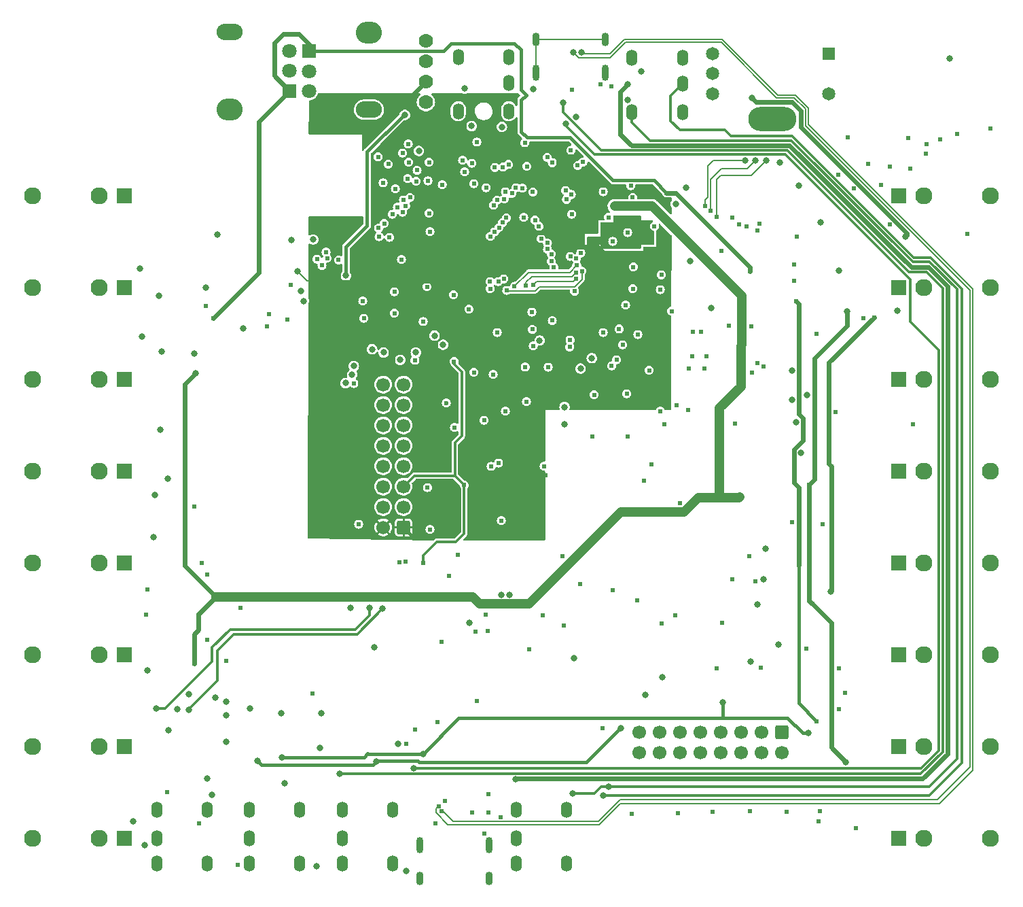
<source format=gbr>
G04 #@! TF.GenerationSoftware,KiCad,Pcbnew,7.0.11*
G04 #@! TF.CreationDate,2024-07-12T12:59:49+02:00*
G04 #@! TF.ProjectId,plinkyblack_hwmidi_jacks,706c696e-6b79-4626-9c61-636b5f68776d,rev?*
G04 #@! TF.SameCoordinates,Original*
G04 #@! TF.FileFunction,Copper,L3,Inr*
G04 #@! TF.FilePolarity,Positive*
%FSLAX46Y46*%
G04 Gerber Fmt 4.6, Leading zero omitted, Abs format (unit mm)*
G04 Created by KiCad (PCBNEW 7.0.11) date 2024-07-12 12:59:49*
%MOMM*%
%LPD*%
G01*
G04 APERTURE LIST*
G04 Aperture macros list*
%AMRoundRect*
0 Rectangle with rounded corners*
0 $1 Rounding radius*
0 $2 $3 $4 $5 $6 $7 $8 $9 X,Y pos of 4 corners*
0 Add a 4 corners polygon primitive as box body*
4,1,4,$2,$3,$4,$5,$6,$7,$8,$9,$2,$3,0*
0 Add four circle primitives for the rounded corners*
1,1,$1+$1,$2,$3*
1,1,$1+$1,$4,$5*
1,1,$1+$1,$6,$7*
1,1,$1+$1,$8,$9*
0 Add four rect primitives between the rounded corners*
20,1,$1+$1,$2,$3,$4,$5,0*
20,1,$1+$1,$4,$5,$6,$7,0*
20,1,$1+$1,$6,$7,$8,$9,0*
20,1,$1+$1,$8,$9,$2,$3,0*%
G04 Aperture macros list end*
G04 #@! TA.AperFunction,ComponentPad*
%ADD10R,1.830000X1.930000*%
G04 #@! TD*
G04 #@! TA.AperFunction,ComponentPad*
%ADD11C,2.130000*%
G04 #@! TD*
G04 #@! TA.AperFunction,ComponentPad*
%ADD12RoundRect,0.250000X-0.600000X0.600000X-0.600000X-0.600000X0.600000X-0.600000X0.600000X0.600000X0*%
G04 #@! TD*
G04 #@! TA.AperFunction,ComponentPad*
%ADD13C,1.700000*%
G04 #@! TD*
G04 #@! TA.AperFunction,ComponentPad*
%ADD14O,3.240000X2.720000*%
G04 #@! TD*
G04 #@! TA.AperFunction,ComponentPad*
%ADD15O,3.240001X2.032000*%
G04 #@! TD*
G04 #@! TA.AperFunction,ComponentPad*
%ADD16R,1.800000X1.800000*%
G04 #@! TD*
G04 #@! TA.AperFunction,ComponentPad*
%ADD17C,1.800000*%
G04 #@! TD*
G04 #@! TA.AperFunction,ComponentPad*
%ADD18RoundRect,0.250000X0.600000X0.600000X-0.600000X0.600000X-0.600000X-0.600000X0.600000X-0.600000X0*%
G04 #@! TD*
G04 #@! TA.AperFunction,ComponentPad*
%ADD19C,1.778000*%
G04 #@! TD*
G04 #@! TA.AperFunction,ComponentPad*
%ADD20R,1.650000X1.650000*%
G04 #@! TD*
G04 #@! TA.AperFunction,ComponentPad*
%ADD21C,1.650000*%
G04 #@! TD*
G04 #@! TA.AperFunction,ComponentPad*
%ADD22O,6.000000X3.000000*%
G04 #@! TD*
G04 #@! TA.AperFunction,ComponentPad*
%ADD23O,1.400000X2.000000*%
G04 #@! TD*
G04 #@! TA.AperFunction,ComponentPad*
%ADD24O,0.900000X2.000000*%
G04 #@! TD*
G04 #@! TA.AperFunction,ComponentPad*
%ADD25O,0.900000X1.700000*%
G04 #@! TD*
G04 #@! TA.AperFunction,ViaPad*
%ADD26C,0.609600*%
G04 #@! TD*
G04 #@! TA.AperFunction,ViaPad*
%ADD27C,0.800000*%
G04 #@! TD*
G04 #@! TA.AperFunction,ViaPad*
%ADD28C,0.600000*%
G04 #@! TD*
G04 #@! TA.AperFunction,Conductor*
%ADD29C,0.203200*%
G04 #@! TD*
G04 #@! TA.AperFunction,Conductor*
%ADD30C,0.304800*%
G04 #@! TD*
G04 #@! TA.AperFunction,Conductor*
%ADD31C,0.609600*%
G04 #@! TD*
G04 #@! TA.AperFunction,Conductor*
%ADD32C,0.457200*%
G04 #@! TD*
G04 #@! TA.AperFunction,Conductor*
%ADD33C,1.219200*%
G04 #@! TD*
G04 #@! TA.AperFunction,Conductor*
%ADD34C,0.152400*%
G04 #@! TD*
G04 APERTURE END LIST*
D10*
X27940000Y-115570000D03*
D11*
X16540000Y-115570000D03*
X24840000Y-115570000D03*
D10*
X124460000Y-46990000D03*
D11*
X135860000Y-46990000D03*
X127560000Y-46990000D03*
D10*
X124460000Y-58420000D03*
D11*
X135860000Y-58420000D03*
X127560000Y-58420000D03*
D10*
X27940000Y-81280000D03*
D11*
X16540000Y-81280000D03*
X24840000Y-81280000D03*
D10*
X27940000Y-92710000D03*
D11*
X16540000Y-92710000D03*
X24840000Y-92710000D03*
D10*
X124460000Y-104140000D03*
D11*
X135860000Y-104140000D03*
X127560000Y-104140000D03*
D10*
X124460000Y-92710000D03*
D11*
X135860000Y-92710000D03*
X127560000Y-92710000D03*
D12*
X109918500Y-113792000D03*
D13*
X109918500Y-116332000D03*
X107378500Y-113792000D03*
X107378500Y-116332000D03*
X104838500Y-113792000D03*
X104838500Y-116332000D03*
X102298500Y-113792000D03*
X102298500Y-116332000D03*
X99758500Y-113792000D03*
X99758500Y-116332000D03*
X97218500Y-113792000D03*
X97218500Y-116332000D03*
X94678500Y-113792000D03*
X94678500Y-116332000D03*
X92138500Y-113792000D03*
X92138500Y-116332000D03*
D10*
X27940000Y-104140000D03*
D11*
X16540000Y-104140000D03*
X24840000Y-104140000D03*
D10*
X124460000Y-127000000D03*
D11*
X135860000Y-127000000D03*
X127560000Y-127000000D03*
D14*
X41014000Y-36209000D03*
D15*
X41014000Y-26609000D03*
D16*
X48514000Y-33909000D03*
D17*
X48514000Y-31409000D03*
X48514000Y-28909000D03*
D10*
X27940000Y-127000000D03*
D11*
X16540000Y-127000000D03*
X24840000Y-127000000D03*
D10*
X27940000Y-46990000D03*
D11*
X16540000Y-46990000D03*
X24840000Y-46990000D03*
D10*
X124460000Y-69850000D03*
D11*
X135860000Y-69850000D03*
X127560000Y-69850000D03*
D10*
X124460000Y-81280000D03*
D11*
X135860000Y-81280000D03*
X127560000Y-81280000D03*
D10*
X124460000Y-115570000D03*
D11*
X135860000Y-115570000D03*
X127560000Y-115570000D03*
D18*
X62738000Y-88265000D03*
D13*
X60198000Y-88265000D03*
X62738000Y-85725000D03*
X60198000Y-85725000D03*
X62738000Y-83185000D03*
X60198000Y-83185000D03*
X62738000Y-80645000D03*
X60198000Y-80645000D03*
X62738000Y-78105000D03*
X60198000Y-78105000D03*
X62738000Y-75565000D03*
X60198000Y-75565000D03*
X62738000Y-73025000D03*
X60198000Y-73025000D03*
X62738000Y-70485000D03*
X60198000Y-70485000D03*
D19*
X65524000Y-27686000D03*
X65524000Y-30226000D03*
X65524000Y-32766000D03*
X65524000Y-35306000D03*
D14*
X58427000Y-26656000D03*
D15*
X58427000Y-36256000D03*
D16*
X50927000Y-28956000D03*
D17*
X50927000Y-31456000D03*
X50927000Y-33956000D03*
D10*
X27940000Y-58420000D03*
D11*
X16540000Y-58420000D03*
X24840000Y-58420000D03*
D10*
X27940000Y-69850000D03*
D11*
X16540000Y-69850000D03*
X24840000Y-69850000D03*
D20*
X115712000Y-29250000D03*
D21*
X115712000Y-34250000D03*
X101212000Y-29250000D03*
X101212000Y-34250000D03*
X101212000Y-31750000D03*
D22*
X108712000Y-37450000D03*
D23*
X76747715Y-126953484D03*
X76747715Y-130153484D03*
X83047715Y-130153484D03*
X76747715Y-123453484D03*
X83047715Y-123453484D03*
X55096046Y-126961092D03*
X55096046Y-130161092D03*
X61396046Y-130161092D03*
X55096046Y-123461092D03*
X61396046Y-123461092D03*
X31967206Y-126960030D03*
X31967206Y-130160030D03*
X38267206Y-130160030D03*
X31967206Y-123460030D03*
X38267206Y-123460030D03*
D24*
X87870928Y-31662273D03*
X79220928Y-31662273D03*
D25*
X87870928Y-27492273D03*
X79220928Y-27492273D03*
D23*
X75862306Y-32948056D03*
X75862306Y-29748056D03*
X69562306Y-29748056D03*
X75862306Y-36448056D03*
X69562306Y-36448056D03*
X97489677Y-33030444D03*
X97489677Y-29830444D03*
X91189677Y-29830444D03*
X97489677Y-36530444D03*
X91189677Y-36530444D03*
X43476898Y-126960030D03*
X43476898Y-130160030D03*
X49776898Y-130160030D03*
X43476898Y-123460030D03*
X49776898Y-123460030D03*
D24*
X64746311Y-127834022D03*
X73396311Y-127834022D03*
D25*
X64746311Y-132004022D03*
X73396311Y-132004022D03*
D26*
X38248683Y-94183200D03*
X36623083Y-85699600D03*
X65172683Y-92710000D03*
X69033483Y-67614800D03*
X70303483Y-83007200D03*
X73656283Y-80670400D03*
X68373083Y-94335600D03*
X74570683Y-80264000D03*
X69541483Y-91694000D03*
X62991828Y-92552797D03*
X62243006Y-92586999D03*
X63089883Y-115214400D03*
X87270683Y-33121600D03*
X88642283Y-33324800D03*
X83765483Y-33782000D03*
X64156683Y-67462400D03*
X67915883Y-122377200D03*
X71319483Y-123799600D03*
X73351483Y-121462800D03*
X74824683Y-124370800D03*
X72792683Y-126390400D03*
X73351483Y-123799600D03*
X66747483Y-125120400D03*
X37220898Y-125132185D03*
X33270283Y-121208800D03*
D27*
X130810000Y-29870400D03*
D26*
X89027000Y-48260000D03*
X39370000Y-96901000D03*
X104648000Y-84455000D03*
X104902004Y-65532000D03*
X36658877Y-105249845D03*
D27*
X36802742Y-69115259D03*
D26*
X104775000Y-70739000D03*
X102116475Y-75042128D03*
X99441000Y-84582000D03*
X98679000Y-66929000D03*
X98171000Y-73660000D03*
X84432904Y-43193846D03*
X84836000Y-54102000D03*
X38246586Y-102284710D03*
X90424000Y-60579000D03*
D27*
X112268000Y-78994000D03*
D26*
X67564000Y-45593006D03*
X88816000Y-52662000D03*
X112903000Y-103378000D03*
X90551000Y-71628000D03*
X120015000Y-62230000D03*
X104013000Y-75311000D03*
X103680422Y-94773400D03*
X91371443Y-55839720D03*
X72771000Y-74930000D03*
X78054190Y-72602185D03*
X73025000Y-45974000D03*
D27*
X97917000Y-45974000D03*
X114681000Y-50292000D03*
D26*
X73199083Y-101193600D03*
X103251000Y-63119000D03*
D27*
X32385000Y-76073000D03*
D26*
X80075000Y-99186500D03*
X96139000Y-61341000D03*
X87503000Y-113284000D03*
X123309709Y-50521089D03*
X111760000Y-52070000D03*
X84052845Y-58851810D03*
D27*
X36623083Y-66649600D03*
D26*
X57785000Y-62230000D03*
X102362000Y-53848000D03*
X86487000Y-71755000D03*
X94005500Y-50774500D03*
X38100000Y-60706000D03*
D27*
X112014000Y-45720000D03*
D26*
X40597393Y-104901344D03*
X105791000Y-91821000D03*
X93345000Y-68719690D03*
D27*
X109601000Y-42799000D03*
D26*
X106045000Y-63246000D03*
X132969000Y-51689000D03*
X90678000Y-76962000D03*
D27*
X96647000Y-48006000D03*
D26*
X64156683Y-113487200D03*
D27*
X78908448Y-33731125D03*
D26*
X67437000Y-102489000D03*
D27*
X101092000Y-60960000D03*
X66600000Y-64400000D03*
D26*
X77851000Y-40385990D03*
X80772000Y-68326000D03*
X57150000Y-87884000D03*
X37610793Y-92698981D03*
X98298000Y-68453000D03*
X45974000Y-61722000D03*
X107253000Y-105727000D03*
X106172000Y-68966014D03*
X80264000Y-80645000D03*
D27*
X90664493Y-35084355D03*
D26*
X91313000Y-58547000D03*
X116967000Y-105791000D03*
X92710000Y-82423000D03*
X100457000Y-66929000D03*
X65913000Y-42799000D03*
X90678000Y-51562000D03*
X91300993Y-47193190D03*
D27*
X98425000Y-55118000D03*
D26*
X96585000Y-99250000D03*
X119126000Y-125730000D03*
X83693000Y-49276000D03*
X71501000Y-68961000D03*
X74422000Y-64008000D03*
X114173000Y-64135000D03*
X70104000Y-42545000D03*
X57658000Y-60071000D03*
X111379000Y-57531000D03*
X42094735Y-130283859D03*
X78800000Y-63600006D03*
X65913000Y-49149000D03*
X116586000Y-73914000D03*
X66040000Y-51435000D03*
X97155000Y-85217000D03*
X71882000Y-109855000D03*
X69088000Y-75819000D03*
D27*
X32258000Y-59436000D03*
D26*
X101792000Y-105854000D03*
X100203000Y-68453000D03*
X106548452Y-94991452D03*
D27*
X38100000Y-58420000D03*
D26*
X30640913Y-99174396D03*
D27*
X79700000Y-65000000D03*
D26*
X111125000Y-87630000D03*
X65659000Y-58293000D03*
X101219000Y-123698000D03*
X51381631Y-108933066D03*
D27*
X111633000Y-75184000D03*
D26*
X110490000Y-123698000D03*
X96901000Y-123825000D03*
X105918000Y-123571000D03*
D27*
X51913883Y-130454400D03*
D26*
X88838000Y-96075000D03*
X68961000Y-59309000D03*
X91186000Y-123952000D03*
X48260000Y-62357000D03*
X65709810Y-83312010D03*
X117729000Y-108839000D03*
X114617490Y-123565182D03*
X72945083Y-99110800D03*
X83600000Y-41309600D03*
X48641000Y-58039000D03*
X30816239Y-96041306D03*
X91870481Y-97360519D03*
X56536683Y-70358000D03*
X42390615Y-98293070D03*
D27*
X33469567Y-113557236D03*
D26*
X96773950Y-73025050D03*
X45750000Y-63249982D03*
D27*
X43554549Y-110805195D03*
D26*
X82550000Y-91821000D03*
X102427000Y-100139000D03*
D27*
X63088658Y-131076975D03*
X116967000Y-56261000D03*
X31735549Y-84215587D03*
D26*
X66040000Y-88519000D03*
D27*
X30099000Y-64516000D03*
D26*
X126238000Y-75438000D03*
X91059000Y-45720000D03*
X88265000Y-49657000D03*
X87630000Y-64008000D03*
X86283810Y-76969498D03*
X84774000Y-95313000D03*
D27*
X52490160Y-111407614D03*
D26*
X66929000Y-112522000D03*
X71882000Y-40284410D03*
X111379000Y-55499000D03*
X114935000Y-87884000D03*
X74930000Y-87426810D03*
X93599000Y-80391000D03*
D27*
X50292000Y-60071000D03*
D26*
X80672758Y-53626103D03*
D27*
X49974500Y-58864500D03*
D26*
X80674916Y-52859248D03*
X52578000Y-55650806D03*
X79893536Y-52300438D03*
X79597332Y-50776427D03*
X53206084Y-54736981D03*
D27*
X62900000Y-36900000D03*
X55558173Y-56928374D03*
X92900000Y-109100000D03*
D26*
X94934000Y-100266000D03*
D27*
X55500000Y-70300000D03*
X89800000Y-113300000D03*
X75000000Y-38400000D03*
X56134000Y-98262818D03*
X44507127Y-117361768D03*
D26*
X113665002Y-97790000D03*
D27*
X59319989Y-117462400D03*
D26*
X113284000Y-82931000D03*
D27*
X117983000Y-61341000D03*
X95000000Y-106900000D03*
X71219250Y-38300542D03*
X117881500Y-117500500D03*
X106200000Y-34800000D03*
X92334477Y-31474633D03*
X65151000Y-116459000D03*
X47579163Y-116890680D03*
D26*
X116078000Y-80645000D03*
D27*
X102500000Y-110100000D03*
X113200000Y-113900000D03*
X106800000Y-97900000D03*
D26*
X121412000Y-62103000D03*
D27*
X106015000Y-104985000D03*
X124300000Y-61299998D03*
X115965211Y-96287928D03*
X107600000Y-94700000D03*
X125300000Y-52100000D03*
D26*
X78105000Y-43307000D03*
D27*
X39490600Y-51822398D03*
X58480830Y-98291642D03*
X31946808Y-110823626D03*
X29053883Y-124866400D03*
X64643000Y-42926000D03*
D26*
X57658000Y-57531000D03*
D27*
X30445131Y-127857955D03*
D26*
X94880455Y-68675593D03*
X76327000Y-71374000D03*
X84962242Y-53340000D03*
X80432687Y-81787990D03*
X70485000Y-59182000D03*
X74498190Y-67182998D03*
X68199000Y-57327810D03*
D27*
X75057000Y-41275000D03*
X60144508Y-98376798D03*
X49530000Y-56388000D03*
X71247000Y-41275000D03*
D26*
X70866000Y-77216000D03*
X76200000Y-80772000D03*
X88100000Y-56099992D03*
X81280000Y-66294000D03*
X74930000Y-76327000D03*
X70739000Y-78613000D03*
X67945000Y-83185000D03*
X77470000Y-83439000D03*
X67915883Y-79959200D03*
X69193550Y-87426810D03*
X87630000Y-62484000D03*
X65680683Y-78536800D03*
D27*
X35953362Y-110983205D03*
X84460510Y-42103842D03*
D26*
X81153000Y-54229000D03*
X65176500Y-62636500D03*
D27*
X56333483Y-69240400D03*
X40612920Y-114996549D03*
D26*
X60975089Y-52146190D03*
D27*
X39264160Y-109436498D03*
X62327883Y-67409600D03*
D26*
X62999857Y-48212182D03*
D27*
X64258283Y-66497200D03*
X34546594Y-110922955D03*
X56536683Y-68173600D03*
X60245083Y-66497200D03*
X35976726Y-109046868D03*
D26*
X59690000Y-52070000D03*
X62611000Y-49022000D03*
X61594999Y-61595000D03*
X61594999Y-58928000D03*
D27*
X47940297Y-120098684D03*
X47489331Y-111396510D03*
D26*
X80659100Y-42190400D03*
X81268700Y-42846484D03*
D27*
X59124224Y-103217949D03*
X52319279Y-115758195D03*
D26*
X71725883Y-101244400D03*
D27*
X82804000Y-75438000D03*
D26*
X88675207Y-68141515D03*
X74382078Y-47523410D03*
X89281000Y-67386177D03*
X70348556Y-43992811D03*
X75296605Y-47377463D03*
X74108300Y-43442500D03*
D27*
X84800000Y-68500000D03*
X86200000Y-67200000D03*
D26*
X78850599Y-46493876D03*
X90043000Y-65532000D03*
X91948000Y-64262000D03*
X89598500Y-63563500D03*
X98806000Y-63881000D03*
X94742000Y-73786994D03*
X99822000Y-63881000D03*
X95250000Y-75438000D03*
X76567927Y-58242231D03*
X84328000Y-55626000D03*
X116940411Y-44389715D03*
X77978000Y-58166000D03*
X118870341Y-46088520D03*
X84215132Y-56529132D03*
X122220581Y-45589770D03*
X78867000Y-58039000D03*
X84223002Y-57311525D03*
X84958547Y-56361864D03*
X75598129Y-58760214D03*
X125930667Y-43621977D03*
X77549498Y-46021502D03*
X118110000Y-39674810D03*
X120650000Y-43027579D03*
X81153001Y-55118000D03*
X83525257Y-54511818D03*
X75239973Y-57327810D03*
X74549000Y-57658004D03*
X123317000Y-43383190D03*
X81483200Y-55880000D03*
X84264498Y-54800502D03*
X76238524Y-46685200D03*
X125603000Y-39751000D03*
X83643960Y-46813960D03*
X129607322Y-39945322D03*
X87630000Y-46482000D03*
X131702822Y-39246822D03*
X85075861Y-42784861D03*
X135890000Y-38607996D03*
X107569000Y-68199000D03*
D27*
X75946000Y-96647000D03*
D26*
X106807000Y-67818000D03*
D27*
X74930000Y-96647000D03*
X40662288Y-111682862D03*
X70957283Y-100177600D03*
X82804000Y-73279000D03*
X40629170Y-109982831D03*
D26*
X79130883Y-50012636D03*
X53086000Y-53975000D03*
X51943000Y-54863998D03*
X77724000Y-49657016D03*
X114427000Y-124841000D03*
X104585267Y-50510147D03*
D27*
X109474000Y-102870000D03*
D26*
X105511601Y-50800000D03*
X116966990Y-110871000D03*
X106844353Y-51270647D03*
X103745560Y-49670440D03*
D27*
X107880200Y-90932000D03*
D26*
X73533000Y-58547000D03*
X73516100Y-57658000D03*
D27*
X62073883Y-115214400D03*
D26*
X75132555Y-43410979D03*
X63316521Y-40512991D03*
D27*
X64643000Y-41395610D03*
D26*
X75550945Y-49727375D03*
X59613795Y-51003205D03*
X59563012Y-42138590D03*
X62728986Y-47499939D03*
X62611000Y-41656000D03*
X61341000Y-49276000D03*
X60833004Y-43027590D03*
X63372996Y-42799000D03*
X74082117Y-51471196D03*
X75817070Y-43076164D03*
X71247000Y-42926000D03*
X64420944Y-43783056D03*
X75073146Y-50320983D03*
X60325000Y-50419000D03*
X60198000Y-45364410D03*
X63554248Y-47193221D03*
X63249829Y-44827167D03*
X61722000Y-46101000D03*
X61976000Y-48387000D03*
X64301595Y-45172405D03*
X73554104Y-52020618D03*
X71501000Y-45466000D03*
X76720375Y-45971169D03*
X74627771Y-50939290D03*
X65786000Y-45113030D03*
D27*
X83948500Y-104584000D03*
D26*
X82742000Y-100456500D03*
D27*
X113061800Y-71755000D03*
D26*
X107061000Y-50419000D03*
X94869000Y-56816000D03*
D27*
X111125000Y-68707000D03*
X111125000Y-72390000D03*
D26*
X94742000Y-58674000D03*
D28*
X68068283Y-72781200D03*
D26*
X75438000Y-73787000D03*
X83453600Y-65800000D03*
X73914000Y-69215000D03*
X83042357Y-47415562D03*
X127853488Y-41699156D03*
X82926901Y-46297950D03*
X127885945Y-40581544D03*
X100360816Y-48229184D03*
D27*
X105283000Y-42545000D03*
D26*
X100995816Y-48864184D03*
D27*
X106553000Y-42545000D03*
X30798747Y-106038329D03*
X42750000Y-63500000D03*
X31578949Y-89480270D03*
X32568308Y-66359953D03*
X33338148Y-82227238D03*
D26*
X95504000Y-46609000D03*
X38989000Y-62230000D03*
X105918000Y-56388000D03*
X70880132Y-61101132D03*
X78740000Y-61468000D03*
X73948633Y-48150137D03*
D27*
X51469450Y-52422588D03*
D26*
X83484641Y-64942632D03*
X77899998Y-68300000D03*
D27*
X107950000Y-42545000D03*
D26*
X101757816Y-49626184D03*
D27*
X67661883Y-65532000D03*
D26*
X54624139Y-54976861D03*
X62484000Y-54914800D03*
D27*
X58822683Y-66090800D03*
D26*
X75438000Y-46482000D03*
D27*
X48768000Y-52451000D03*
X29845000Y-56007000D03*
D26*
X78359004Y-103443028D03*
D27*
X76704283Y-119640611D03*
X90674283Y-33121600D03*
D26*
X111633000Y-60071000D03*
X114236500Y-112395000D03*
X112014000Y-92964000D03*
X81279994Y-62500000D03*
X78897200Y-65663254D03*
D27*
X82994310Y-38007564D03*
X64008000Y-118243401D03*
X82600000Y-35400000D03*
X54779966Y-118948211D03*
X38238254Y-119548706D03*
X88334810Y-120523000D03*
X83774982Y-121388492D03*
X87630000Y-121666000D03*
X84227620Y-37143820D03*
X70376497Y-33627621D03*
X38885431Y-121563837D03*
D26*
X67458683Y-123647200D03*
D27*
X83932539Y-29151058D03*
X84909261Y-29151058D03*
D26*
X67103083Y-122986800D03*
D29*
X79220928Y-27492273D02*
X87870928Y-27492273D01*
X79220928Y-31662273D02*
X79220928Y-27492273D01*
D30*
X33038257Y-110823626D02*
X31946808Y-110823626D01*
X38881832Y-104980051D02*
X33038257Y-110823626D01*
X38881832Y-103231530D02*
X38881832Y-104980051D01*
X41143203Y-100970159D02*
X38881832Y-103231530D01*
X56719495Y-100970159D02*
X41143203Y-100970159D01*
X58480830Y-99208824D02*
X56719495Y-100970159D01*
X58480830Y-98291642D02*
X58480830Y-99208824D01*
D31*
X35505483Y-93036483D02*
X39370000Y-96901000D01*
X35505483Y-70412518D02*
X35505483Y-93036483D01*
X36802742Y-69115259D02*
X35505483Y-70412518D01*
D32*
X93941600Y-45046600D02*
X95504000Y-46609000D01*
X88832483Y-45046600D02*
X93941600Y-45046600D01*
X78126683Y-39725600D02*
X83511483Y-39725600D01*
X83511483Y-39725600D02*
X88832483Y-45046600D01*
X77415483Y-35052000D02*
X77415483Y-39014400D01*
X77415483Y-39014400D02*
X78126683Y-39725600D01*
X78013698Y-34453785D02*
X77415483Y-35052000D01*
X77355482Y-33795569D02*
X78013698Y-34453785D01*
D30*
X69287483Y-90068400D02*
X70303483Y-89052400D01*
X66849083Y-90068400D02*
X69287483Y-90068400D01*
X65172683Y-91744800D02*
X66849083Y-90068400D01*
X70303483Y-89052400D02*
X70303483Y-83007200D01*
X65172683Y-92710000D02*
X65172683Y-91744800D01*
X69033483Y-67919600D02*
X69033483Y-67614800D01*
X69998683Y-68884800D02*
X69033483Y-67919600D01*
X69135083Y-77724000D02*
X69998683Y-76860400D01*
X69998683Y-76860400D02*
X69998683Y-68884800D01*
X69135083Y-81838800D02*
X69135083Y-77724000D01*
X69135083Y-81838800D02*
X70303483Y-83007200D01*
X62738000Y-83185000D02*
X64084200Y-81838800D01*
X64084200Y-81838800D02*
X69135083Y-81838800D01*
D32*
X68487083Y-89192400D02*
X63665400Y-89192400D01*
X63665400Y-89192400D02*
X62738000Y-88265000D01*
X69193550Y-88485933D02*
X68487083Y-89192400D01*
X69193550Y-87426810D02*
X69193550Y-88485933D01*
D33*
X78424883Y-97796600D02*
X89861483Y-86360000D01*
X97663000Y-86360000D02*
X99441000Y-84582000D01*
X72240483Y-97796600D02*
X78424883Y-97796600D01*
X89861483Y-86360000D02*
X97663000Y-86360000D01*
X71344883Y-96901000D02*
X72240483Y-97796600D01*
X39370000Y-96901000D02*
X71344883Y-96901000D01*
D30*
X91189677Y-37835677D02*
X91189677Y-36530444D01*
X111108473Y-40106580D02*
X93460580Y-40106580D01*
X126201893Y-55200000D02*
X111108473Y-40106580D01*
X128289136Y-55200000D02*
X126201893Y-55200000D01*
X131699000Y-58609864D02*
X128289136Y-55200000D01*
X128270000Y-120523000D02*
X131699000Y-117094000D01*
X93460580Y-40106580D02*
X91189677Y-37835677D01*
X88334810Y-120523000D02*
X128270000Y-120523000D01*
X131699000Y-117094000D02*
X131699000Y-58609864D01*
X96008283Y-34511838D02*
X97489677Y-33030444D01*
X96008283Y-37642800D02*
X96008283Y-34511838D01*
X97176683Y-38811200D02*
X96008283Y-37642800D01*
X102819200Y-38811200D02*
X97176683Y-38811200D01*
X103505000Y-39497000D02*
X102819200Y-38811200D01*
X126348486Y-54700000D02*
X111145486Y-39497000D01*
X132334000Y-58615822D02*
X128418178Y-54700000D01*
X132334000Y-117602000D02*
X132334000Y-58615822D01*
X111145486Y-39497000D02*
X103505000Y-39497000D01*
X128270000Y-121666000D02*
X132334000Y-117602000D01*
X87630000Y-121666000D02*
X128270000Y-121666000D01*
X128418178Y-54700000D02*
X126348486Y-54700000D01*
D31*
X76787072Y-119557822D02*
X77771083Y-119557822D01*
X76704283Y-119640611D02*
X76787072Y-119557822D01*
X127441891Y-119557822D02*
X77771083Y-119557822D01*
X130518200Y-116481513D02*
X127441891Y-119557822D01*
X130518200Y-58273632D02*
X130518200Y-116481513D01*
X128144568Y-55900000D02*
X130518200Y-58273632D01*
X126026390Y-55900000D02*
X128144568Y-55900000D01*
X110842581Y-40716191D02*
X126026390Y-55900000D01*
X89752290Y-34043593D02*
X89752290Y-39331905D01*
X91136576Y-40716191D02*
X110842581Y-40716191D01*
X90674283Y-33121600D02*
X89752290Y-34043593D01*
X89752290Y-39331905D02*
X91136576Y-40716191D01*
D33*
X102108000Y-84582000D02*
X104521000Y-84582000D01*
D31*
X37188683Y-99082317D02*
X39370000Y-96901000D01*
D33*
X104521000Y-84582000D02*
X104648000Y-84455000D01*
X99441000Y-84582000D02*
X102108000Y-84582000D01*
X104775000Y-70739000D02*
X104775000Y-65659004D01*
D31*
X36658877Y-101568969D02*
X37188683Y-101039163D01*
D33*
X93726000Y-48260000D02*
X104902004Y-59436004D01*
X102108000Y-75050603D02*
X102108000Y-84582000D01*
D31*
X37188683Y-101039163D02*
X37188683Y-99082317D01*
D33*
X102116475Y-75042128D02*
X102108000Y-75050603D01*
X102116475Y-73397525D02*
X104775000Y-70739000D01*
X102116475Y-75042128D02*
X102116475Y-73397525D01*
X104902004Y-59436004D02*
X104902004Y-65532000D01*
D31*
X36658877Y-105249845D02*
X36658877Y-101568969D01*
D33*
X89027000Y-48260000D02*
X93726000Y-48260000D01*
X104775000Y-65659004D02*
X104902004Y-65532000D01*
D32*
X62800000Y-36900000D02*
X62900000Y-36900000D01*
X55558173Y-53341827D02*
X58200000Y-50700000D01*
X58200000Y-50700000D02*
X58200000Y-41500000D01*
X59472850Y-117309539D02*
X64508235Y-117309539D01*
X58926391Y-117855998D02*
X59319989Y-117462400D01*
X44507127Y-117361768D02*
X45001357Y-117855998D01*
D31*
X113919000Y-67183000D02*
X117983000Y-63119000D01*
D32*
X59319989Y-117462400D02*
X59472850Y-117309539D01*
D31*
X113665002Y-97790000D02*
X116059009Y-100184007D01*
X117983000Y-63119000D02*
X117983000Y-61341000D01*
X113919000Y-82296000D02*
X113919000Y-67183000D01*
D32*
X58200000Y-41500000D02*
X62800000Y-36900000D01*
X85500936Y-117499064D02*
X89700000Y-113300000D01*
D31*
X113284000Y-82931000D02*
X113284000Y-97408998D01*
X113284000Y-97408998D02*
X113665002Y-97790000D01*
D32*
X89700000Y-113300000D02*
X89800000Y-113300000D01*
D31*
X116059009Y-100184007D02*
X116059009Y-115678009D01*
D32*
X64508235Y-117309539D02*
X64697760Y-117499064D01*
D31*
X113284000Y-82931000D02*
X113919000Y-82296000D01*
D32*
X45001357Y-117855998D02*
X58926391Y-117855998D01*
X55558173Y-56928374D02*
X55558173Y-53341827D01*
D31*
X116059009Y-115678009D02*
X117881500Y-117500500D01*
D32*
X64697760Y-117499064D02*
X85500936Y-117499064D01*
D31*
X125300000Y-52100000D02*
X125500000Y-51900000D01*
D32*
X47579163Y-116890680D02*
X57793111Y-116890680D01*
D31*
X115773201Y-80340201D02*
X115773201Y-67741799D01*
D32*
X57793111Y-116890680D02*
X58240630Y-116443161D01*
D31*
X112300000Y-36400000D02*
X111200000Y-35300000D01*
D32*
X69596000Y-112014000D02*
X100586000Y-112014000D01*
D31*
X115965211Y-96287928D02*
X116078000Y-96175139D01*
X125500000Y-51900000D02*
X125500000Y-51651284D01*
D32*
X102500000Y-112014000D02*
X102500000Y-110100000D01*
D31*
X111200000Y-35300000D02*
X106700000Y-35300000D01*
X112300000Y-38458084D02*
X112300000Y-36400000D01*
X115773201Y-67741799D02*
X121412000Y-62103000D01*
D32*
X100586000Y-112014000D02*
X102500000Y-112014000D01*
D31*
X120069832Y-46221116D02*
X120063032Y-46221116D01*
D32*
X58240630Y-116443161D02*
X58256469Y-116459000D01*
D31*
X116078000Y-96175139D02*
X116078000Y-80645000D01*
X116078000Y-80645000D02*
X115773201Y-80340201D01*
X120063032Y-46221116D02*
X112300000Y-38458084D01*
D32*
X100586000Y-112014000D02*
X110604900Y-112014000D01*
D31*
X125500000Y-51651284D02*
X120069832Y-46221116D01*
X106700000Y-35300000D02*
X106200000Y-34800000D01*
D32*
X112490900Y-113900000D02*
X113200000Y-113900000D01*
X58256469Y-116459000D02*
X65151000Y-116459000D01*
X69596000Y-112014000D02*
X65151000Y-116459000D01*
X110604900Y-112014000D02*
X112490900Y-113900000D01*
D31*
X84962242Y-53340000D02*
X84531190Y-53340000D01*
X75184001Y-41147999D02*
X81097499Y-41147999D01*
X72136000Y-53340000D02*
X68199000Y-57277000D01*
X72136000Y-53340000D02*
X72136000Y-58166000D01*
X82974750Y-42125250D02*
X82996158Y-42103842D01*
X88100000Y-55700000D02*
X88100000Y-56099992D01*
X63881000Y-34409000D02*
X65524000Y-32766000D01*
X67995810Y-57531000D02*
X68199000Y-57327810D01*
X57658000Y-57531000D02*
X67995810Y-57531000D01*
X71247000Y-41275000D02*
X75057000Y-41275000D01*
X84962242Y-53340000D02*
X86915844Y-53340000D01*
D30*
X41577716Y-101579802D02*
X56941504Y-101579802D01*
D31*
X68199000Y-57277000D02*
X68199000Y-57327810D01*
D30*
X39531775Y-107342572D02*
X39531775Y-103625743D01*
D29*
X57587384Y-57601616D02*
X57658000Y-57531000D01*
D31*
X71247000Y-41275000D02*
X68199000Y-41275000D01*
X82245201Y-50622201D02*
X81915000Y-50292000D01*
X72136000Y-58166000D02*
X72339201Y-58369201D01*
X72339201Y-58369201D02*
X72644000Y-58674000D01*
X78335437Y-51538437D02*
X76533874Y-53340000D01*
X81915000Y-50292000D02*
X81915000Y-43277815D01*
D29*
X49530000Y-56388000D02*
X50743616Y-57601616D01*
D31*
X88687922Y-55112078D02*
X89379654Y-55803810D01*
X72644000Y-58674000D02*
X72644000Y-63754004D01*
D29*
X50743616Y-57601616D02*
X57587384Y-57601616D01*
D31*
X75310996Y-66421000D02*
X81153000Y-66421000D01*
X70866000Y-74803000D02*
X70866000Y-70815188D01*
X90016230Y-55803810D02*
X89379654Y-55803810D01*
X81915000Y-43277815D02*
X82074750Y-43118065D01*
X81153000Y-66421000D02*
X81280000Y-66294000D01*
X82074750Y-42125250D02*
X82974750Y-42125250D01*
X75057000Y-41275000D02*
X75184001Y-41147999D01*
X82996158Y-42103842D02*
X84460510Y-42103842D01*
X81097499Y-41147999D02*
X82074750Y-42125250D01*
X82245201Y-51054011D02*
X84226391Y-53035201D01*
X70866000Y-70815188D02*
X74498190Y-67182998D01*
X94880455Y-60668035D02*
X90016230Y-55803810D01*
D30*
X35953362Y-110983205D02*
X35953362Y-110920985D01*
D31*
X75310996Y-66421000D02*
X74548998Y-67182998D01*
D30*
X35953362Y-110920985D02*
X39531775Y-107342572D01*
D31*
X81328965Y-51538437D02*
X78335437Y-51538437D01*
X72644000Y-63754004D02*
X75006197Y-66116201D01*
X68199000Y-41275000D02*
X63881000Y-36957000D01*
X70866000Y-77216000D02*
X70866000Y-74803000D01*
D30*
X56941504Y-101579802D02*
X60144508Y-98376798D01*
D31*
X74548998Y-67182998D02*
X74498190Y-67182998D01*
X76533874Y-53340000D02*
X72136000Y-53340000D01*
X82074750Y-43118065D02*
X82074750Y-42125250D01*
X94880455Y-68675593D02*
X94880455Y-60668035D01*
X88687922Y-55112078D02*
X88100000Y-55700000D01*
X63881000Y-36957000D02*
X63881000Y-34409000D01*
X82245201Y-50622201D02*
X81328965Y-51538437D01*
X82245201Y-50622201D02*
X82245201Y-51054011D01*
D30*
X39531775Y-103625743D02*
X41577716Y-101579802D01*
D31*
X84226391Y-53035201D02*
X84531190Y-53340000D01*
X75006197Y-66116201D02*
X75310996Y-66421000D01*
X86915844Y-53340000D02*
X88687922Y-55112078D01*
D29*
X83439000Y-56515000D02*
X78295158Y-56515000D01*
X78295158Y-56515000D02*
X76567927Y-58242231D01*
X84328000Y-55626000D02*
X83439000Y-56515000D01*
X77978000Y-57734948D02*
X77978000Y-58166000D01*
X84215132Y-56529132D02*
X83721264Y-57023000D01*
X78689948Y-57023000D02*
X77978000Y-57734948D01*
X83721264Y-57023000D02*
X78689948Y-57023000D01*
X79289676Y-57616324D02*
X78867000Y-58039000D01*
X84223002Y-57311525D02*
X83918203Y-57616324D01*
X83918203Y-57616324D02*
X79289676Y-57616324D01*
X84958547Y-56361864D02*
X84958547Y-57403006D01*
X79120968Y-58801032D02*
X75692032Y-58801032D01*
X75692032Y-58801032D02*
X75615801Y-58724801D01*
X79629000Y-58293000D02*
X79120968Y-58801032D01*
X84958547Y-57403006D02*
X84068553Y-58293000D01*
X84068553Y-58293000D02*
X79629000Y-58293000D01*
X100640206Y-43250794D02*
X101346000Y-42545000D01*
X101346000Y-42545000D02*
X105283000Y-42545000D01*
X100360816Y-48229184D02*
X100360816Y-47467184D01*
X100360816Y-47467184D02*
X100640206Y-47187794D01*
X100640206Y-47187794D02*
X100640206Y-43250794D01*
X102362000Y-43561000D02*
X105537000Y-43561000D01*
X100995816Y-44927184D02*
X102362000Y-43561000D01*
X100995816Y-48864184D02*
X100995816Y-44927184D01*
X105537000Y-43561000D02*
X106553000Y-42545000D01*
D31*
X47752000Y-26797000D02*
X46609000Y-27940000D01*
D32*
X77355482Y-28794399D02*
X77355482Y-33795569D01*
D31*
X96647000Y-46609000D02*
X95504000Y-46609000D01*
X46609000Y-32004000D02*
X48514000Y-33909000D01*
D32*
X50927000Y-28956000D02*
X67712683Y-28956000D01*
D31*
X48514000Y-33909000D02*
X44704000Y-37719000D01*
X50927000Y-28067000D02*
X49657000Y-26797000D01*
X44704000Y-56515000D02*
X38989000Y-62230000D01*
X49657000Y-26797000D02*
X47752000Y-26797000D01*
D32*
X68677883Y-27990800D02*
X76551883Y-27990800D01*
D31*
X44704000Y-37719000D02*
X44704000Y-56515000D01*
X105918000Y-55880000D02*
X96647000Y-46609000D01*
X46609000Y-27940000D02*
X46609000Y-32004000D01*
X50927000Y-28956000D02*
X50927000Y-28067000D01*
D32*
X76551883Y-27990800D02*
X77355482Y-28794399D01*
X67712683Y-28956000D02*
X68677883Y-27990800D01*
D31*
X105918000Y-56388000D02*
X105918000Y-55880000D01*
D29*
X101757816Y-49626184D02*
X101757816Y-48356184D01*
D34*
X101757816Y-44927184D02*
X102235000Y-44450000D01*
X102235000Y-44450000D02*
X106045000Y-44450000D01*
X106045000Y-44450000D02*
X107950000Y-42545000D01*
X101757816Y-48356184D02*
X101757816Y-44927184D01*
D32*
X112014000Y-110172500D02*
X114236500Y-112395000D01*
D31*
X112490201Y-77503141D02*
X111410799Y-78582543D01*
X112014000Y-74168000D02*
X112490201Y-74644201D01*
X111410799Y-82708799D02*
X112014000Y-83312000D01*
X111410799Y-78582543D02*
X111410799Y-82708799D01*
X112490201Y-74644201D02*
X112490201Y-77503141D01*
X112014000Y-60452000D02*
X111633000Y-60071000D01*
X112014000Y-60452000D02*
X112014000Y-74168000D01*
X112014000Y-92964000D02*
X112014000Y-83312000D01*
D32*
X112014000Y-92964000D02*
X112014000Y-110172500D01*
D30*
X129413000Y-116078000D02*
X127247599Y-118243401D01*
X82994310Y-38294310D02*
X86540199Y-41840199D01*
X110344999Y-41840199D02*
X125873000Y-57368200D01*
X82994310Y-38018312D02*
X82994310Y-38294310D01*
X127247599Y-118243401D02*
X64008000Y-118243401D01*
X86540199Y-41840199D02*
X110344999Y-41840199D01*
X125873000Y-57368200D02*
X125873000Y-62627000D01*
X129413000Y-66167000D02*
X129413000Y-116078000D01*
X125873000Y-62627000D02*
X129413000Y-66167000D01*
X127900000Y-56500000D02*
X125715000Y-56500000D01*
X82600000Y-36546481D02*
X82600000Y-35400000D01*
X87379320Y-41325801D02*
X82600000Y-36546481D01*
X127189382Y-118948211D02*
X129921000Y-116216593D01*
X54779966Y-118948211D02*
X127189382Y-118948211D01*
X110540801Y-41325801D02*
X87379320Y-41325801D01*
X125715000Y-56500000D02*
X110540801Y-41325801D01*
X129921000Y-58521000D02*
X127900000Y-56500000D01*
X129921000Y-116216593D02*
X129921000Y-58521000D01*
X83774982Y-121388492D02*
X86483400Y-121388492D01*
X87348892Y-120523000D02*
X88334810Y-120523000D01*
X86483400Y-121388492D02*
X87348892Y-120523000D01*
D29*
X109253600Y-34753600D02*
X102338739Y-27838739D01*
X133350000Y-58728558D02*
X112846400Y-38224958D01*
X67661883Y-123647200D02*
X67458683Y-123647200D01*
X84574139Y-29792658D02*
X83932539Y-29151058D01*
X112846400Y-36173674D02*
X111426326Y-34753600D01*
X133350000Y-118110000D02*
X133350000Y-58728558D01*
X89739832Y-122174000D02*
X129286000Y-122174000D01*
X90419944Y-27838739D02*
X88466025Y-29792658D01*
X77152376Y-124917200D02*
X86996632Y-124917200D01*
X68931883Y-124917200D02*
X67661883Y-123647200D01*
X129286000Y-122174000D02*
X133350000Y-118110000D01*
X112846400Y-38224958D02*
X112846400Y-36173674D01*
X111426326Y-34753600D02*
X109253600Y-34753600D01*
X88466025Y-29792658D02*
X84574139Y-29792658D01*
X86996632Y-124917200D02*
X89739832Y-122174000D01*
X77152376Y-124917200D02*
X68931883Y-124917200D01*
X102338739Y-27838739D02*
X90419944Y-27838739D01*
X66798283Y-123799600D02*
X66798283Y-123291600D01*
X109395758Y-34410400D02*
X111568484Y-34410400D01*
X102480897Y-27495539D02*
X109395758Y-34410400D01*
X133705611Y-58598811D02*
X133705611Y-118516389D01*
X111568484Y-34410400D02*
X113189600Y-36031516D01*
X68271483Y-125272800D02*
X66798283Y-123799600D01*
X113189600Y-38082800D02*
X133705611Y-58598811D01*
X129540000Y-122682000D02*
X89717190Y-122682000D01*
X113189600Y-36031516D02*
X113189600Y-38082800D01*
X133705611Y-118516389D02*
X129540000Y-122682000D01*
X66798283Y-123291600D02*
X67103083Y-122986800D01*
X89717190Y-122682000D02*
X87126390Y-125272800D01*
X87126390Y-125272800D02*
X68271483Y-125272800D01*
X85034193Y-29275990D02*
X88447223Y-29275990D01*
X90227674Y-27495539D02*
X102480897Y-27495539D01*
X88447223Y-29275990D02*
X90227674Y-27495539D01*
X84909261Y-29151058D02*
X85034193Y-29275990D01*
G04 #@! TA.AperFunction,Conductor*
G36*
X64724214Y-34201701D02*
G01*
X64791192Y-34221573D01*
X64836798Y-34274505D01*
X64846548Y-34343691D01*
X64817345Y-34407165D01*
X64807399Y-34417337D01*
X64678290Y-34535035D01*
X64551027Y-34703560D01*
X64551023Y-34703567D01*
X64456896Y-34892598D01*
X64399103Y-35095719D01*
X64379618Y-35305999D01*
X64379618Y-35306000D01*
X64399103Y-35516280D01*
X64456896Y-35719401D01*
X64551023Y-35908432D01*
X64551027Y-35908439D01*
X64678292Y-36076967D01*
X64834355Y-36219236D01*
X64834357Y-36219238D01*
X65013901Y-36330407D01*
X65013907Y-36330410D01*
X65055623Y-36346570D01*
X65210825Y-36406696D01*
X65418410Y-36445500D01*
X65418412Y-36445500D01*
X65629588Y-36445500D01*
X65629590Y-36445500D01*
X65837175Y-36406696D01*
X66034095Y-36330409D01*
X66213644Y-36219237D01*
X66369709Y-36076965D01*
X66496973Y-35908439D01*
X66565266Y-35771288D01*
X66591103Y-35719401D01*
X66593004Y-35712720D01*
X66648897Y-35516280D01*
X66668382Y-35306000D01*
X66667675Y-35298375D01*
X66663390Y-35252124D01*
X66648897Y-35095720D01*
X66591104Y-34892602D01*
X66591103Y-34892598D01*
X66496976Y-34703567D01*
X66496972Y-34703560D01*
X66483526Y-34685755D01*
X66386049Y-34556673D01*
X66369707Y-34535032D01*
X66245541Y-34421841D01*
X66209259Y-34362130D01*
X66211020Y-34292283D01*
X66250263Y-34234475D01*
X66314530Y-34207060D01*
X66329417Y-34206204D01*
X70068910Y-34216693D01*
X70126186Y-34230898D01*
X70144132Y-34240317D01*
X70144131Y-34240317D01*
X70297511Y-34278121D01*
X70297512Y-34278121D01*
X70455482Y-34278121D01*
X70608862Y-34240317D01*
X70623531Y-34232617D01*
X70681506Y-34218412D01*
X77067676Y-34236325D01*
X77134658Y-34256198D01*
X77155007Y-34272644D01*
X77248466Y-34366103D01*
X77281951Y-34427426D01*
X77276967Y-34497118D01*
X77248466Y-34541465D01*
X77122556Y-34667375D01*
X77101925Y-34684003D01*
X77098514Y-34686195D01*
X77098513Y-34686195D01*
X77067507Y-34721977D01*
X77061489Y-34728441D01*
X77052477Y-34737454D01*
X77044846Y-34747648D01*
X77039299Y-34754532D01*
X77008293Y-34790316D01*
X77008291Y-34790318D01*
X77006609Y-34794002D01*
X76993093Y-34816780D01*
X76990663Y-34820025D01*
X76990662Y-34820027D01*
X76974112Y-34864399D01*
X76970727Y-34872571D01*
X76951060Y-34915637D01*
X76951060Y-34915639D01*
X76950483Y-34919652D01*
X76943934Y-34945314D01*
X76942519Y-34949107D01*
X76942518Y-34949113D01*
X76939140Y-34996335D01*
X76938195Y-35005126D01*
X76936383Y-35017730D01*
X76936383Y-35030465D01*
X76936067Y-35039311D01*
X76932689Y-35086526D01*
X76932690Y-35086530D01*
X76933549Y-35090479D01*
X76936383Y-35116837D01*
X76936383Y-35645681D01*
X76916698Y-35712720D01*
X76863894Y-35758475D01*
X76794736Y-35768419D01*
X76731180Y-35739394D01*
X76703964Y-35705858D01*
X76646466Y-35602267D01*
X76646463Y-35602262D01*
X76520547Y-35455589D01*
X76520546Y-35455587D01*
X76367681Y-35337261D01*
X76367677Y-35337259D01*
X76298779Y-35303463D01*
X76194122Y-35252126D01*
X76194120Y-35252125D01*
X76194117Y-35252124D01*
X76194119Y-35252124D01*
X76006988Y-35203672D01*
X76006982Y-35203671D01*
X75878270Y-35197143D01*
X75813916Y-35193880D01*
X75813915Y-35193880D01*
X75813913Y-35193880D01*
X75622839Y-35223151D01*
X75622827Y-35223154D01*
X75441557Y-35290290D01*
X75441548Y-35290294D01*
X75277502Y-35392544D01*
X75137386Y-35525733D01*
X75026952Y-35684398D01*
X74950719Y-35862043D01*
X74911806Y-36051399D01*
X74911806Y-36796263D01*
X74926460Y-36940378D01*
X74984328Y-37124815D01*
X74984335Y-37124830D01*
X75078145Y-37293844D01*
X75078148Y-37293849D01*
X75204064Y-37440522D01*
X75204065Y-37440524D01*
X75346143Y-37550500D01*
X75356933Y-37558852D01*
X75530490Y-37643986D01*
X75530494Y-37643987D01*
X75530492Y-37643987D01*
X75717623Y-37692439D01*
X75717626Y-37692439D01*
X75717632Y-37692441D01*
X75910696Y-37702232D01*
X76101780Y-37672959D01*
X76283059Y-37605820D01*
X76447113Y-37503565D01*
X76587225Y-37370379D01*
X76697659Y-37211714D01*
X76698431Y-37209914D01*
X76699120Y-37209081D01*
X76700712Y-37206214D01*
X76701246Y-37206510D01*
X76742956Y-37156070D01*
X76809524Y-37134845D01*
X76876999Y-37152978D01*
X76923960Y-37204713D01*
X76936383Y-37258812D01*
X76936383Y-38949563D01*
X76933550Y-38975914D01*
X76933128Y-38977851D01*
X76932689Y-38979872D01*
X76936067Y-39027086D01*
X76936383Y-39035933D01*
X76936383Y-39048667D01*
X76938195Y-39061273D01*
X76939140Y-39070065D01*
X76942518Y-39117287D01*
X76943931Y-39121075D01*
X76950485Y-39146756D01*
X76951061Y-39150764D01*
X76970730Y-39193834D01*
X76974117Y-39202011D01*
X76990660Y-39246368D01*
X76990662Y-39246371D01*
X76993092Y-39249617D01*
X77006613Y-39272405D01*
X77008293Y-39276083D01*
X77008293Y-39276084D01*
X77039291Y-39311858D01*
X77044840Y-39318744D01*
X77052471Y-39328937D01*
X77052475Y-39328941D01*
X77052476Y-39328943D01*
X77061484Y-39337951D01*
X77067505Y-39344418D01*
X77098513Y-39380203D01*
X77098515Y-39380204D01*
X77101914Y-39382389D01*
X77122557Y-39399024D01*
X77501253Y-39777720D01*
X77534738Y-39839043D01*
X77529754Y-39908735D01*
X77489060Y-39963774D01*
X77454955Y-39989945D01*
X77365944Y-40105946D01*
X77309994Y-40241024D01*
X77309993Y-40241028D01*
X77304282Y-40284410D01*
X77290908Y-40385990D01*
X77296619Y-40429372D01*
X77309993Y-40530951D01*
X77309994Y-40530955D01*
X77365944Y-40666033D01*
X77365945Y-40666035D01*
X77365946Y-40666036D01*
X77454955Y-40782035D01*
X77570954Y-40871044D01*
X77706038Y-40926997D01*
X77834134Y-40943861D01*
X77850999Y-40946082D01*
X77851000Y-40946082D01*
X77851001Y-40946082D01*
X77866107Y-40944092D01*
X77995962Y-40926997D01*
X78131046Y-40871044D01*
X78247045Y-40782035D01*
X78336054Y-40666036D01*
X78392007Y-40530952D01*
X78411092Y-40385990D01*
X78405680Y-40344884D01*
X78416445Y-40275852D01*
X78462824Y-40223595D01*
X78528619Y-40204700D01*
X83261671Y-40204700D01*
X83328710Y-40224385D01*
X83349352Y-40241019D01*
X83650046Y-40541713D01*
X83683530Y-40603034D01*
X83678546Y-40672725D01*
X83636675Y-40728659D01*
X83578551Y-40752331D01*
X83455038Y-40768593D01*
X83455034Y-40768594D01*
X83319956Y-40824544D01*
X83203955Y-40913555D01*
X83114944Y-41029556D01*
X83058994Y-41164634D01*
X83058993Y-41164638D01*
X83039908Y-41309599D01*
X83039908Y-41309600D01*
X83058993Y-41454561D01*
X83058994Y-41454565D01*
X83114944Y-41589643D01*
X83114945Y-41589645D01*
X83114946Y-41589646D01*
X83203955Y-41705645D01*
X83319954Y-41794654D01*
X83319955Y-41794654D01*
X83319956Y-41794655D01*
X83335183Y-41800962D01*
X83455038Y-41850607D01*
X83583134Y-41867471D01*
X83599999Y-41869692D01*
X83600000Y-41869692D01*
X83600001Y-41869692D01*
X83615107Y-41867702D01*
X83744962Y-41850607D01*
X83880046Y-41794654D01*
X83996045Y-41705645D01*
X84085054Y-41589646D01*
X84141007Y-41454562D01*
X84157268Y-41331048D01*
X84185535Y-41267153D01*
X84243859Y-41228682D01*
X84313724Y-41227851D01*
X84367886Y-41259552D01*
X85125376Y-42017043D01*
X85158861Y-42078365D01*
X85153877Y-42148057D01*
X85112005Y-42203990D01*
X85053882Y-42227662D01*
X84930899Y-42243854D01*
X84930895Y-42243855D01*
X84795817Y-42299805D01*
X84679816Y-42388816D01*
X84590807Y-42504815D01*
X84568406Y-42558895D01*
X84524564Y-42613298D01*
X84458269Y-42635362D01*
X84437660Y-42634380D01*
X84432905Y-42633754D01*
X84432903Y-42633754D01*
X84287942Y-42652839D01*
X84287938Y-42652840D01*
X84152860Y-42708790D01*
X84036859Y-42797801D01*
X83947848Y-42913802D01*
X83891898Y-43048880D01*
X83891897Y-43048884D01*
X83874516Y-43180906D01*
X83872812Y-43193846D01*
X83890193Y-43325868D01*
X83891897Y-43338807D01*
X83891898Y-43338811D01*
X83947848Y-43473889D01*
X83947849Y-43473891D01*
X83947850Y-43473892D01*
X84036859Y-43589891D01*
X84152858Y-43678900D01*
X84287942Y-43734853D01*
X84416038Y-43751717D01*
X84432903Y-43753938D01*
X84432904Y-43753938D01*
X84432905Y-43753938D01*
X84448011Y-43751948D01*
X84577866Y-43734853D01*
X84712950Y-43678900D01*
X84828949Y-43589891D01*
X84917958Y-43473892D01*
X84940358Y-43419812D01*
X84984198Y-43365409D01*
X85050492Y-43343344D01*
X85071102Y-43344326D01*
X85075861Y-43344953D01*
X85220823Y-43325868D01*
X85355907Y-43269915D01*
X85471906Y-43180906D01*
X85560915Y-43064907D01*
X85616868Y-42929823D01*
X85633059Y-42806840D01*
X85661326Y-42742944D01*
X85719650Y-42704473D01*
X85789515Y-42703642D01*
X85843677Y-42735344D01*
X85889368Y-42781034D01*
X88447857Y-45339523D01*
X88464487Y-45360159D01*
X88466680Y-45363570D01*
X88466681Y-45363571D01*
X88466682Y-45363572D01*
X88502471Y-45394584D01*
X88508949Y-45400615D01*
X88517940Y-45409606D01*
X88517947Y-45409611D01*
X88517948Y-45409612D01*
X88528136Y-45417239D01*
X88535014Y-45422781D01*
X88570798Y-45453789D01*
X88574477Y-45455469D01*
X88597273Y-45468995D01*
X88599433Y-45470611D01*
X88600513Y-45471420D01*
X88644878Y-45487966D01*
X88653036Y-45491345D01*
X88696117Y-45511021D01*
X88700117Y-45511596D01*
X88725812Y-45518153D01*
X88729596Y-45519565D01*
X88729597Y-45519565D01*
X88729601Y-45519566D01*
X88776806Y-45522941D01*
X88785604Y-45523886D01*
X88798214Y-45525700D01*
X88810949Y-45525700D01*
X88819794Y-45526015D01*
X88867013Y-45529393D01*
X88870962Y-45528534D01*
X88897320Y-45525700D01*
X90383093Y-45525700D01*
X90450132Y-45545385D01*
X90495887Y-45598189D01*
X90506032Y-45665885D01*
X90499775Y-45713411D01*
X90498908Y-45720000D01*
X90513263Y-45829038D01*
X90517993Y-45864961D01*
X90517994Y-45864965D01*
X90573944Y-46000043D01*
X90573945Y-46000045D01*
X90573946Y-46000046D01*
X90662955Y-46116045D01*
X90778954Y-46205054D01*
X90914038Y-46261007D01*
X91042134Y-46277871D01*
X91058999Y-46280092D01*
X91059000Y-46280092D01*
X91059001Y-46280092D01*
X91074107Y-46278102D01*
X91203962Y-46261007D01*
X91339046Y-46205054D01*
X91455045Y-46116045D01*
X91544054Y-46000046D01*
X91600007Y-45864962D01*
X91619092Y-45720000D01*
X91618225Y-45713411D01*
X91611968Y-45665885D01*
X91622734Y-45596850D01*
X91669114Y-45544594D01*
X91734907Y-45525700D01*
X93691788Y-45525700D01*
X93758827Y-45545385D01*
X93779469Y-45562019D01*
X94939598Y-46722148D01*
X94965891Y-46760983D01*
X94965897Y-46760997D01*
X94973328Y-46784609D01*
X94975842Y-46796706D01*
X94997605Y-46838707D01*
X95002067Y-46848299D01*
X95018944Y-46889042D01*
X95018950Y-46889052D01*
X95026880Y-46899388D01*
X95038596Y-46917816D01*
X95046072Y-46932243D01*
X95075716Y-46963984D01*
X95083467Y-46973133D01*
X95107951Y-47005041D01*
X95107953Y-47005042D01*
X95107955Y-47005045D01*
X95121387Y-47015352D01*
X95136518Y-47029087D01*
X95150262Y-47043802D01*
X95184059Y-47064354D01*
X95195117Y-47071926D01*
X95223954Y-47094054D01*
X95243180Y-47102017D01*
X95260158Y-47110631D01*
X95280688Y-47123116D01*
X95315052Y-47132744D01*
X95329043Y-47137583D01*
X95344872Y-47144139D01*
X95359038Y-47150007D01*
X95383522Y-47153230D01*
X95400790Y-47156767D01*
X95407637Y-47158685D01*
X95427676Y-47164300D01*
X95459475Y-47164300D01*
X95475661Y-47165361D01*
X95503999Y-47169092D01*
X95504000Y-47169092D01*
X95504001Y-47169092D01*
X95532339Y-47165361D01*
X95548525Y-47164300D01*
X96036570Y-47164300D01*
X96103609Y-47183985D01*
X96149364Y-47236789D01*
X96160568Y-47288699D01*
X96160446Y-47326649D01*
X96159794Y-47528480D01*
X96139893Y-47595455D01*
X96137846Y-47598518D01*
X96066780Y-47701476D01*
X96010762Y-47849181D01*
X95991722Y-48005999D01*
X95991722Y-48006000D01*
X96010762Y-48162818D01*
X96066780Y-48310523D01*
X96066780Y-48310524D01*
X96098959Y-48357143D01*
X96134777Y-48409035D01*
X96156660Y-48475387D01*
X96156726Y-48479873D01*
X96154489Y-49173163D01*
X96134589Y-49240139D01*
X96081637Y-49285723D01*
X96012447Y-49295443D01*
X95948985Y-49266213D01*
X95942809Y-49260444D01*
X94362470Y-47680105D01*
X94355642Y-47672699D01*
X94320977Y-47631887D01*
X94257087Y-47583319D01*
X94254442Y-47581251D01*
X94191954Y-47531022D01*
X94191830Y-47530942D01*
X94172151Y-47518735D01*
X94172044Y-47518671D01*
X94099227Y-47484982D01*
X94096219Y-47483541D01*
X94024352Y-47447898D01*
X94024350Y-47447897D01*
X94024212Y-47447846D01*
X94002385Y-47440161D01*
X94002252Y-47440117D01*
X93923907Y-47422871D01*
X93920642Y-47422105D01*
X93842803Y-47402749D01*
X93842800Y-47402748D01*
X93842798Y-47402748D01*
X93842795Y-47402747D01*
X93842651Y-47402728D01*
X93819675Y-47399914D01*
X93819542Y-47399900D01*
X93819541Y-47399900D01*
X93739337Y-47399900D01*
X93735980Y-47399855D01*
X93655779Y-47397682D01*
X93655628Y-47397695D01*
X93632442Y-47399900D01*
X91975266Y-47399900D01*
X91908227Y-47380215D01*
X91862472Y-47327411D01*
X91852327Y-47259715D01*
X91861085Y-47193192D01*
X91861085Y-47193189D01*
X91853390Y-47134744D01*
X91842000Y-47048228D01*
X91788977Y-46920217D01*
X91786048Y-46913146D01*
X91786047Y-46913145D01*
X91786047Y-46913144D01*
X91697038Y-46797145D01*
X91581039Y-46708136D01*
X91581038Y-46708135D01*
X91581036Y-46708134D01*
X91445958Y-46652184D01*
X91445956Y-46652183D01*
X91445955Y-46652183D01*
X91344592Y-46638838D01*
X91300994Y-46633098D01*
X91300992Y-46633098D01*
X91156031Y-46652183D01*
X91156027Y-46652184D01*
X91020949Y-46708134D01*
X90904948Y-46797145D01*
X90815937Y-46913146D01*
X90759987Y-47048224D01*
X90759986Y-47048228D01*
X90740901Y-47193189D01*
X90740901Y-47193192D01*
X90749659Y-47259715D01*
X90738893Y-47328750D01*
X90692514Y-47381006D01*
X90626720Y-47399900D01*
X88980361Y-47399900D01*
X88841013Y-47415055D01*
X88663723Y-47474791D01*
X88503419Y-47571243D01*
X88367601Y-47699897D01*
X88262608Y-47854748D01*
X88193363Y-48028541D01*
X88193362Y-48028545D01*
X88163097Y-48213157D01*
X88163096Y-48213161D01*
X88173225Y-48399968D01*
X88173225Y-48399973D01*
X88223272Y-48580228D01*
X88223276Y-48580236D01*
X88310907Y-48745524D01*
X88432022Y-48888111D01*
X88436902Y-48892734D01*
X88434940Y-48894804D01*
X88468894Y-48940860D01*
X88473369Y-49010586D01*
X88439437Y-49071663D01*
X88377871Y-49104700D01*
X88336214Y-49106283D01*
X88265002Y-49096908D01*
X88264999Y-49096908D01*
X88120038Y-49115993D01*
X88120034Y-49115994D01*
X87984956Y-49171944D01*
X87868955Y-49260955D01*
X87779944Y-49376956D01*
X87723994Y-49512034D01*
X87723993Y-49512038D01*
X87708382Y-49630616D01*
X87704908Y-49657000D01*
X87721098Y-49779976D01*
X87723993Y-49801961D01*
X87723994Y-49801965D01*
X87750745Y-49866548D01*
X87758214Y-49936017D01*
X87726939Y-49998496D01*
X87666850Y-50034148D01*
X87636184Y-50038000D01*
X86995000Y-50038000D01*
X86995000Y-51565000D01*
X86975315Y-51632039D01*
X86922511Y-51677794D01*
X86871000Y-51689000D01*
X85344000Y-51689000D01*
X85344000Y-53340000D01*
X86871000Y-53340000D01*
X86938039Y-53359685D01*
X86983794Y-53412489D01*
X86995000Y-53464000D01*
X86995000Y-53848000D01*
X92583000Y-53848000D01*
X92583000Y-53464000D01*
X92602685Y-53396961D01*
X92655489Y-53351206D01*
X92707000Y-53340000D01*
X94234000Y-53340000D01*
X94234000Y-51360256D01*
X94253685Y-51293217D01*
X94282514Y-51261880D01*
X94285544Y-51259554D01*
X94285546Y-51259554D01*
X94401545Y-51170545D01*
X94490554Y-51054546D01*
X94546507Y-50919462D01*
X94565592Y-50774500D01*
X94546507Y-50629538D01*
X94546503Y-50629528D01*
X94544517Y-50622116D01*
X94546178Y-50552266D01*
X94585338Y-50494402D01*
X94649566Y-50466895D01*
X94718468Y-50478480D01*
X94751972Y-50502337D01*
X96109221Y-51859586D01*
X96142706Y-51920909D01*
X96145539Y-51947667D01*
X96117385Y-60675408D01*
X96097485Y-60742384D01*
X96044533Y-60787968D01*
X96009577Y-60797946D01*
X95994040Y-60799992D01*
X95994038Y-60799992D01*
X95858956Y-60855944D01*
X95742955Y-60944955D01*
X95653944Y-61060956D01*
X95597994Y-61196034D01*
X95597993Y-61196038D01*
X95578908Y-61341000D01*
X95593263Y-61450038D01*
X95597993Y-61485961D01*
X95597994Y-61485965D01*
X95653944Y-61621043D01*
X95653945Y-61621045D01*
X95653946Y-61621046D01*
X95742955Y-61737045D01*
X95858954Y-61826054D01*
X95994038Y-61882007D01*
X96005274Y-61883486D01*
X96069171Y-61911751D01*
X96107643Y-61970075D01*
X96113090Y-62006825D01*
X96088078Y-69760715D01*
X96076261Y-73424260D01*
X96075899Y-73536400D01*
X96055999Y-73603376D01*
X96003047Y-73648960D01*
X95951900Y-73660000D01*
X95373304Y-73660000D01*
X95306265Y-73640315D01*
X95260510Y-73587511D01*
X95258743Y-73583452D01*
X95227055Y-73506950D01*
X95227054Y-73506949D01*
X95227054Y-73506948D01*
X95138045Y-73390949D01*
X95022046Y-73301940D01*
X95022045Y-73301939D01*
X95022043Y-73301938D01*
X94886965Y-73245988D01*
X94886963Y-73245987D01*
X94886962Y-73245987D01*
X94814481Y-73236444D01*
X94742001Y-73226902D01*
X94741999Y-73226902D01*
X94597038Y-73245987D01*
X94597034Y-73245988D01*
X94461956Y-73301938D01*
X94345955Y-73390949D01*
X94256944Y-73506950D01*
X94225257Y-73583452D01*
X94181416Y-73637856D01*
X94115122Y-73659921D01*
X94110696Y-73660000D01*
X83534861Y-73660000D01*
X83467822Y-73640315D01*
X83422067Y-73587511D01*
X83412123Y-73518353D01*
X83418919Y-73492029D01*
X83440237Y-73435818D01*
X83459278Y-73279000D01*
X83459278Y-73278999D01*
X83440237Y-73122181D01*
X83416208Y-73058822D01*
X83384220Y-72974477D01*
X83294483Y-72844470D01*
X83176240Y-72739717D01*
X83176238Y-72739716D01*
X83176237Y-72739715D01*
X83036365Y-72666303D01*
X82882986Y-72628500D01*
X82882985Y-72628500D01*
X82725015Y-72628500D01*
X82725014Y-72628500D01*
X82571634Y-72666303D01*
X82431762Y-72739715D01*
X82313516Y-72844471D01*
X82223781Y-72974475D01*
X82223780Y-72974476D01*
X82167762Y-73122181D01*
X82148722Y-73278999D01*
X82148722Y-73279000D01*
X82167762Y-73435818D01*
X82189081Y-73492029D01*
X82194448Y-73561692D01*
X82161301Y-73623198D01*
X82100163Y-73657020D01*
X82073139Y-73660000D01*
X80391000Y-73660000D01*
X80391000Y-79960908D01*
X80371315Y-80027947D01*
X80318511Y-80073702D01*
X80272052Y-80083808D01*
X80272058Y-80083847D01*
X80271599Y-80083907D01*
X80267000Y-80084908D01*
X80263999Y-80084908D01*
X80119038Y-80103993D01*
X80119034Y-80103994D01*
X79983956Y-80159944D01*
X79867955Y-80248955D01*
X79778944Y-80364956D01*
X79722994Y-80500034D01*
X79722993Y-80500038D01*
X79703908Y-80644999D01*
X79703908Y-80645000D01*
X79722993Y-80789961D01*
X79722994Y-80789965D01*
X79778944Y-80925043D01*
X79778945Y-80925045D01*
X79778946Y-80925046D01*
X79867955Y-81041045D01*
X79983954Y-81130054D01*
X80119038Y-81186007D01*
X80264000Y-81205092D01*
X80267000Y-81205092D01*
X80269438Y-81205807D01*
X80272059Y-81206153D01*
X80272005Y-81206561D01*
X80334039Y-81224777D01*
X80379794Y-81277581D01*
X80391000Y-81329092D01*
X80391000Y-89792000D01*
X80371315Y-89859039D01*
X80318511Y-89904794D01*
X80267000Y-89916000D01*
X70309030Y-89916000D01*
X70241991Y-89896315D01*
X70196236Y-89843511D01*
X70186292Y-89774353D01*
X70215317Y-89710797D01*
X70221349Y-89704319D01*
X70336014Y-89589654D01*
X70533044Y-89392624D01*
X70533049Y-89392620D01*
X70543252Y-89382416D01*
X70543254Y-89382416D01*
X70633499Y-89292171D01*
X70643646Y-89272254D01*
X70653807Y-89255672D01*
X70666944Y-89237593D01*
X70673849Y-89216341D01*
X70681295Y-89198363D01*
X70691440Y-89178455D01*
X70694936Y-89156375D01*
X70699477Y-89137465D01*
X70706383Y-89116213D01*
X70706383Y-88988587D01*
X70706383Y-87426810D01*
X74369908Y-87426810D01*
X74388993Y-87571771D01*
X74388994Y-87571775D01*
X74444944Y-87706853D01*
X74444945Y-87706855D01*
X74444946Y-87706856D01*
X74533955Y-87822855D01*
X74649954Y-87911864D01*
X74785038Y-87967817D01*
X74913134Y-87984681D01*
X74929999Y-87986902D01*
X74930000Y-87986902D01*
X74930001Y-87986902D01*
X74945107Y-87984912D01*
X75074962Y-87967817D01*
X75210046Y-87911864D01*
X75326045Y-87822855D01*
X75415054Y-87706856D01*
X75471007Y-87571772D01*
X75490092Y-87426810D01*
X75471007Y-87281848D01*
X75415054Y-87146764D01*
X75326045Y-87030765D01*
X75210046Y-86941756D01*
X75210045Y-86941755D01*
X75210043Y-86941754D01*
X75074965Y-86885804D01*
X75074963Y-86885803D01*
X75074962Y-86885803D01*
X75002481Y-86876260D01*
X74930001Y-86866718D01*
X74929999Y-86866718D01*
X74785038Y-86885803D01*
X74785034Y-86885804D01*
X74649956Y-86941754D01*
X74533955Y-87030765D01*
X74444944Y-87146766D01*
X74388994Y-87281844D01*
X74388993Y-87281848D01*
X74369908Y-87426809D01*
X74369908Y-87426810D01*
X70706383Y-87426810D01*
X70706383Y-83436402D01*
X70726068Y-83369363D01*
X70731988Y-83360941D01*
X70788537Y-83287246D01*
X70844490Y-83152162D01*
X70863575Y-83007200D01*
X70844490Y-82862238D01*
X70806700Y-82771003D01*
X70788538Y-82727156D01*
X70788537Y-82727155D01*
X70788537Y-82727154D01*
X70699528Y-82611155D01*
X70583529Y-82522146D01*
X70583528Y-82522145D01*
X70583526Y-82522144D01*
X70448446Y-82466193D01*
X70356376Y-82454071D01*
X70292480Y-82425804D01*
X70284882Y-82418813D01*
X69574302Y-81708233D01*
X69540817Y-81646910D01*
X69537983Y-81620552D01*
X69537983Y-80670400D01*
X73096191Y-80670400D01*
X73113912Y-80805005D01*
X73115276Y-80815361D01*
X73115277Y-80815365D01*
X73171227Y-80950443D01*
X73171228Y-80950445D01*
X73171229Y-80950446D01*
X73260238Y-81066445D01*
X73376237Y-81155454D01*
X73511321Y-81211407D01*
X73628400Y-81226821D01*
X73656282Y-81230492D01*
X73656283Y-81230492D01*
X73656284Y-81230492D01*
X73684166Y-81226821D01*
X73801245Y-81211407D01*
X73936329Y-81155454D01*
X74052328Y-81066445D01*
X74141337Y-80950446D01*
X74186951Y-80840321D01*
X74230791Y-80785918D01*
X74297085Y-80763853D01*
X74348960Y-80773212D01*
X74425721Y-80805007D01*
X74553817Y-80821871D01*
X74570682Y-80824092D01*
X74570683Y-80824092D01*
X74570684Y-80824092D01*
X74585790Y-80822102D01*
X74715645Y-80805007D01*
X74850729Y-80749054D01*
X74966728Y-80660045D01*
X75055737Y-80544046D01*
X75111690Y-80408962D01*
X75130775Y-80264000D01*
X75111690Y-80119038D01*
X75055737Y-79983954D01*
X74966728Y-79867955D01*
X74850729Y-79778946D01*
X74850728Y-79778945D01*
X74850726Y-79778944D01*
X74715648Y-79722994D01*
X74715646Y-79722993D01*
X74715645Y-79722993D01*
X74643164Y-79713450D01*
X74570684Y-79703908D01*
X74570682Y-79703908D01*
X74425721Y-79722993D01*
X74425717Y-79722994D01*
X74290639Y-79778944D01*
X74174638Y-79867955D01*
X74085628Y-79983955D01*
X74040014Y-80094078D01*
X73996173Y-80148481D01*
X73929879Y-80170546D01*
X73878001Y-80161186D01*
X73801248Y-80129394D01*
X73801246Y-80129393D01*
X73801245Y-80129393D01*
X73722562Y-80119034D01*
X73656284Y-80110308D01*
X73656282Y-80110308D01*
X73511321Y-80129393D01*
X73511317Y-80129394D01*
X73376239Y-80185344D01*
X73260238Y-80274355D01*
X73171227Y-80390356D01*
X73115277Y-80525434D01*
X73115276Y-80525438D01*
X73096191Y-80670400D01*
X69537983Y-80670400D01*
X69537983Y-77942247D01*
X69557668Y-77875208D01*
X69574298Y-77854570D01*
X70228244Y-77200623D01*
X70228249Y-77200620D01*
X70238452Y-77190416D01*
X70238454Y-77190416D01*
X70328699Y-77100171D01*
X70338846Y-77080254D01*
X70349007Y-77063672D01*
X70362144Y-77045593D01*
X70369049Y-77024341D01*
X70376495Y-77006363D01*
X70386640Y-76986455D01*
X70390136Y-76964375D01*
X70394677Y-76945465D01*
X70401583Y-76924213D01*
X70401583Y-76796587D01*
X70401583Y-74930000D01*
X72210908Y-74930000D01*
X72225647Y-75041955D01*
X72229993Y-75074961D01*
X72229994Y-75074965D01*
X72285944Y-75210043D01*
X72285945Y-75210045D01*
X72285946Y-75210046D01*
X72374955Y-75326045D01*
X72490954Y-75415054D01*
X72626038Y-75471007D01*
X72754134Y-75487871D01*
X72770999Y-75490092D01*
X72771000Y-75490092D01*
X72771001Y-75490092D01*
X72786107Y-75488102D01*
X72915962Y-75471007D01*
X73051046Y-75415054D01*
X73167045Y-75326045D01*
X73256054Y-75210046D01*
X73312007Y-75074962D01*
X73331092Y-74930000D01*
X73312007Y-74785038D01*
X73256054Y-74649954D01*
X73167045Y-74533955D01*
X73051046Y-74444946D01*
X73051045Y-74444945D01*
X73051043Y-74444944D01*
X72915965Y-74388994D01*
X72915963Y-74388993D01*
X72915962Y-74388993D01*
X72843481Y-74379450D01*
X72771001Y-74369908D01*
X72770999Y-74369908D01*
X72626038Y-74388993D01*
X72626034Y-74388994D01*
X72490956Y-74444944D01*
X72374955Y-74533955D01*
X72285944Y-74649956D01*
X72229994Y-74785034D01*
X72229993Y-74785038D01*
X72215027Y-74898717D01*
X72210908Y-74930000D01*
X70401583Y-74930000D01*
X70401583Y-73787000D01*
X74877908Y-73787000D01*
X74896993Y-73931961D01*
X74896994Y-73931965D01*
X74952944Y-74067043D01*
X74952945Y-74067045D01*
X74952946Y-74067046D01*
X75041955Y-74183045D01*
X75157954Y-74272054D01*
X75293038Y-74328007D01*
X75421134Y-74344871D01*
X75437999Y-74347092D01*
X75438000Y-74347092D01*
X75438001Y-74347092D01*
X75453107Y-74345102D01*
X75582962Y-74328007D01*
X75718046Y-74272054D01*
X75834045Y-74183045D01*
X75923054Y-74067046D01*
X75979007Y-73931962D01*
X75998092Y-73787000D01*
X75979007Y-73642038D01*
X75923054Y-73506954D01*
X75834045Y-73390955D01*
X75718046Y-73301946D01*
X75718045Y-73301945D01*
X75718043Y-73301944D01*
X75582965Y-73245994D01*
X75582963Y-73245993D01*
X75582962Y-73245993D01*
X75510481Y-73236450D01*
X75438001Y-73226908D01*
X75437999Y-73226908D01*
X75293038Y-73245993D01*
X75293034Y-73245994D01*
X75157956Y-73301944D01*
X75041955Y-73390955D01*
X74952944Y-73506956D01*
X74896994Y-73642034D01*
X74896993Y-73642038D01*
X74877908Y-73786999D01*
X74877908Y-73787000D01*
X70401583Y-73787000D01*
X70401583Y-72602185D01*
X77494098Y-72602185D01*
X77502539Y-72666303D01*
X77513183Y-72747146D01*
X77513184Y-72747150D01*
X77569134Y-72882228D01*
X77569135Y-72882230D01*
X77569136Y-72882231D01*
X77658145Y-72998230D01*
X77774144Y-73087239D01*
X77909228Y-73143192D01*
X78037324Y-73160056D01*
X78054189Y-73162277D01*
X78054190Y-73162277D01*
X78054191Y-73162277D01*
X78069297Y-73160287D01*
X78199152Y-73143192D01*
X78334236Y-73087239D01*
X78450235Y-72998230D01*
X78539244Y-72882231D01*
X78595197Y-72747147D01*
X78614282Y-72602185D01*
X78595197Y-72457223D01*
X78539244Y-72322139D01*
X78450235Y-72206140D01*
X78334236Y-72117131D01*
X78334235Y-72117130D01*
X78334233Y-72117129D01*
X78199155Y-72061179D01*
X78199153Y-72061178D01*
X78199152Y-72061178D01*
X78126671Y-72051635D01*
X78054191Y-72042093D01*
X78054189Y-72042093D01*
X77909228Y-72061178D01*
X77909224Y-72061179D01*
X77774146Y-72117129D01*
X77658145Y-72206140D01*
X77569134Y-72322141D01*
X77513184Y-72457219D01*
X77513183Y-72457223D01*
X77502286Y-72539996D01*
X77494098Y-72602185D01*
X70401583Y-72602185D01*
X70401583Y-71755000D01*
X85926908Y-71755000D01*
X85945993Y-71899961D01*
X85945994Y-71899965D01*
X86001944Y-72035043D01*
X86001945Y-72035045D01*
X86001946Y-72035046D01*
X86090955Y-72151045D01*
X86206954Y-72240054D01*
X86342038Y-72296007D01*
X86470134Y-72312871D01*
X86486999Y-72315092D01*
X86487000Y-72315092D01*
X86487001Y-72315092D01*
X86502107Y-72313102D01*
X86631962Y-72296007D01*
X86767046Y-72240054D01*
X86883045Y-72151045D01*
X86972054Y-72035046D01*
X87028007Y-71899962D01*
X87047092Y-71755000D01*
X87030372Y-71628000D01*
X89990908Y-71628000D01*
X90009993Y-71772961D01*
X90009994Y-71772965D01*
X90065944Y-71908043D01*
X90065945Y-71908045D01*
X90065946Y-71908046D01*
X90154955Y-72024045D01*
X90270954Y-72113054D01*
X90406038Y-72169007D01*
X90534134Y-72185871D01*
X90550999Y-72188092D01*
X90551000Y-72188092D01*
X90551001Y-72188092D01*
X90566107Y-72186102D01*
X90695962Y-72169007D01*
X90831046Y-72113054D01*
X90947045Y-72024045D01*
X91036054Y-71908046D01*
X91092007Y-71772962D01*
X91111092Y-71628000D01*
X91092007Y-71483038D01*
X91036054Y-71347954D01*
X90947045Y-71231955D01*
X90831046Y-71142946D01*
X90831045Y-71142945D01*
X90831043Y-71142944D01*
X90695965Y-71086994D01*
X90695963Y-71086993D01*
X90695962Y-71086993D01*
X90623481Y-71077450D01*
X90551001Y-71067908D01*
X90550999Y-71067908D01*
X90406038Y-71086993D01*
X90406034Y-71086994D01*
X90270956Y-71142944D01*
X90154955Y-71231955D01*
X90065944Y-71347956D01*
X90009994Y-71483034D01*
X90009993Y-71483038D01*
X89990908Y-71627999D01*
X89990908Y-71628000D01*
X87030372Y-71628000D01*
X87028007Y-71610038D01*
X86990705Y-71519982D01*
X86972055Y-71474956D01*
X86972054Y-71474955D01*
X86972054Y-71474954D01*
X86883045Y-71358955D01*
X86767046Y-71269946D01*
X86767045Y-71269945D01*
X86767043Y-71269944D01*
X86631965Y-71213994D01*
X86631963Y-71213993D01*
X86631962Y-71213993D01*
X86559481Y-71204450D01*
X86487001Y-71194908D01*
X86486999Y-71194908D01*
X86342038Y-71213993D01*
X86342034Y-71213994D01*
X86206956Y-71269944D01*
X86090955Y-71358955D01*
X86001944Y-71474956D01*
X85945994Y-71610034D01*
X85945993Y-71610038D01*
X85926908Y-71754999D01*
X85926908Y-71755000D01*
X70401583Y-71755000D01*
X70401583Y-68961000D01*
X70940908Y-68961000D01*
X70957046Y-69083581D01*
X70959993Y-69105961D01*
X70959994Y-69105965D01*
X71015944Y-69241043D01*
X71015945Y-69241045D01*
X71015946Y-69241046D01*
X71104955Y-69357045D01*
X71220954Y-69446054D01*
X71356038Y-69502007D01*
X71484134Y-69518871D01*
X71500999Y-69521092D01*
X71501000Y-69521092D01*
X71501001Y-69521092D01*
X71516107Y-69519102D01*
X71645962Y-69502007D01*
X71781046Y-69446054D01*
X71897045Y-69357045D01*
X71986054Y-69241046D01*
X71996842Y-69215000D01*
X73353908Y-69215000D01*
X73372993Y-69359961D01*
X73372994Y-69359965D01*
X73428944Y-69495043D01*
X73428945Y-69495045D01*
X73428946Y-69495046D01*
X73517955Y-69611045D01*
X73633954Y-69700054D01*
X73769038Y-69756007D01*
X73897134Y-69772871D01*
X73913999Y-69775092D01*
X73914000Y-69775092D01*
X73914001Y-69775092D01*
X73929107Y-69773102D01*
X74058962Y-69756007D01*
X74194046Y-69700054D01*
X74310045Y-69611045D01*
X74399054Y-69495046D01*
X74455007Y-69359962D01*
X74474092Y-69215000D01*
X74455007Y-69070038D01*
X74417705Y-68979982D01*
X74399055Y-68934956D01*
X74399054Y-68934955D01*
X74399054Y-68934954D01*
X74310045Y-68818955D01*
X74194046Y-68729946D01*
X74194045Y-68729945D01*
X74194043Y-68729944D01*
X74058965Y-68673994D01*
X74058963Y-68673993D01*
X74058962Y-68673993D01*
X73986481Y-68664450D01*
X73914001Y-68654908D01*
X73913999Y-68654908D01*
X73769038Y-68673993D01*
X73769034Y-68673994D01*
X73633956Y-68729944D01*
X73517955Y-68818955D01*
X73428944Y-68934956D01*
X73372994Y-69070034D01*
X73372993Y-69070038D01*
X73353908Y-69214999D01*
X73353908Y-69215000D01*
X71996842Y-69215000D01*
X72042007Y-69105962D01*
X72061092Y-68961000D01*
X72042007Y-68816038D01*
X71992305Y-68696045D01*
X71986055Y-68680956D01*
X71986054Y-68680955D01*
X71986054Y-68680954D01*
X71897045Y-68564955D01*
X71781046Y-68475946D01*
X71781045Y-68475945D01*
X71781043Y-68475944D01*
X71645965Y-68419994D01*
X71645963Y-68419993D01*
X71645962Y-68419993D01*
X71573481Y-68410450D01*
X71501001Y-68400908D01*
X71500999Y-68400908D01*
X71356038Y-68419993D01*
X71356034Y-68419994D01*
X71220956Y-68475944D01*
X71104955Y-68564955D01*
X71015944Y-68680956D01*
X70959994Y-68816034D01*
X70959993Y-68816038D01*
X70944216Y-68935877D01*
X70940908Y-68961000D01*
X70401583Y-68961000D01*
X70401583Y-68853092D01*
X70401583Y-68820987D01*
X70394676Y-68799730D01*
X70390135Y-68780817D01*
X70386640Y-68758745D01*
X70376489Y-68738823D01*
X70369051Y-68720865D01*
X70362144Y-68699607D01*
X70349011Y-68681532D01*
X70338849Y-68664949D01*
X70328699Y-68645029D01*
X70328697Y-68645027D01*
X70328694Y-68645023D01*
X70234135Y-68550464D01*
X70234112Y-68550443D01*
X69983669Y-68300000D01*
X77339906Y-68300000D01*
X77358991Y-68444961D01*
X77358992Y-68444965D01*
X77414942Y-68580043D01*
X77414943Y-68580045D01*
X77414944Y-68580046D01*
X77503953Y-68696045D01*
X77619952Y-68785054D01*
X77755036Y-68841007D01*
X77883132Y-68857871D01*
X77899997Y-68860092D01*
X77899998Y-68860092D01*
X77899999Y-68860092D01*
X77915105Y-68858102D01*
X78044960Y-68841007D01*
X78180044Y-68785054D01*
X78296043Y-68696045D01*
X78385052Y-68580046D01*
X78441005Y-68444962D01*
X78456667Y-68326000D01*
X80211908Y-68326000D01*
X80230993Y-68470961D01*
X80230994Y-68470965D01*
X80286944Y-68606043D01*
X80286945Y-68606045D01*
X80286946Y-68606046D01*
X80375955Y-68722045D01*
X80491954Y-68811054D01*
X80491955Y-68811054D01*
X80491956Y-68811055D01*
X80515937Y-68820988D01*
X80627038Y-68867007D01*
X80755134Y-68883871D01*
X80771999Y-68886092D01*
X80772000Y-68886092D01*
X80772001Y-68886092D01*
X80787107Y-68884102D01*
X80916962Y-68867007D01*
X81052046Y-68811054D01*
X81168045Y-68722045D01*
X81257054Y-68606046D01*
X81300979Y-68500000D01*
X84144722Y-68500000D01*
X84163762Y-68656818D01*
X84202419Y-68758746D01*
X84219780Y-68804523D01*
X84309517Y-68934530D01*
X84427760Y-69039283D01*
X84427762Y-69039284D01*
X84567634Y-69112696D01*
X84721014Y-69150500D01*
X84721015Y-69150500D01*
X84878985Y-69150500D01*
X85032365Y-69112696D01*
X85087838Y-69083581D01*
X85172240Y-69039283D01*
X85290483Y-68934530D01*
X85380220Y-68804523D01*
X85412393Y-68719690D01*
X92784908Y-68719690D01*
X92794224Y-68790454D01*
X92803993Y-68864651D01*
X92803994Y-68864655D01*
X92859944Y-68999733D01*
X92859945Y-68999735D01*
X92859946Y-68999736D01*
X92948955Y-69115735D01*
X93064954Y-69204744D01*
X93200038Y-69260697D01*
X93328134Y-69277561D01*
X93344999Y-69279782D01*
X93345000Y-69279782D01*
X93345001Y-69279782D01*
X93360107Y-69277792D01*
X93489962Y-69260697D01*
X93625046Y-69204744D01*
X93741045Y-69115735D01*
X93830054Y-68999736D01*
X93886007Y-68864652D01*
X93905092Y-68719690D01*
X93886007Y-68574728D01*
X93832257Y-68444962D01*
X93830055Y-68439646D01*
X93830054Y-68439645D01*
X93830054Y-68439644D01*
X93741045Y-68323645D01*
X93625046Y-68234636D01*
X93625045Y-68234635D01*
X93625043Y-68234634D01*
X93489965Y-68178684D01*
X93489963Y-68178683D01*
X93489962Y-68178683D01*
X93417481Y-68169140D01*
X93345001Y-68159598D01*
X93344999Y-68159598D01*
X93200038Y-68178683D01*
X93200034Y-68178684D01*
X93064956Y-68234634D01*
X92948955Y-68323645D01*
X92859944Y-68439646D01*
X92803994Y-68574724D01*
X92803993Y-68574728D01*
X92788104Y-68695418D01*
X92784908Y-68719690D01*
X85412393Y-68719690D01*
X85436237Y-68656818D01*
X85455278Y-68500000D01*
X85445754Y-68421558D01*
X85436237Y-68343181D01*
X85403432Y-68256683D01*
X85380220Y-68195477D01*
X85342973Y-68141515D01*
X88115115Y-68141515D01*
X88130277Y-68256683D01*
X88134200Y-68286476D01*
X88134201Y-68286480D01*
X88190151Y-68421558D01*
X88190152Y-68421560D01*
X88190153Y-68421561D01*
X88279162Y-68537560D01*
X88395161Y-68626569D01*
X88530245Y-68682522D01*
X88658341Y-68699386D01*
X88675206Y-68701607D01*
X88675207Y-68701607D01*
X88675208Y-68701607D01*
X88690421Y-68699604D01*
X88820169Y-68682522D01*
X88955253Y-68626569D01*
X89071252Y-68537560D01*
X89160261Y-68421561D01*
X89216214Y-68286477D01*
X89235299Y-68141515D01*
X89235028Y-68139460D01*
X89226996Y-68078449D01*
X89237761Y-68009414D01*
X89284141Y-67957158D01*
X89333749Y-67939324D01*
X89425962Y-67927184D01*
X89561046Y-67871231D01*
X89677045Y-67782222D01*
X89766054Y-67666223D01*
X89822007Y-67531139D01*
X89841092Y-67386177D01*
X89822007Y-67241215D01*
X89770186Y-67116107D01*
X89766055Y-67106133D01*
X89766054Y-67106132D01*
X89766054Y-67106131D01*
X89677045Y-66990132D01*
X89561046Y-66901123D01*
X89561045Y-66901122D01*
X89561043Y-66901121D01*
X89425965Y-66845171D01*
X89425963Y-66845170D01*
X89425962Y-66845170D01*
X89353481Y-66835627D01*
X89281001Y-66826085D01*
X89280999Y-66826085D01*
X89136038Y-66845170D01*
X89136034Y-66845171D01*
X89000956Y-66901121D01*
X88884955Y-66990132D01*
X88795944Y-67106133D01*
X88739994Y-67241211D01*
X88739993Y-67241215D01*
X88720908Y-67386176D01*
X88720908Y-67386180D01*
X88729210Y-67449244D01*
X88718444Y-67518279D01*
X88672064Y-67570534D01*
X88622458Y-67588367D01*
X88530245Y-67600508D01*
X88530241Y-67600509D01*
X88395163Y-67656459D01*
X88279162Y-67745470D01*
X88190151Y-67861471D01*
X88134201Y-67996549D01*
X88134200Y-67996553D01*
X88115386Y-68139460D01*
X88115115Y-68141515D01*
X85342973Y-68141515D01*
X85290483Y-68065470D01*
X85172240Y-67960717D01*
X85172238Y-67960716D01*
X85172237Y-67960715D01*
X85032365Y-67887303D01*
X84878986Y-67849500D01*
X84878985Y-67849500D01*
X84721015Y-67849500D01*
X84721014Y-67849500D01*
X84567634Y-67887303D01*
X84427762Y-67960715D01*
X84309516Y-68065471D01*
X84219781Y-68195475D01*
X84219780Y-68195476D01*
X84163762Y-68343181D01*
X84144722Y-68499999D01*
X84144722Y-68500000D01*
X81300979Y-68500000D01*
X81313007Y-68470962D01*
X81332092Y-68326000D01*
X81313007Y-68181038D01*
X81265138Y-68065470D01*
X81257055Y-68045956D01*
X81257054Y-68045955D01*
X81257054Y-68045954D01*
X81168045Y-67929955D01*
X81052046Y-67840946D01*
X81052045Y-67840945D01*
X81052043Y-67840944D01*
X80916965Y-67784994D01*
X80916963Y-67784993D01*
X80916962Y-67784993D01*
X80844481Y-67775450D01*
X80772001Y-67765908D01*
X80771999Y-67765908D01*
X80627038Y-67784993D01*
X80627034Y-67784994D01*
X80491956Y-67840944D01*
X80375955Y-67929955D01*
X80286944Y-68045956D01*
X80230994Y-68181034D01*
X80230993Y-68181038D01*
X80211908Y-68325999D01*
X80211908Y-68326000D01*
X78456667Y-68326000D01*
X78460090Y-68300000D01*
X78458309Y-68286476D01*
X78453457Y-68249617D01*
X78441005Y-68155038D01*
X78395822Y-68045956D01*
X78385053Y-68019956D01*
X78385052Y-68019955D01*
X78385052Y-68019954D01*
X78296043Y-67903955D01*
X78180044Y-67814946D01*
X78180043Y-67814945D01*
X78180041Y-67814944D01*
X78044963Y-67758994D01*
X78044961Y-67758993D01*
X78044960Y-67758993D01*
X77919276Y-67742446D01*
X77899999Y-67739908D01*
X77899997Y-67739908D01*
X77755036Y-67758993D01*
X77755032Y-67758994D01*
X77619954Y-67814944D01*
X77503953Y-67903955D01*
X77414942Y-68019956D01*
X77358992Y-68155034D01*
X77358991Y-68155038D01*
X77339906Y-68299999D01*
X77339906Y-68300000D01*
X69983669Y-68300000D01*
X69594690Y-67911021D01*
X69561205Y-67849698D01*
X69566189Y-67780006D01*
X69567797Y-67775919D01*
X69574490Y-67759762D01*
X69593575Y-67614800D01*
X69574490Y-67469838D01*
X69518537Y-67334754D01*
X69429528Y-67218755D01*
X69405086Y-67200000D01*
X85544722Y-67200000D01*
X85563762Y-67356818D01*
X85603805Y-67462400D01*
X85619780Y-67504523D01*
X85709517Y-67634530D01*
X85827760Y-67739283D01*
X85827762Y-67739284D01*
X85967634Y-67812696D01*
X86121014Y-67850500D01*
X86121015Y-67850500D01*
X86278985Y-67850500D01*
X86432365Y-67812696D01*
X86485148Y-67784993D01*
X86572240Y-67739283D01*
X86690483Y-67634530D01*
X86780220Y-67504523D01*
X86836237Y-67356818D01*
X86855278Y-67200000D01*
X86853136Y-67182354D01*
X86836237Y-67043181D01*
X86810406Y-66975071D01*
X86780220Y-66895477D01*
X86690483Y-66765470D01*
X86572240Y-66660717D01*
X86572238Y-66660716D01*
X86572237Y-66660715D01*
X86432365Y-66587303D01*
X86278986Y-66549500D01*
X86278985Y-66549500D01*
X86121015Y-66549500D01*
X86121014Y-66549500D01*
X85967634Y-66587303D01*
X85827762Y-66660715D01*
X85709516Y-66765471D01*
X85619781Y-66895475D01*
X85619780Y-66895476D01*
X85563762Y-67043181D01*
X85544722Y-67199999D01*
X85544722Y-67200000D01*
X69405086Y-67200000D01*
X69313529Y-67129746D01*
X69313528Y-67129745D01*
X69313526Y-67129744D01*
X69178448Y-67073794D01*
X69178446Y-67073793D01*
X69178445Y-67073793D01*
X69105964Y-67064250D01*
X69033484Y-67054708D01*
X69033482Y-67054708D01*
X68888521Y-67073793D01*
X68888517Y-67073794D01*
X68753439Y-67129744D01*
X68637438Y-67218755D01*
X68548427Y-67334756D01*
X68492477Y-67469834D01*
X68492476Y-67469838D01*
X68475273Y-67600508D01*
X68473391Y-67614800D01*
X68490594Y-67745470D01*
X68492476Y-67759761D01*
X68492477Y-67759765D01*
X68548428Y-67894846D01*
X68621511Y-67990089D01*
X68641535Y-68036690D01*
X68642511Y-68036374D01*
X68645525Y-68045650D01*
X68645526Y-68045655D01*
X68645527Y-68045658D01*
X68645528Y-68045659D01*
X68655673Y-68065572D01*
X68663116Y-68083542D01*
X68670019Y-68104787D01*
X68670021Y-68104790D01*
X68670022Y-68104793D01*
X68683157Y-68122872D01*
X68693318Y-68139455D01*
X68703467Y-68159371D01*
X68793712Y-68249616D01*
X68793713Y-68249616D01*
X68800780Y-68256683D01*
X68800779Y-68256683D01*
X68800783Y-68256686D01*
X69559464Y-69015367D01*
X69592949Y-69076690D01*
X69595783Y-69103048D01*
X69595783Y-75257247D01*
X69576098Y-75324286D01*
X69523294Y-75370041D01*
X69454136Y-75379985D01*
X69396297Y-75355623D01*
X69368045Y-75333945D01*
X69368046Y-75333945D01*
X69232965Y-75277994D01*
X69232963Y-75277993D01*
X69232962Y-75277993D01*
X69160481Y-75268450D01*
X69088001Y-75258908D01*
X69087999Y-75258908D01*
X68943038Y-75277993D01*
X68943034Y-75277994D01*
X68807956Y-75333944D01*
X68691955Y-75422955D01*
X68602944Y-75538956D01*
X68546994Y-75674034D01*
X68546993Y-75674038D01*
X68527908Y-75818999D01*
X68527908Y-75819000D01*
X68546993Y-75963961D01*
X68546994Y-75963965D01*
X68602944Y-76099043D01*
X68602945Y-76099045D01*
X68602946Y-76099046D01*
X68691955Y-76215045D01*
X68807954Y-76304054D01*
X68807955Y-76304054D01*
X68807956Y-76304055D01*
X68846531Y-76320033D01*
X68943038Y-76360007D01*
X69071134Y-76376871D01*
X69087999Y-76379092D01*
X69088000Y-76379092D01*
X69088001Y-76379092D01*
X69103107Y-76377102D01*
X69232962Y-76360007D01*
X69368046Y-76304054D01*
X69396296Y-76282376D01*
X69461465Y-76257182D01*
X69529910Y-76271220D01*
X69579900Y-76320033D01*
X69595783Y-76380752D01*
X69595783Y-76642151D01*
X69576098Y-76709190D01*
X69559464Y-76729832D01*
X68805067Y-77484228D01*
X68794918Y-77504145D01*
X68784758Y-77520724D01*
X68771623Y-77538804D01*
X68771621Y-77538808D01*
X68764715Y-77560061D01*
X68757272Y-77578029D01*
X68747127Y-77597941D01*
X68747125Y-77597947D01*
X68743628Y-77620021D01*
X68739089Y-77638930D01*
X68732183Y-77660184D01*
X68732183Y-81311900D01*
X68712498Y-81378939D01*
X68659694Y-81424694D01*
X68608183Y-81435900D01*
X64020384Y-81435900D01*
X63999130Y-81442806D01*
X63980221Y-81447345D01*
X63958147Y-81450842D01*
X63958141Y-81450844D01*
X63938229Y-81460989D01*
X63920261Y-81468432D01*
X63899008Y-81475338D01*
X63899003Y-81475340D01*
X63880926Y-81488474D01*
X63864340Y-81498638D01*
X63844430Y-81508782D01*
X63833079Y-81520133D01*
X63821727Y-81531486D01*
X63235099Y-82118113D01*
X63173776Y-82151598D01*
X63104084Y-82146614D01*
X63102626Y-82146059D01*
X63040463Y-82121977D01*
X62949817Y-82105032D01*
X62839976Y-82084500D01*
X62636024Y-82084500D01*
X62435544Y-82121976D01*
X62435541Y-82121976D01*
X62435541Y-82121977D01*
X62245364Y-82195651D01*
X62245357Y-82195655D01*
X62071960Y-82303017D01*
X62071958Y-82303019D01*
X61921237Y-82440418D01*
X61798327Y-82603178D01*
X61707422Y-82785739D01*
X61707417Y-82785752D01*
X61651602Y-82981917D01*
X61632785Y-83184999D01*
X61632785Y-83185000D01*
X61651602Y-83388082D01*
X61707417Y-83584247D01*
X61707422Y-83584260D01*
X61798327Y-83766821D01*
X61921237Y-83929581D01*
X62071958Y-84066980D01*
X62071960Y-84066982D01*
X62171141Y-84128392D01*
X62245363Y-84174348D01*
X62435544Y-84248024D01*
X62636024Y-84285500D01*
X62636026Y-84285500D01*
X62839974Y-84285500D01*
X62839976Y-84285500D01*
X63040456Y-84248024D01*
X63230637Y-84174348D01*
X63404041Y-84066981D01*
X63554764Y-83929579D01*
X63677673Y-83766821D01*
X63768582Y-83584250D01*
X63824397Y-83388083D01*
X63831446Y-83312010D01*
X65149718Y-83312010D01*
X65164736Y-83426084D01*
X65168803Y-83456971D01*
X65168804Y-83456975D01*
X65224754Y-83592053D01*
X65224755Y-83592055D01*
X65224756Y-83592056D01*
X65313765Y-83708055D01*
X65429764Y-83797064D01*
X65564848Y-83853017D01*
X65692944Y-83869881D01*
X65709809Y-83872102D01*
X65709810Y-83872102D01*
X65709811Y-83872102D01*
X65724917Y-83870112D01*
X65854772Y-83853017D01*
X65989856Y-83797064D01*
X66105855Y-83708055D01*
X66194864Y-83592056D01*
X66250817Y-83456972D01*
X66269902Y-83312010D01*
X66250817Y-83167048D01*
X66194864Y-83031964D01*
X66105855Y-82915965D01*
X65989856Y-82826956D01*
X65989855Y-82826955D01*
X65989853Y-82826954D01*
X65854775Y-82771004D01*
X65854773Y-82771003D01*
X65854772Y-82771003D01*
X65782291Y-82761460D01*
X65709811Y-82751918D01*
X65709809Y-82751918D01*
X65564848Y-82771003D01*
X65564844Y-82771004D01*
X65429766Y-82826954D01*
X65313765Y-82915965D01*
X65224754Y-83031966D01*
X65168804Y-83167044D01*
X65168803Y-83167048D01*
X65149718Y-83312010D01*
X63831446Y-83312010D01*
X63843215Y-83185000D01*
X63840172Y-83152165D01*
X63824397Y-82981917D01*
X63780306Y-82826956D01*
X63774891Y-82807923D01*
X63775477Y-82738058D01*
X63806474Y-82686311D01*
X64214768Y-82278019D01*
X64276091Y-82244534D01*
X64302449Y-82241700D01*
X68916835Y-82241700D01*
X68983874Y-82261385D01*
X69004516Y-82278019D01*
X69715096Y-82988599D01*
X69748581Y-83049922D01*
X69750354Y-83060093D01*
X69762476Y-83152163D01*
X69818426Y-83287240D01*
X69818426Y-83287241D01*
X69818428Y-83287243D01*
X69818429Y-83287246D01*
X69874960Y-83360919D01*
X69900153Y-83426084D01*
X69900583Y-83436402D01*
X69900583Y-88834152D01*
X69880898Y-88901191D01*
X69864264Y-88921833D01*
X69156916Y-89629181D01*
X69095593Y-89662666D01*
X69069235Y-89665500D01*
X66922898Y-89665500D01*
X66922886Y-89665499D01*
X66912896Y-89665499D01*
X66785270Y-89665499D01*
X66785267Y-89665499D01*
X66785265Y-89665500D01*
X66764005Y-89672407D01*
X66745097Y-89676946D01*
X66723030Y-89680442D01*
X66723024Y-89680444D01*
X66703116Y-89690587D01*
X66685148Y-89698030D01*
X66663894Y-89704936D01*
X66663890Y-89704938D01*
X66645808Y-89718075D01*
X66629227Y-89728235D01*
X66609315Y-89738381D01*
X66609312Y-89738384D01*
X66586611Y-89761085D01*
X66586610Y-89761086D01*
X66586609Y-89761085D01*
X66505115Y-89842578D01*
X66443792Y-89876063D01*
X66415713Y-89878884D01*
X50922558Y-89663702D01*
X50855798Y-89643088D01*
X50810781Y-89589654D01*
X50800280Y-89539430D01*
X50800616Y-89392620D01*
X50804068Y-87884000D01*
X56589908Y-87884000D01*
X56608993Y-88028961D01*
X56608994Y-88028965D01*
X56664944Y-88164043D01*
X56664945Y-88164045D01*
X56664946Y-88164046D01*
X56753955Y-88280045D01*
X56869954Y-88369054D01*
X56869955Y-88369054D01*
X56869956Y-88369055D01*
X56914982Y-88387705D01*
X57005038Y-88425007D01*
X57132409Y-88441776D01*
X57149999Y-88444092D01*
X57150000Y-88444092D01*
X57150001Y-88444092D01*
X57167591Y-88441776D01*
X57294962Y-88425007D01*
X57430046Y-88369054D01*
X57546045Y-88280045D01*
X57557589Y-88265000D01*
X59093287Y-88265000D01*
X59112096Y-88467989D01*
X59112097Y-88467992D01*
X59167883Y-88664063D01*
X59167886Y-88664069D01*
X59258750Y-88846549D01*
X59258754Y-88846556D01*
X59336592Y-88949631D01*
X59767016Y-88519206D01*
X59816239Y-88595798D01*
X59924900Y-88689952D01*
X59942009Y-88697765D01*
X59511825Y-89127949D01*
X59532264Y-89146580D01*
X59705585Y-89253897D01*
X59895678Y-89327539D01*
X60096072Y-89365000D01*
X60299928Y-89365000D01*
X60500321Y-89327539D01*
X60690415Y-89253897D01*
X60863736Y-89146580D01*
X60884174Y-89127949D01*
X60453990Y-88697765D01*
X60471100Y-88689952D01*
X60579761Y-88595798D01*
X60628982Y-88519207D01*
X61059406Y-88949631D01*
X61087186Y-88912844D01*
X61638000Y-88912844D01*
X61644401Y-88972372D01*
X61644403Y-88972379D01*
X61694645Y-89107086D01*
X61694649Y-89107093D01*
X61780809Y-89222187D01*
X61780812Y-89222190D01*
X61895906Y-89308350D01*
X61895913Y-89308354D01*
X62030620Y-89358596D01*
X62030627Y-89358598D01*
X62090155Y-89364999D01*
X62090172Y-89365000D01*
X62613000Y-89365000D01*
X62613000Y-88752169D01*
X62702237Y-88765000D01*
X62773763Y-88765000D01*
X62863000Y-88752169D01*
X62863000Y-89365000D01*
X63385828Y-89365000D01*
X63385844Y-89364999D01*
X63445372Y-89358598D01*
X63445379Y-89358596D01*
X63580086Y-89308354D01*
X63580093Y-89308350D01*
X63695187Y-89222190D01*
X63695190Y-89222187D01*
X63781350Y-89107093D01*
X63781354Y-89107086D01*
X63831596Y-88972379D01*
X63831598Y-88972372D01*
X63837999Y-88912844D01*
X63838000Y-88912827D01*
X63838000Y-88519000D01*
X65479908Y-88519000D01*
X65498993Y-88663961D01*
X65498994Y-88663965D01*
X65554944Y-88799043D01*
X65554945Y-88799045D01*
X65554946Y-88799046D01*
X65643955Y-88915045D01*
X65759954Y-89004054D01*
X65895038Y-89060007D01*
X66023134Y-89076871D01*
X66039999Y-89079092D01*
X66040000Y-89079092D01*
X66040001Y-89079092D01*
X66055107Y-89077102D01*
X66184962Y-89060007D01*
X66320046Y-89004054D01*
X66436045Y-88915045D01*
X66525054Y-88799046D01*
X66581007Y-88663962D01*
X66600092Y-88519000D01*
X66581007Y-88374038D01*
X66535843Y-88265001D01*
X66525055Y-88238956D01*
X66525054Y-88238955D01*
X66525054Y-88238954D01*
X66436045Y-88122955D01*
X66320046Y-88033946D01*
X66320045Y-88033945D01*
X66320043Y-88033944D01*
X66184965Y-87977994D01*
X66184963Y-87977993D01*
X66184962Y-87977993D01*
X66107654Y-87967815D01*
X66040001Y-87958908D01*
X66039999Y-87958908D01*
X65895038Y-87977993D01*
X65895034Y-87977994D01*
X65759956Y-88033944D01*
X65643955Y-88122955D01*
X65554944Y-88238956D01*
X65498994Y-88374034D01*
X65498993Y-88374038D01*
X65479908Y-88518999D01*
X65479908Y-88519000D01*
X63838000Y-88519000D01*
X63838000Y-88390000D01*
X63222405Y-88390000D01*
X63238000Y-88336889D01*
X63238000Y-88193111D01*
X63222405Y-88140000D01*
X63838000Y-88140000D01*
X63838000Y-87617172D01*
X63837999Y-87617155D01*
X63831598Y-87557627D01*
X63831596Y-87557620D01*
X63781354Y-87422913D01*
X63781350Y-87422906D01*
X63695190Y-87307812D01*
X63695187Y-87307809D01*
X63580093Y-87221649D01*
X63580086Y-87221645D01*
X63445379Y-87171403D01*
X63445372Y-87171401D01*
X63385844Y-87165000D01*
X62863000Y-87165000D01*
X62863000Y-87777830D01*
X62773763Y-87765000D01*
X62702237Y-87765000D01*
X62613000Y-87777830D01*
X62613000Y-87165000D01*
X62090155Y-87165000D01*
X62030627Y-87171401D01*
X62030620Y-87171403D01*
X61895913Y-87221645D01*
X61895906Y-87221649D01*
X61780812Y-87307809D01*
X61780809Y-87307812D01*
X61694649Y-87422906D01*
X61694645Y-87422913D01*
X61644403Y-87557620D01*
X61644401Y-87557627D01*
X61638000Y-87617155D01*
X61638000Y-88140000D01*
X62253595Y-88140000D01*
X62238000Y-88193111D01*
X62238000Y-88336889D01*
X62253595Y-88390000D01*
X61638000Y-88390000D01*
X61638000Y-88912844D01*
X61087186Y-88912844D01*
X61137245Y-88846556D01*
X61228113Y-88664069D01*
X61228116Y-88664063D01*
X61283902Y-88467992D01*
X61283903Y-88467989D01*
X61302713Y-88265000D01*
X61302713Y-88264999D01*
X61283903Y-88062010D01*
X61283902Y-88062007D01*
X61228116Y-87865936D01*
X61228113Y-87865930D01*
X61137244Y-87683440D01*
X61059407Y-87580367D01*
X61059406Y-87580367D01*
X60628982Y-88010792D01*
X60579761Y-87934202D01*
X60471100Y-87840048D01*
X60453989Y-87832233D01*
X60884174Y-87402049D01*
X60884173Y-87402048D01*
X60863742Y-87383423D01*
X60690414Y-87276102D01*
X60500321Y-87202460D01*
X60299928Y-87165000D01*
X60096072Y-87165000D01*
X59895678Y-87202460D01*
X59705584Y-87276102D01*
X59532264Y-87383417D01*
X59532262Y-87383419D01*
X59511825Y-87402048D01*
X59511825Y-87402049D01*
X59942010Y-87832233D01*
X59924900Y-87840048D01*
X59816239Y-87934202D01*
X59767017Y-88010792D01*
X59336592Y-87580367D01*
X59258755Y-87683443D01*
X59258750Y-87683450D01*
X59167886Y-87865930D01*
X59167883Y-87865936D01*
X59112097Y-88062007D01*
X59112096Y-88062010D01*
X59093287Y-88264999D01*
X59093287Y-88265000D01*
X57557589Y-88265000D01*
X57635054Y-88164046D01*
X57691007Y-88028962D01*
X57710092Y-87884000D01*
X57691007Y-87739038D01*
X57635054Y-87603954D01*
X57546045Y-87487955D01*
X57430046Y-87398946D01*
X57430045Y-87398945D01*
X57430043Y-87398944D01*
X57294965Y-87342994D01*
X57294963Y-87342993D01*
X57294962Y-87342993D01*
X57222481Y-87333450D01*
X57150001Y-87323908D01*
X57149999Y-87323908D01*
X57005038Y-87342993D01*
X57005034Y-87342994D01*
X56869956Y-87398944D01*
X56753955Y-87487955D01*
X56664944Y-87603956D01*
X56608994Y-87739034D01*
X56608993Y-87739038D01*
X56589908Y-87883999D01*
X56589908Y-87884000D01*
X50804068Y-87884000D01*
X50809009Y-85725000D01*
X59092785Y-85725000D01*
X59111602Y-85928082D01*
X59167417Y-86124247D01*
X59167422Y-86124260D01*
X59258327Y-86306821D01*
X59381237Y-86469581D01*
X59531958Y-86606980D01*
X59531960Y-86606982D01*
X59631141Y-86668392D01*
X59705363Y-86714348D01*
X59895544Y-86788024D01*
X60096024Y-86825500D01*
X60096026Y-86825500D01*
X60299974Y-86825500D01*
X60299976Y-86825500D01*
X60500456Y-86788024D01*
X60690637Y-86714348D01*
X60864041Y-86606981D01*
X61014764Y-86469579D01*
X61137673Y-86306821D01*
X61228582Y-86124250D01*
X61284397Y-85928083D01*
X61303215Y-85725000D01*
X61632785Y-85725000D01*
X61651602Y-85928082D01*
X61707417Y-86124247D01*
X61707422Y-86124260D01*
X61798327Y-86306821D01*
X61921237Y-86469581D01*
X62071958Y-86606980D01*
X62071960Y-86606982D01*
X62171141Y-86668392D01*
X62245363Y-86714348D01*
X62435544Y-86788024D01*
X62636024Y-86825500D01*
X62636026Y-86825500D01*
X62839974Y-86825500D01*
X62839976Y-86825500D01*
X63040456Y-86788024D01*
X63230637Y-86714348D01*
X63404041Y-86606981D01*
X63554764Y-86469579D01*
X63677673Y-86306821D01*
X63768582Y-86124250D01*
X63824397Y-85928083D01*
X63843215Y-85725000D01*
X63829858Y-85580857D01*
X63824397Y-85521917D01*
X63819925Y-85506201D01*
X63768582Y-85325750D01*
X63677673Y-85143179D01*
X63554764Y-84980421D01*
X63554762Y-84980418D01*
X63404041Y-84843019D01*
X63404039Y-84843017D01*
X63230642Y-84735655D01*
X63230635Y-84735651D01*
X63135546Y-84698814D01*
X63040456Y-84661976D01*
X62839976Y-84624500D01*
X62636024Y-84624500D01*
X62435544Y-84661976D01*
X62435541Y-84661976D01*
X62435541Y-84661977D01*
X62245364Y-84735651D01*
X62245357Y-84735655D01*
X62071960Y-84843017D01*
X62071958Y-84843019D01*
X61921237Y-84980418D01*
X61798327Y-85143178D01*
X61707422Y-85325739D01*
X61707417Y-85325752D01*
X61651602Y-85521917D01*
X61632785Y-85724999D01*
X61632785Y-85725000D01*
X61303215Y-85725000D01*
X61289858Y-85580857D01*
X61284397Y-85521917D01*
X61279925Y-85506201D01*
X61228582Y-85325750D01*
X61137673Y-85143179D01*
X61014764Y-84980421D01*
X61014762Y-84980418D01*
X60864041Y-84843019D01*
X60864039Y-84843017D01*
X60690642Y-84735655D01*
X60690635Y-84735651D01*
X60595546Y-84698814D01*
X60500456Y-84661976D01*
X60299976Y-84624500D01*
X60096024Y-84624500D01*
X59895544Y-84661976D01*
X59895541Y-84661976D01*
X59895541Y-84661977D01*
X59705364Y-84735651D01*
X59705357Y-84735655D01*
X59531960Y-84843017D01*
X59531958Y-84843019D01*
X59381237Y-84980418D01*
X59258327Y-85143178D01*
X59167422Y-85325739D01*
X59167417Y-85325752D01*
X59111602Y-85521917D01*
X59092785Y-85724999D01*
X59092785Y-85725000D01*
X50809009Y-85725000D01*
X50814821Y-83185000D01*
X59092785Y-83185000D01*
X59111602Y-83388082D01*
X59167417Y-83584247D01*
X59167422Y-83584260D01*
X59258327Y-83766821D01*
X59381237Y-83929581D01*
X59531958Y-84066980D01*
X59531960Y-84066982D01*
X59631141Y-84128392D01*
X59705363Y-84174348D01*
X59895544Y-84248024D01*
X60096024Y-84285500D01*
X60096026Y-84285500D01*
X60299974Y-84285500D01*
X60299976Y-84285500D01*
X60500456Y-84248024D01*
X60690637Y-84174348D01*
X60864041Y-84066981D01*
X61014764Y-83929579D01*
X61137673Y-83766821D01*
X61228582Y-83584250D01*
X61284397Y-83388083D01*
X61303215Y-83185000D01*
X61300172Y-83152165D01*
X61284397Y-82981917D01*
X61250345Y-82862238D01*
X61228582Y-82785750D01*
X61221239Y-82771004D01*
X61179067Y-82686309D01*
X61137673Y-82603179D01*
X61014764Y-82440421D01*
X61014762Y-82440418D01*
X60864041Y-82303019D01*
X60864039Y-82303017D01*
X60690642Y-82195655D01*
X60690635Y-82195651D01*
X60554607Y-82142954D01*
X60500456Y-82121976D01*
X60299976Y-82084500D01*
X60096024Y-82084500D01*
X59895544Y-82121976D01*
X59895541Y-82121976D01*
X59895541Y-82121977D01*
X59705364Y-82195651D01*
X59705357Y-82195655D01*
X59531960Y-82303017D01*
X59531958Y-82303019D01*
X59381237Y-82440418D01*
X59258327Y-82603178D01*
X59167422Y-82785739D01*
X59167417Y-82785752D01*
X59111602Y-82981917D01*
X59092785Y-83184999D01*
X59092785Y-83185000D01*
X50814821Y-83185000D01*
X50820634Y-80645000D01*
X59092785Y-80645000D01*
X59111602Y-80848082D01*
X59167417Y-81044247D01*
X59167422Y-81044260D01*
X59258327Y-81226821D01*
X59381237Y-81389581D01*
X59531958Y-81526980D01*
X59531960Y-81526982D01*
X59631141Y-81588392D01*
X59705363Y-81634348D01*
X59895544Y-81708024D01*
X60096024Y-81745500D01*
X60096026Y-81745500D01*
X60299974Y-81745500D01*
X60299976Y-81745500D01*
X60500456Y-81708024D01*
X60690637Y-81634348D01*
X60864041Y-81526981D01*
X61014764Y-81389579D01*
X61137673Y-81226821D01*
X61228582Y-81044250D01*
X61284397Y-80848083D01*
X61303215Y-80645000D01*
X61632785Y-80645000D01*
X61651602Y-80848082D01*
X61707417Y-81044247D01*
X61707422Y-81044260D01*
X61798327Y-81226821D01*
X61921237Y-81389581D01*
X62071958Y-81526980D01*
X62071960Y-81526982D01*
X62171141Y-81588392D01*
X62245363Y-81634348D01*
X62435544Y-81708024D01*
X62636024Y-81745500D01*
X62636026Y-81745500D01*
X62839974Y-81745500D01*
X62839976Y-81745500D01*
X63040456Y-81708024D01*
X63230637Y-81634348D01*
X63404041Y-81526981D01*
X63554764Y-81389579D01*
X63677673Y-81226821D01*
X63768582Y-81044250D01*
X63824397Y-80848083D01*
X63843215Y-80645000D01*
X63824397Y-80441917D01*
X63768582Y-80245750D01*
X63767868Y-80244317D01*
X63697996Y-80103993D01*
X63677673Y-80063179D01*
X63600442Y-79960908D01*
X63554762Y-79900418D01*
X63404041Y-79763019D01*
X63404039Y-79763017D01*
X63230642Y-79655655D01*
X63230635Y-79655651D01*
X63135546Y-79618814D01*
X63040456Y-79581976D01*
X62839976Y-79544500D01*
X62636024Y-79544500D01*
X62435544Y-79581976D01*
X62435541Y-79581976D01*
X62435541Y-79581977D01*
X62245364Y-79655651D01*
X62245357Y-79655655D01*
X62071960Y-79763017D01*
X62071958Y-79763019D01*
X61921237Y-79900418D01*
X61798327Y-80063178D01*
X61707422Y-80245739D01*
X61707417Y-80245752D01*
X61651602Y-80441917D01*
X61632785Y-80644999D01*
X61632785Y-80645000D01*
X61303215Y-80645000D01*
X61284397Y-80441917D01*
X61228582Y-80245750D01*
X61227868Y-80244317D01*
X61157996Y-80103993D01*
X61137673Y-80063179D01*
X61060442Y-79960908D01*
X61014762Y-79900418D01*
X60864041Y-79763019D01*
X60864039Y-79763017D01*
X60690642Y-79655655D01*
X60690635Y-79655651D01*
X60595546Y-79618814D01*
X60500456Y-79581976D01*
X60299976Y-79544500D01*
X60096024Y-79544500D01*
X59895544Y-79581976D01*
X59895541Y-79581976D01*
X59895541Y-79581977D01*
X59705364Y-79655651D01*
X59705357Y-79655655D01*
X59531960Y-79763017D01*
X59531958Y-79763019D01*
X59381237Y-79900418D01*
X59258327Y-80063178D01*
X59167422Y-80245739D01*
X59167417Y-80245752D01*
X59111602Y-80441917D01*
X59092785Y-80644999D01*
X59092785Y-80645000D01*
X50820634Y-80645000D01*
X50826446Y-78105000D01*
X59092785Y-78105000D01*
X59111602Y-78308082D01*
X59167417Y-78504247D01*
X59167422Y-78504260D01*
X59258327Y-78686821D01*
X59381237Y-78849581D01*
X59531958Y-78986980D01*
X59531960Y-78986982D01*
X59631141Y-79048392D01*
X59705363Y-79094348D01*
X59895544Y-79168024D01*
X60096024Y-79205500D01*
X60096026Y-79205500D01*
X60299974Y-79205500D01*
X60299976Y-79205500D01*
X60500456Y-79168024D01*
X60690637Y-79094348D01*
X60864041Y-78986981D01*
X61014764Y-78849579D01*
X61137673Y-78686821D01*
X61228582Y-78504250D01*
X61284397Y-78308083D01*
X61303215Y-78105000D01*
X61632785Y-78105000D01*
X61651602Y-78308082D01*
X61707417Y-78504247D01*
X61707422Y-78504260D01*
X61798327Y-78686821D01*
X61921237Y-78849581D01*
X62071958Y-78986980D01*
X62071960Y-78986982D01*
X62171141Y-79048392D01*
X62245363Y-79094348D01*
X62435544Y-79168024D01*
X62636024Y-79205500D01*
X62636026Y-79205500D01*
X62839974Y-79205500D01*
X62839976Y-79205500D01*
X63040456Y-79168024D01*
X63230637Y-79094348D01*
X63404041Y-78986981D01*
X63554764Y-78849579D01*
X63677673Y-78686821D01*
X63768582Y-78504250D01*
X63824397Y-78308083D01*
X63843215Y-78105000D01*
X63824397Y-77901917D01*
X63768582Y-77705750D01*
X63745894Y-77660187D01*
X63685455Y-77538808D01*
X63677673Y-77523179D01*
X63554764Y-77360421D01*
X63554762Y-77360418D01*
X63404041Y-77223019D01*
X63404039Y-77223017D01*
X63230642Y-77115655D01*
X63230635Y-77115651D01*
X63096432Y-77063661D01*
X63040456Y-77041976D01*
X62839976Y-77004500D01*
X62636024Y-77004500D01*
X62435544Y-77041976D01*
X62435541Y-77041976D01*
X62435541Y-77041977D01*
X62245364Y-77115651D01*
X62245357Y-77115655D01*
X62071960Y-77223017D01*
X62071958Y-77223019D01*
X61921237Y-77360418D01*
X61798327Y-77523178D01*
X61707422Y-77705739D01*
X61707417Y-77705752D01*
X61651602Y-77901917D01*
X61632785Y-78104999D01*
X61632785Y-78105000D01*
X61303215Y-78105000D01*
X61284397Y-77901917D01*
X61228582Y-77705750D01*
X61205894Y-77660187D01*
X61145455Y-77538808D01*
X61137673Y-77523179D01*
X61014764Y-77360421D01*
X61014762Y-77360418D01*
X60864041Y-77223019D01*
X60864039Y-77223017D01*
X60690642Y-77115655D01*
X60690635Y-77115651D01*
X60556432Y-77063661D01*
X60500456Y-77041976D01*
X60299976Y-77004500D01*
X60096024Y-77004500D01*
X59895544Y-77041976D01*
X59895541Y-77041976D01*
X59895541Y-77041977D01*
X59705364Y-77115651D01*
X59705357Y-77115655D01*
X59531960Y-77223017D01*
X59531958Y-77223019D01*
X59381237Y-77360418D01*
X59258327Y-77523178D01*
X59167422Y-77705739D01*
X59167417Y-77705752D01*
X59111602Y-77901917D01*
X59092785Y-78104999D01*
X59092785Y-78105000D01*
X50826446Y-78105000D01*
X50832258Y-75565000D01*
X59092785Y-75565000D01*
X59111602Y-75768082D01*
X59167417Y-75964247D01*
X59167422Y-75964260D01*
X59258327Y-76146821D01*
X59381237Y-76309581D01*
X59531958Y-76446980D01*
X59531960Y-76446982D01*
X59580354Y-76476946D01*
X59705363Y-76554348D01*
X59895544Y-76628024D01*
X60096024Y-76665500D01*
X60096026Y-76665500D01*
X60299974Y-76665500D01*
X60299976Y-76665500D01*
X60500456Y-76628024D01*
X60690637Y-76554348D01*
X60864041Y-76446981D01*
X60992122Y-76330219D01*
X61014762Y-76309581D01*
X61014764Y-76309579D01*
X61137673Y-76146821D01*
X61228582Y-75964250D01*
X61284397Y-75768083D01*
X61303215Y-75565000D01*
X61632785Y-75565000D01*
X61651602Y-75768082D01*
X61707417Y-75964247D01*
X61707422Y-75964260D01*
X61798327Y-76146821D01*
X61921237Y-76309581D01*
X62071958Y-76446980D01*
X62071960Y-76446982D01*
X62120354Y-76476946D01*
X62245363Y-76554348D01*
X62435544Y-76628024D01*
X62636024Y-76665500D01*
X62636026Y-76665500D01*
X62839974Y-76665500D01*
X62839976Y-76665500D01*
X63040456Y-76628024D01*
X63230637Y-76554348D01*
X63404041Y-76446981D01*
X63532122Y-76330219D01*
X63554762Y-76309581D01*
X63554764Y-76309579D01*
X63677673Y-76146821D01*
X63768582Y-75964250D01*
X63824397Y-75768083D01*
X63843215Y-75565000D01*
X63834505Y-75471007D01*
X63824397Y-75361917D01*
X63804799Y-75293038D01*
X63768582Y-75165750D01*
X63764700Y-75157954D01*
X63706940Y-75041955D01*
X63677673Y-74983179D01*
X63598176Y-74877908D01*
X63554762Y-74820418D01*
X63404041Y-74683019D01*
X63404039Y-74683017D01*
X63230642Y-74575655D01*
X63230635Y-74575651D01*
X63123004Y-74533955D01*
X63040456Y-74501976D01*
X62839976Y-74464500D01*
X62636024Y-74464500D01*
X62435544Y-74501976D01*
X62435541Y-74501976D01*
X62435541Y-74501977D01*
X62245364Y-74575651D01*
X62245357Y-74575655D01*
X62071960Y-74683017D01*
X62071958Y-74683019D01*
X61921237Y-74820418D01*
X61798327Y-74983178D01*
X61707422Y-75165739D01*
X61707417Y-75165752D01*
X61651602Y-75361917D01*
X61632785Y-75564999D01*
X61632785Y-75565000D01*
X61303215Y-75565000D01*
X61294505Y-75471007D01*
X61284397Y-75361917D01*
X61264799Y-75293038D01*
X61228582Y-75165750D01*
X61224700Y-75157954D01*
X61166940Y-75041955D01*
X61137673Y-74983179D01*
X61058176Y-74877908D01*
X61014762Y-74820418D01*
X60864041Y-74683019D01*
X60864039Y-74683017D01*
X60690642Y-74575655D01*
X60690635Y-74575651D01*
X60583004Y-74533955D01*
X60500456Y-74501976D01*
X60299976Y-74464500D01*
X60096024Y-74464500D01*
X59895544Y-74501976D01*
X59895541Y-74501976D01*
X59895541Y-74501977D01*
X59705364Y-74575651D01*
X59705357Y-74575655D01*
X59531960Y-74683017D01*
X59531958Y-74683019D01*
X59381237Y-74820418D01*
X59258327Y-74983178D01*
X59167422Y-75165739D01*
X59167417Y-75165752D01*
X59111602Y-75361917D01*
X59092785Y-75564999D01*
X59092785Y-75565000D01*
X50832258Y-75565000D01*
X50838070Y-73025000D01*
X59092785Y-73025000D01*
X59111602Y-73228082D01*
X59167417Y-73424247D01*
X59167422Y-73424260D01*
X59258327Y-73606821D01*
X59381237Y-73769581D01*
X59531958Y-73906980D01*
X59531960Y-73906982D01*
X59631141Y-73968392D01*
X59705363Y-74014348D01*
X59895544Y-74088024D01*
X60096024Y-74125500D01*
X60096026Y-74125500D01*
X60299974Y-74125500D01*
X60299976Y-74125500D01*
X60500456Y-74088024D01*
X60690637Y-74014348D01*
X60864041Y-73906981D01*
X61014764Y-73769579D01*
X61137673Y-73606821D01*
X61228582Y-73424250D01*
X61284397Y-73228083D01*
X61303215Y-73025000D01*
X61632785Y-73025000D01*
X61651602Y-73228082D01*
X61707417Y-73424247D01*
X61707422Y-73424260D01*
X61798327Y-73606821D01*
X61921237Y-73769581D01*
X62071958Y-73906980D01*
X62071960Y-73906982D01*
X62171141Y-73968392D01*
X62245363Y-74014348D01*
X62435544Y-74088024D01*
X62636024Y-74125500D01*
X62636026Y-74125500D01*
X62839974Y-74125500D01*
X62839976Y-74125500D01*
X63040456Y-74088024D01*
X63230637Y-74014348D01*
X63404041Y-73906981D01*
X63554764Y-73769579D01*
X63677673Y-73606821D01*
X63768582Y-73424250D01*
X63824397Y-73228083D01*
X63843215Y-73025000D01*
X63840734Y-72998230D01*
X63824397Y-72821917D01*
X63812812Y-72781200D01*
X67513033Y-72781200D01*
X67531953Y-72924908D01*
X67531954Y-72924912D01*
X67587420Y-73058822D01*
X67587421Y-73058824D01*
X67587422Y-73058825D01*
X67675662Y-73173821D01*
X67790658Y-73262061D01*
X67924574Y-73317530D01*
X68051563Y-73334248D01*
X68068282Y-73336450D01*
X68068283Y-73336450D01*
X68068284Y-73336450D01*
X68083260Y-73334478D01*
X68211992Y-73317530D01*
X68345908Y-73262061D01*
X68460904Y-73173821D01*
X68549144Y-73058825D01*
X68604613Y-72924909D01*
X68623533Y-72781200D01*
X68604613Y-72637491D01*
X68549144Y-72503575D01*
X68460904Y-72388579D01*
X68345908Y-72300339D01*
X68345907Y-72300338D01*
X68345905Y-72300337D01*
X68211995Y-72244871D01*
X68211993Y-72244870D01*
X68211992Y-72244870D01*
X68140137Y-72235410D01*
X68068284Y-72225950D01*
X68068282Y-72225950D01*
X67924574Y-72244870D01*
X67924570Y-72244871D01*
X67790660Y-72300337D01*
X67675662Y-72388579D01*
X67587420Y-72503577D01*
X67531954Y-72637487D01*
X67531953Y-72637491D01*
X67513033Y-72781199D01*
X67513033Y-72781200D01*
X63812812Y-72781200D01*
X63768582Y-72625750D01*
X63677673Y-72443179D01*
X63618704Y-72365091D01*
X63554762Y-72280418D01*
X63404041Y-72143019D01*
X63404039Y-72143017D01*
X63230642Y-72035655D01*
X63230635Y-72035651D01*
X63135546Y-71998814D01*
X63040456Y-71961976D01*
X62839976Y-71924500D01*
X62636024Y-71924500D01*
X62435544Y-71961976D01*
X62435541Y-71961976D01*
X62435541Y-71961977D01*
X62245364Y-72035651D01*
X62245357Y-72035655D01*
X62071960Y-72143017D01*
X62071958Y-72143019D01*
X61921237Y-72280418D01*
X61798327Y-72443178D01*
X61707422Y-72625739D01*
X61707417Y-72625752D01*
X61651602Y-72821917D01*
X61632785Y-73024999D01*
X61632785Y-73025000D01*
X61303215Y-73025000D01*
X61300734Y-72998230D01*
X61284397Y-72821917D01*
X61272812Y-72781200D01*
X61228582Y-72625750D01*
X61137673Y-72443179D01*
X61078704Y-72365091D01*
X61014762Y-72280418D01*
X60864041Y-72143019D01*
X60864039Y-72143017D01*
X60690642Y-72035655D01*
X60690635Y-72035651D01*
X60595546Y-71998814D01*
X60500456Y-71961976D01*
X60299976Y-71924500D01*
X60096024Y-71924500D01*
X59895544Y-71961976D01*
X59895541Y-71961976D01*
X59895541Y-71961977D01*
X59705364Y-72035651D01*
X59705357Y-72035655D01*
X59531960Y-72143017D01*
X59531958Y-72143019D01*
X59381237Y-72280418D01*
X59258327Y-72443178D01*
X59167422Y-72625739D01*
X59167417Y-72625752D01*
X59111602Y-72821917D01*
X59092785Y-73024999D01*
X59092785Y-73025000D01*
X50838070Y-73025000D01*
X50844306Y-70300000D01*
X54844722Y-70300000D01*
X54863762Y-70456818D01*
X54881264Y-70502965D01*
X54919780Y-70604523D01*
X55009517Y-70734530D01*
X55127760Y-70839283D01*
X55127762Y-70839284D01*
X55267634Y-70912696D01*
X55421014Y-70950500D01*
X55421015Y-70950500D01*
X55578985Y-70950500D01*
X55732365Y-70912696D01*
X55872238Y-70839284D01*
X55872237Y-70839284D01*
X55872240Y-70839283D01*
X55972385Y-70750562D01*
X56035616Y-70720842D01*
X56104879Y-70730025D01*
X56133666Y-70749779D01*
X56134191Y-70749097D01*
X56140636Y-70754042D01*
X56140638Y-70754045D01*
X56256637Y-70843054D01*
X56391721Y-70899007D01*
X56519817Y-70915871D01*
X56536682Y-70918092D01*
X56536683Y-70918092D01*
X56536684Y-70918092D01*
X56551790Y-70916102D01*
X56681645Y-70899007D01*
X56816729Y-70843054D01*
X56932728Y-70754045D01*
X57021737Y-70638046D01*
X57077690Y-70502962D01*
X57080055Y-70485000D01*
X59092785Y-70485000D01*
X59111602Y-70688082D01*
X59167417Y-70884247D01*
X59167422Y-70884260D01*
X59258327Y-71066821D01*
X59381237Y-71229581D01*
X59531958Y-71366980D01*
X59531960Y-71366982D01*
X59631141Y-71428392D01*
X59705363Y-71474348D01*
X59895544Y-71548024D01*
X60096024Y-71585500D01*
X60096026Y-71585500D01*
X60299974Y-71585500D01*
X60299976Y-71585500D01*
X60500456Y-71548024D01*
X60690637Y-71474348D01*
X60864041Y-71366981D01*
X61014764Y-71229579D01*
X61137673Y-71066821D01*
X61228582Y-70884250D01*
X61284397Y-70688083D01*
X61303215Y-70485000D01*
X61632785Y-70485000D01*
X61651602Y-70688082D01*
X61707417Y-70884247D01*
X61707422Y-70884260D01*
X61798327Y-71066821D01*
X61921237Y-71229581D01*
X62071958Y-71366980D01*
X62071960Y-71366982D01*
X62171141Y-71428392D01*
X62245363Y-71474348D01*
X62435544Y-71548024D01*
X62636024Y-71585500D01*
X62636026Y-71585500D01*
X62839974Y-71585500D01*
X62839976Y-71585500D01*
X63040456Y-71548024D01*
X63230637Y-71474348D01*
X63404041Y-71366981D01*
X63554764Y-71229579D01*
X63677673Y-71066821D01*
X63768582Y-70884250D01*
X63824397Y-70688083D01*
X63843215Y-70485000D01*
X63824397Y-70281917D01*
X63768582Y-70085750D01*
X63764701Y-70077956D01*
X63706939Y-69961953D01*
X63677673Y-69903179D01*
X63570091Y-69760717D01*
X63554762Y-69740418D01*
X63404041Y-69603019D01*
X63404039Y-69603017D01*
X63230642Y-69495655D01*
X63230635Y-69495651D01*
X63102609Y-69446054D01*
X63040456Y-69421976D01*
X62839976Y-69384500D01*
X62636024Y-69384500D01*
X62435544Y-69421976D01*
X62435541Y-69421976D01*
X62435541Y-69421977D01*
X62245364Y-69495651D01*
X62245357Y-69495655D01*
X62071960Y-69603017D01*
X62071958Y-69603019D01*
X61921237Y-69740418D01*
X61798327Y-69903178D01*
X61707422Y-70085739D01*
X61707417Y-70085752D01*
X61651602Y-70281917D01*
X61632785Y-70484999D01*
X61632785Y-70485000D01*
X61303215Y-70485000D01*
X61284397Y-70281917D01*
X61228582Y-70085750D01*
X61224701Y-70077956D01*
X61166939Y-69961953D01*
X61137673Y-69903179D01*
X61030091Y-69760717D01*
X61014762Y-69740418D01*
X60864041Y-69603019D01*
X60864039Y-69603017D01*
X60690642Y-69495655D01*
X60690635Y-69495651D01*
X60562609Y-69446054D01*
X60500456Y-69421976D01*
X60299976Y-69384500D01*
X60096024Y-69384500D01*
X59895544Y-69421976D01*
X59895541Y-69421976D01*
X59895541Y-69421977D01*
X59705364Y-69495651D01*
X59705357Y-69495655D01*
X59531960Y-69603017D01*
X59531958Y-69603019D01*
X59381237Y-69740418D01*
X59258327Y-69903178D01*
X59167422Y-70085739D01*
X59167417Y-70085752D01*
X59111602Y-70281917D01*
X59092785Y-70484999D01*
X59092785Y-70485000D01*
X57080055Y-70485000D01*
X57096775Y-70358000D01*
X57077690Y-70213038D01*
X57021737Y-70077954D01*
X56932728Y-69961955D01*
X56906219Y-69941614D01*
X56820090Y-69875524D01*
X56778888Y-69819096D01*
X56774733Y-69749350D01*
X56808946Y-69688430D01*
X56813322Y-69684358D01*
X56823966Y-69674930D01*
X56913703Y-69544923D01*
X56969720Y-69397218D01*
X56988761Y-69240400D01*
X56972438Y-69105962D01*
X56969720Y-69083581D01*
X56948475Y-69027564D01*
X56913703Y-68935877D01*
X56913701Y-68935874D01*
X56913699Y-68935870D01*
X56878349Y-68884656D01*
X56856466Y-68818302D01*
X56873932Y-68750650D01*
X56903954Y-68718586D01*
X56903308Y-68717857D01*
X56908921Y-68712883D01*
X56908923Y-68712883D01*
X57027166Y-68608130D01*
X57116903Y-68478123D01*
X57172920Y-68330418D01*
X57191961Y-68173600D01*
X57183607Y-68104793D01*
X57172920Y-68016781D01*
X57143544Y-67939324D01*
X57116903Y-67869077D01*
X57027166Y-67739070D01*
X56908923Y-67634317D01*
X56908921Y-67634316D01*
X56908920Y-67634315D01*
X56769048Y-67560903D01*
X56615669Y-67523100D01*
X56615668Y-67523100D01*
X56457698Y-67523100D01*
X56457697Y-67523100D01*
X56304317Y-67560903D01*
X56164445Y-67634315D01*
X56046199Y-67739071D01*
X55956464Y-67869075D01*
X55956463Y-67869076D01*
X55900445Y-68016781D01*
X55881405Y-68173599D01*
X55881405Y-68173600D01*
X55900445Y-68330418D01*
X55956463Y-68478123D01*
X55991817Y-68529343D01*
X56013699Y-68595698D01*
X55996233Y-68663349D01*
X55966214Y-68695418D01*
X55966857Y-68696144D01*
X55961244Y-68701116D01*
X55961243Y-68701117D01*
X55844519Y-68804524D01*
X55842999Y-68805871D01*
X55753264Y-68935875D01*
X55753263Y-68935876D01*
X55697245Y-69083581D01*
X55678205Y-69240399D01*
X55678205Y-69240400D01*
X55697246Y-69397218D01*
X55731204Y-69486759D01*
X55736571Y-69556422D01*
X55703423Y-69617928D01*
X55642285Y-69651750D01*
X55585590Y-69651127D01*
X55578990Y-69649500D01*
X55578985Y-69649500D01*
X55421015Y-69649500D01*
X55421014Y-69649500D01*
X55267634Y-69687303D01*
X55127762Y-69760715D01*
X55009516Y-69865471D01*
X54919781Y-69995475D01*
X54919780Y-69995476D01*
X54863762Y-70143181D01*
X54844722Y-70299999D01*
X54844722Y-70300000D01*
X50844306Y-70300000D01*
X50850920Y-67409600D01*
X61672605Y-67409600D01*
X61691645Y-67566418D01*
X61729496Y-67666220D01*
X61747663Y-67714123D01*
X61837400Y-67844130D01*
X61955643Y-67948883D01*
X61955645Y-67948884D01*
X62095517Y-68022296D01*
X62248897Y-68060100D01*
X62248898Y-68060100D01*
X62406868Y-68060100D01*
X62560248Y-68022296D01*
X62584792Y-68009414D01*
X62700123Y-67948883D01*
X62818366Y-67844130D01*
X62908103Y-67714123D01*
X62964120Y-67566418D01*
X62976750Y-67462400D01*
X63596591Y-67462400D01*
X63613830Y-67593344D01*
X63615676Y-67607361D01*
X63615677Y-67607365D01*
X63671627Y-67742443D01*
X63671628Y-67742445D01*
X63671629Y-67742446D01*
X63760638Y-67858445D01*
X63876637Y-67947454D01*
X64011721Y-68003407D01*
X64137421Y-68019956D01*
X64156682Y-68022492D01*
X64156683Y-68022492D01*
X64156684Y-68022492D01*
X64175945Y-68019956D01*
X64301645Y-68003407D01*
X64436729Y-67947454D01*
X64552728Y-67858445D01*
X64641737Y-67742446D01*
X64697690Y-67607362D01*
X64716775Y-67462400D01*
X64697690Y-67317438D01*
X64670909Y-67252782D01*
X64641738Y-67182355D01*
X64641736Y-67182352D01*
X64640910Y-67181276D01*
X64640495Y-67180203D01*
X64637673Y-67175315D01*
X64638435Y-67174874D01*
X64615715Y-67116107D01*
X64629753Y-67047662D01*
X64657052Y-67012979D01*
X64748766Y-66931730D01*
X64838503Y-66801723D01*
X64894520Y-66654018D01*
X64913561Y-66497200D01*
X64894520Y-66340382D01*
X64838503Y-66192677D01*
X64748766Y-66062670D01*
X64630523Y-65957917D01*
X64630521Y-65957916D01*
X64630520Y-65957915D01*
X64490648Y-65884503D01*
X64337269Y-65846700D01*
X64337268Y-65846700D01*
X64179298Y-65846700D01*
X64179297Y-65846700D01*
X64025917Y-65884503D01*
X63886045Y-65957915D01*
X63767799Y-66062671D01*
X63678064Y-66192675D01*
X63678063Y-66192676D01*
X63622045Y-66340381D01*
X63603005Y-66497199D01*
X63603005Y-66497200D01*
X63622045Y-66654018D01*
X63678063Y-66801723D01*
X63678064Y-66801724D01*
X63762041Y-66923387D01*
X63783924Y-66989742D01*
X63766458Y-67057393D01*
X63758367Y-67069313D01*
X63671628Y-67182353D01*
X63615677Y-67317434D01*
X63615676Y-67317438D01*
X63603543Y-67409599D01*
X63596591Y-67462400D01*
X62976750Y-67462400D01*
X62983161Y-67409600D01*
X62964120Y-67252782D01*
X62959733Y-67241215D01*
X62934573Y-67174874D01*
X62908103Y-67105077D01*
X62818366Y-66975070D01*
X62700123Y-66870317D01*
X62700121Y-66870316D01*
X62700120Y-66870315D01*
X62560248Y-66796903D01*
X62406869Y-66759100D01*
X62406868Y-66759100D01*
X62248898Y-66759100D01*
X62248897Y-66759100D01*
X62095517Y-66796903D01*
X61955645Y-66870315D01*
X61837399Y-66975071D01*
X61747664Y-67105075D01*
X61747663Y-67105076D01*
X61691645Y-67252781D01*
X61672605Y-67409599D01*
X61672605Y-67409600D01*
X50850920Y-67409600D01*
X50853938Y-66090800D01*
X58167405Y-66090800D01*
X58186445Y-66247618D01*
X58242463Y-66395323D01*
X58332200Y-66525330D01*
X58450443Y-66630083D01*
X58450445Y-66630084D01*
X58590317Y-66703496D01*
X58743697Y-66741300D01*
X58743698Y-66741300D01*
X58901668Y-66741300D01*
X59055048Y-66703496D01*
X59194923Y-66630083D01*
X59313166Y-66525330D01*
X59365591Y-66449377D01*
X59419872Y-66405389D01*
X59489320Y-66397729D01*
X59551885Y-66428832D01*
X59587703Y-66488822D01*
X59590736Y-66504872D01*
X59608846Y-66654019D01*
X59648698Y-66759100D01*
X59664863Y-66801723D01*
X59754600Y-66931730D01*
X59872843Y-67036483D01*
X59872845Y-67036484D01*
X60012717Y-67109896D01*
X60166097Y-67147700D01*
X60166098Y-67147700D01*
X60324068Y-67147700D01*
X60477448Y-67109896D01*
X60484618Y-67106133D01*
X60617323Y-67036483D01*
X60735566Y-66931730D01*
X60825303Y-66801723D01*
X60881320Y-66654018D01*
X60900361Y-66497200D01*
X60881320Y-66340382D01*
X60825303Y-66192677D01*
X60735566Y-66062670D01*
X60617323Y-65957917D01*
X60617321Y-65957916D01*
X60617320Y-65957915D01*
X60477448Y-65884503D01*
X60324069Y-65846700D01*
X60324068Y-65846700D01*
X60166098Y-65846700D01*
X60166097Y-65846700D01*
X60012717Y-65884503D01*
X59872845Y-65957915D01*
X59872843Y-65957917D01*
X59754600Y-66062670D01*
X59734292Y-66092092D01*
X59702175Y-66138621D01*
X59647892Y-66182611D01*
X59578443Y-66190270D01*
X59515878Y-66159166D01*
X59480061Y-66099175D01*
X59477029Y-66083126D01*
X59476655Y-66080043D01*
X59458920Y-65933982D01*
X59402903Y-65786277D01*
X59313166Y-65656270D01*
X59194923Y-65551517D01*
X59194921Y-65551516D01*
X59194920Y-65551515D01*
X59157738Y-65532000D01*
X67006605Y-65532000D01*
X67025645Y-65688818D01*
X67070929Y-65808219D01*
X67081663Y-65836523D01*
X67171400Y-65966530D01*
X67289643Y-66071283D01*
X67289645Y-66071284D01*
X67429517Y-66144696D01*
X67582897Y-66182500D01*
X67582898Y-66182500D01*
X67740868Y-66182500D01*
X67894248Y-66144696D01*
X67905823Y-66138621D01*
X68034123Y-66071283D01*
X68152366Y-65966530D01*
X68242103Y-65836523D01*
X68298120Y-65688818D01*
X68301224Y-65663254D01*
X78337108Y-65663254D01*
X78353304Y-65786276D01*
X78356193Y-65808215D01*
X78356194Y-65808219D01*
X78412144Y-65943297D01*
X78412145Y-65943299D01*
X78412146Y-65943300D01*
X78501155Y-66059299D01*
X78617154Y-66148308D01*
X78752238Y-66204261D01*
X78880334Y-66221125D01*
X78897199Y-66223346D01*
X78897200Y-66223346D01*
X78897201Y-66223346D01*
X78912307Y-66221356D01*
X79042162Y-66204261D01*
X79177246Y-66148308D01*
X79293245Y-66059299D01*
X79382254Y-65943300D01*
X79438207Y-65808216D01*
X79439289Y-65800000D01*
X82893508Y-65800000D01*
X82911147Y-65933982D01*
X82912593Y-65944961D01*
X82912594Y-65944965D01*
X82968544Y-66080043D01*
X82968545Y-66080045D01*
X82968546Y-66080046D01*
X83057555Y-66196045D01*
X83173554Y-66285054D01*
X83308638Y-66341007D01*
X83436734Y-66357871D01*
X83453599Y-66360092D01*
X83453600Y-66360092D01*
X83453601Y-66360092D01*
X83468707Y-66358102D01*
X83598562Y-66341007D01*
X83733646Y-66285054D01*
X83849645Y-66196045D01*
X83938654Y-66080046D01*
X83994607Y-65944962D01*
X84013692Y-65800000D01*
X83994607Y-65655038D01*
X83946661Y-65539284D01*
X83943644Y-65532000D01*
X89482908Y-65532000D01*
X89497781Y-65644973D01*
X89501993Y-65676961D01*
X89501994Y-65676965D01*
X89557944Y-65812043D01*
X89557945Y-65812045D01*
X89557946Y-65812046D01*
X89646955Y-65928045D01*
X89762954Y-66017054D01*
X89898038Y-66073007D01*
X90026134Y-66089871D01*
X90042999Y-66092092D01*
X90043000Y-66092092D01*
X90043001Y-66092092D01*
X90058107Y-66090102D01*
X90187962Y-66073007D01*
X90323046Y-66017054D01*
X90439045Y-65928045D01*
X90528054Y-65812046D01*
X90584007Y-65676962D01*
X90603092Y-65532000D01*
X90584007Y-65387038D01*
X90528054Y-65251954D01*
X90439045Y-65135955D01*
X90323046Y-65046946D01*
X90323045Y-65046945D01*
X90323043Y-65046944D01*
X90187965Y-64990994D01*
X90187963Y-64990993D01*
X90187962Y-64990993D01*
X90115481Y-64981450D01*
X90043001Y-64971908D01*
X90042999Y-64971908D01*
X89898038Y-64990993D01*
X89898034Y-64990994D01*
X89762956Y-65046944D01*
X89646955Y-65135955D01*
X89557944Y-65251956D01*
X89501994Y-65387034D01*
X89501993Y-65387038D01*
X89482908Y-65532000D01*
X83943644Y-65532000D01*
X83938654Y-65519953D01*
X83898043Y-65467028D01*
X83872849Y-65401859D01*
X83886888Y-65333414D01*
X83898044Y-65316055D01*
X83969695Y-65222678D01*
X83988119Y-65178198D01*
X84025648Y-65087594D01*
X84044733Y-64942632D01*
X84025648Y-64797670D01*
X83969695Y-64662586D01*
X83880686Y-64546587D01*
X83764687Y-64457578D01*
X83764686Y-64457577D01*
X83764684Y-64457576D01*
X83629606Y-64401626D01*
X83629604Y-64401625D01*
X83629603Y-64401625D01*
X83557122Y-64392082D01*
X83484642Y-64382540D01*
X83484640Y-64382540D01*
X83339679Y-64401625D01*
X83339675Y-64401626D01*
X83204597Y-64457576D01*
X83088596Y-64546587D01*
X82999585Y-64662588D01*
X82943635Y-64797666D01*
X82943634Y-64797670D01*
X82924549Y-64942632D01*
X82938282Y-65046946D01*
X82943634Y-65087593D01*
X82943635Y-65087597D01*
X82999586Y-65222678D01*
X83040197Y-65275603D01*
X83065391Y-65340772D01*
X83051352Y-65409217D01*
X83040197Y-65426575D01*
X82968545Y-65519953D01*
X82912594Y-65655034D01*
X82912593Y-65655038D01*
X82893508Y-65800000D01*
X79439289Y-65800000D01*
X79445978Y-65749184D01*
X79474244Y-65685289D01*
X79532568Y-65646817D01*
X79598590Y-65644973D01*
X79621015Y-65650500D01*
X79621017Y-65650500D01*
X79778985Y-65650500D01*
X79932365Y-65612696D01*
X79950627Y-65603111D01*
X80072240Y-65539283D01*
X80190483Y-65434530D01*
X80280220Y-65304523D01*
X80336237Y-65156818D01*
X80355278Y-65000000D01*
X80354394Y-64992715D01*
X80336237Y-64843181D01*
X80299781Y-64747055D01*
X80280220Y-64695477D01*
X80190483Y-64565470D01*
X80072240Y-64460717D01*
X80072238Y-64460716D01*
X80072237Y-64460715D01*
X79932365Y-64387303D01*
X79778986Y-64349500D01*
X79778985Y-64349500D01*
X79621015Y-64349500D01*
X79621014Y-64349500D01*
X79467634Y-64387303D01*
X79327762Y-64460715D01*
X79209516Y-64565471D01*
X79119781Y-64695475D01*
X79119780Y-64695476D01*
X79063763Y-64843180D01*
X79045169Y-64996313D01*
X79017547Y-65060491D01*
X78959613Y-65099547D01*
X78905892Y-65104306D01*
X78897200Y-65103162D01*
X78897199Y-65103162D01*
X78752238Y-65122247D01*
X78752234Y-65122248D01*
X78617156Y-65178198D01*
X78501155Y-65267209D01*
X78412144Y-65383210D01*
X78356194Y-65518288D01*
X78356193Y-65518292D01*
X78337108Y-65663254D01*
X68301224Y-65663254D01*
X68317161Y-65532000D01*
X68298120Y-65375182D01*
X68242103Y-65227477D01*
X68152366Y-65097470D01*
X68034123Y-64992717D01*
X68034121Y-64992716D01*
X68034120Y-64992715D01*
X67894248Y-64919303D01*
X67740869Y-64881500D01*
X67740868Y-64881500D01*
X67582898Y-64881500D01*
X67582897Y-64881500D01*
X67429517Y-64919303D01*
X67289645Y-64992715D01*
X67289643Y-64992717D01*
X67182545Y-65087597D01*
X67171399Y-65097471D01*
X67081664Y-65227475D01*
X67081663Y-65227476D01*
X67025645Y-65375181D01*
X67006605Y-65531999D01*
X67006605Y-65532000D01*
X59157738Y-65532000D01*
X59055048Y-65478103D01*
X58901669Y-65440300D01*
X58901668Y-65440300D01*
X58743698Y-65440300D01*
X58743697Y-65440300D01*
X58590317Y-65478103D01*
X58450445Y-65551515D01*
X58332199Y-65656271D01*
X58242464Y-65786275D01*
X58242463Y-65786276D01*
X58186445Y-65933981D01*
X58167405Y-66090799D01*
X58167405Y-66090800D01*
X50853938Y-66090800D01*
X50857807Y-64400000D01*
X65944722Y-64400000D01*
X65963762Y-64556818D01*
X66016349Y-64695476D01*
X66019780Y-64704523D01*
X66109517Y-64834530D01*
X66227760Y-64939283D01*
X66227762Y-64939284D01*
X66367634Y-65012696D01*
X66521014Y-65050500D01*
X66521015Y-65050500D01*
X66678985Y-65050500D01*
X66832365Y-65012696D01*
X66873716Y-64990993D01*
X66972240Y-64939283D01*
X67090483Y-64834530D01*
X67180220Y-64704523D01*
X67236237Y-64556818D01*
X67255278Y-64400000D01*
X67253737Y-64387304D01*
X67236237Y-64243181D01*
X67197489Y-64141012D01*
X67180220Y-64095477D01*
X67119839Y-64008000D01*
X73861908Y-64008000D01*
X73876263Y-64117038D01*
X73880993Y-64152961D01*
X73880994Y-64152965D01*
X73936944Y-64288043D01*
X73936945Y-64288045D01*
X73936946Y-64288046D01*
X74025955Y-64404045D01*
X74141954Y-64493054D01*
X74277038Y-64549007D01*
X74402092Y-64565471D01*
X74421999Y-64568092D01*
X74422000Y-64568092D01*
X74422001Y-64568092D01*
X74441908Y-64565471D01*
X74566962Y-64549007D01*
X74702046Y-64493054D01*
X74818045Y-64404045D01*
X74907054Y-64288046D01*
X74963007Y-64152962D01*
X74982092Y-64008000D01*
X74963007Y-63863038D01*
X74907054Y-63727954D01*
X74818045Y-63611955D01*
X74802473Y-63600006D01*
X78239908Y-63600006D01*
X78258993Y-63744967D01*
X78258994Y-63744971D01*
X78314944Y-63880049D01*
X78314945Y-63880051D01*
X78314946Y-63880052D01*
X78403955Y-63996051D01*
X78519954Y-64085060D01*
X78655038Y-64141013D01*
X78783134Y-64157877D01*
X78799999Y-64160098D01*
X78800000Y-64160098D01*
X78800001Y-64160098D01*
X78815107Y-64158108D01*
X78944962Y-64141013D01*
X79080046Y-64085060D01*
X79180473Y-64008000D01*
X87069908Y-64008000D01*
X87084263Y-64117038D01*
X87088993Y-64152961D01*
X87088994Y-64152965D01*
X87144944Y-64288043D01*
X87144945Y-64288045D01*
X87144946Y-64288046D01*
X87233955Y-64404045D01*
X87349954Y-64493054D01*
X87485038Y-64549007D01*
X87610092Y-64565471D01*
X87629999Y-64568092D01*
X87630000Y-64568092D01*
X87630001Y-64568092D01*
X87649908Y-64565471D01*
X87774962Y-64549007D01*
X87910046Y-64493054D01*
X88026045Y-64404045D01*
X88115054Y-64288046D01*
X88125842Y-64262000D01*
X91387908Y-64262000D01*
X91406290Y-64401626D01*
X91406993Y-64406961D01*
X91406994Y-64406965D01*
X91462944Y-64542043D01*
X91462945Y-64542045D01*
X91462946Y-64542046D01*
X91551955Y-64658045D01*
X91667954Y-64747054D01*
X91803038Y-64803007D01*
X91931134Y-64819871D01*
X91947999Y-64822092D01*
X91948000Y-64822092D01*
X91948001Y-64822092D01*
X91963107Y-64820102D01*
X92092962Y-64803007D01*
X92228046Y-64747054D01*
X92344045Y-64658045D01*
X92433054Y-64542046D01*
X92489007Y-64406962D01*
X92508092Y-64262000D01*
X92489007Y-64117038D01*
X92451705Y-64026982D01*
X92433055Y-63981956D01*
X92433054Y-63981955D01*
X92433054Y-63981954D01*
X92344045Y-63865955D01*
X92228046Y-63776946D01*
X92228045Y-63776945D01*
X92228043Y-63776944D01*
X92092965Y-63720994D01*
X92092963Y-63720993D01*
X92092962Y-63720993D01*
X92020481Y-63711450D01*
X91948001Y-63701908D01*
X91947999Y-63701908D01*
X91803038Y-63720993D01*
X91803034Y-63720994D01*
X91667956Y-63776944D01*
X91551955Y-63865955D01*
X91462944Y-63981956D01*
X91406994Y-64117034D01*
X91406993Y-64117038D01*
X91387908Y-64262000D01*
X88125842Y-64262000D01*
X88171007Y-64152962D01*
X88190092Y-64008000D01*
X88171007Y-63863038D01*
X88115054Y-63727954D01*
X88026045Y-63611955D01*
X87962897Y-63563500D01*
X89038408Y-63563500D01*
X89057493Y-63708461D01*
X89057494Y-63708465D01*
X89113444Y-63843543D01*
X89113445Y-63843545D01*
X89113446Y-63843546D01*
X89202455Y-63959545D01*
X89318454Y-64048554D01*
X89453538Y-64104507D01*
X89581634Y-64121371D01*
X89598499Y-64123592D01*
X89598500Y-64123592D01*
X89598501Y-64123592D01*
X89613607Y-64121602D01*
X89743462Y-64104507D01*
X89878546Y-64048554D01*
X89994545Y-63959545D01*
X90083554Y-63843546D01*
X90139507Y-63708462D01*
X90158592Y-63563500D01*
X90139507Y-63418538D01*
X90083554Y-63283454D01*
X89994545Y-63167455D01*
X89878546Y-63078446D01*
X89878545Y-63078445D01*
X89878543Y-63078444D01*
X89743465Y-63022494D01*
X89743463Y-63022493D01*
X89743462Y-63022493D01*
X89670981Y-63012950D01*
X89598501Y-63003408D01*
X89598499Y-63003408D01*
X89453538Y-63022493D01*
X89453534Y-63022494D01*
X89318456Y-63078444D01*
X89202455Y-63167455D01*
X89113444Y-63283456D01*
X89057494Y-63418534D01*
X89057493Y-63418538D01*
X89038408Y-63563499D01*
X89038408Y-63563500D01*
X87962897Y-63563500D01*
X87910046Y-63522946D01*
X87910045Y-63522945D01*
X87910043Y-63522944D01*
X87774965Y-63466994D01*
X87774963Y-63466993D01*
X87774962Y-63466993D01*
X87684172Y-63455040D01*
X87630001Y-63447908D01*
X87629999Y-63447908D01*
X87485038Y-63466993D01*
X87485034Y-63466994D01*
X87349956Y-63522944D01*
X87233955Y-63611955D01*
X87144944Y-63727956D01*
X87088994Y-63863034D01*
X87088993Y-63863038D01*
X87069908Y-64008000D01*
X79180473Y-64008000D01*
X79196045Y-63996051D01*
X79285054Y-63880052D01*
X79341007Y-63744968D01*
X79360092Y-63600006D01*
X79341007Y-63455044D01*
X79285054Y-63319960D01*
X79196045Y-63203961D01*
X79080046Y-63114952D01*
X79080045Y-63114951D01*
X79080043Y-63114950D01*
X78944965Y-63059000D01*
X78944963Y-63058999D01*
X78944962Y-63058999D01*
X78872481Y-63049456D01*
X78800001Y-63039914D01*
X78799999Y-63039914D01*
X78655038Y-63058999D01*
X78655034Y-63059000D01*
X78519956Y-63114950D01*
X78403955Y-63203961D01*
X78314944Y-63319962D01*
X78258994Y-63455040D01*
X78258993Y-63455044D01*
X78239908Y-63600005D01*
X78239908Y-63600006D01*
X74802473Y-63600006D01*
X74702046Y-63522946D01*
X74702045Y-63522945D01*
X74702043Y-63522944D01*
X74566965Y-63466994D01*
X74566963Y-63466993D01*
X74566962Y-63466993D01*
X74476172Y-63455040D01*
X74422001Y-63447908D01*
X74421999Y-63447908D01*
X74277038Y-63466993D01*
X74277034Y-63466994D01*
X74141956Y-63522944D01*
X74025955Y-63611955D01*
X73936944Y-63727956D01*
X73880994Y-63863034D01*
X73880993Y-63863038D01*
X73861908Y-64008000D01*
X67119839Y-64008000D01*
X67090483Y-63965470D01*
X66972240Y-63860717D01*
X66972238Y-63860716D01*
X66972237Y-63860715D01*
X66832365Y-63787303D01*
X66678986Y-63749500D01*
X66678985Y-63749500D01*
X66521015Y-63749500D01*
X66521014Y-63749500D01*
X66367634Y-63787303D01*
X66227762Y-63860715D01*
X66109516Y-63965471D01*
X66019781Y-64095475D01*
X66019780Y-64095476D01*
X65963762Y-64243181D01*
X65944722Y-64399999D01*
X65944722Y-64400000D01*
X50857807Y-64400000D01*
X50862773Y-62230000D01*
X57224908Y-62230000D01*
X57243993Y-62374961D01*
X57243994Y-62374965D01*
X57299944Y-62510043D01*
X57299945Y-62510045D01*
X57299946Y-62510046D01*
X57388955Y-62626045D01*
X57504954Y-62715054D01*
X57640038Y-62771007D01*
X57768134Y-62787871D01*
X57784999Y-62790092D01*
X57785000Y-62790092D01*
X57785001Y-62790092D01*
X57800107Y-62788102D01*
X57929962Y-62771007D01*
X58065046Y-62715054D01*
X58167420Y-62636500D01*
X64616408Y-62636500D01*
X64634116Y-62771006D01*
X64635493Y-62781461D01*
X64635494Y-62781465D01*
X64691444Y-62916543D01*
X64691445Y-62916545D01*
X64691446Y-62916546D01*
X64780455Y-63032545D01*
X64896454Y-63121554D01*
X65031538Y-63177507D01*
X65159634Y-63194371D01*
X65176499Y-63196592D01*
X65176500Y-63196592D01*
X65176501Y-63196592D01*
X65191607Y-63194602D01*
X65321462Y-63177507D01*
X65456546Y-63121554D01*
X65572545Y-63032545D01*
X65661554Y-62916546D01*
X65717507Y-62781462D01*
X65736592Y-62636500D01*
X65718621Y-62500000D01*
X80719902Y-62500000D01*
X80736496Y-62626045D01*
X80738987Y-62644961D01*
X80738988Y-62644965D01*
X80794938Y-62780043D01*
X80794939Y-62780045D01*
X80794940Y-62780046D01*
X80883949Y-62896045D01*
X80999948Y-62985054D01*
X81135032Y-63041007D01*
X81263128Y-63057871D01*
X81279993Y-63060092D01*
X81279994Y-63060092D01*
X81279995Y-63060092D01*
X81295101Y-63058102D01*
X81424956Y-63041007D01*
X81560040Y-62985054D01*
X81676039Y-62896045D01*
X81765048Y-62780046D01*
X81821001Y-62644962D01*
X81840086Y-62500000D01*
X81821001Y-62355038D01*
X81765048Y-62219954D01*
X81676039Y-62103955D01*
X81560040Y-62014946D01*
X81560039Y-62014945D01*
X81560037Y-62014944D01*
X81424959Y-61958994D01*
X81424957Y-61958993D01*
X81424956Y-61958993D01*
X81352475Y-61949450D01*
X81279995Y-61939908D01*
X81279993Y-61939908D01*
X81135032Y-61958993D01*
X81135028Y-61958994D01*
X80999950Y-62014944D01*
X80883949Y-62103955D01*
X80794938Y-62219956D01*
X80738988Y-62355034D01*
X80738987Y-62355038D01*
X80721017Y-62491534D01*
X80719902Y-62500000D01*
X65718621Y-62500000D01*
X65717507Y-62491538D01*
X65680205Y-62401482D01*
X65661555Y-62356456D01*
X65661554Y-62356455D01*
X65661554Y-62356454D01*
X65572545Y-62240455D01*
X65456546Y-62151446D01*
X65456545Y-62151445D01*
X65456543Y-62151444D01*
X65321465Y-62095494D01*
X65321463Y-62095493D01*
X65321462Y-62095493D01*
X65242020Y-62085034D01*
X65176501Y-62076408D01*
X65176499Y-62076408D01*
X65031538Y-62095493D01*
X65031534Y-62095494D01*
X64896456Y-62151444D01*
X64780455Y-62240455D01*
X64691444Y-62356456D01*
X64635494Y-62491534D01*
X64635493Y-62491538D01*
X64617785Y-62626044D01*
X64616408Y-62636500D01*
X58167420Y-62636500D01*
X58181045Y-62626045D01*
X58270054Y-62510046D01*
X58326007Y-62374962D01*
X58345092Y-62230000D01*
X58326007Y-62085038D01*
X58278388Y-61970075D01*
X58270055Y-61949956D01*
X58270054Y-61949955D01*
X58270054Y-61949954D01*
X58181045Y-61833955D01*
X58065046Y-61744946D01*
X58065045Y-61744945D01*
X58065043Y-61744944D01*
X57929965Y-61688994D01*
X57929963Y-61688993D01*
X57929962Y-61688993D01*
X57857481Y-61679450D01*
X57785001Y-61669908D01*
X57784999Y-61669908D01*
X57640038Y-61688993D01*
X57640034Y-61688994D01*
X57504956Y-61744944D01*
X57388955Y-61833955D01*
X57299944Y-61949956D01*
X57243994Y-62085034D01*
X57243993Y-62085038D01*
X57224908Y-62229999D01*
X57224908Y-62230000D01*
X50862773Y-62230000D01*
X50864226Y-61595000D01*
X61034907Y-61595000D01*
X61053992Y-61739961D01*
X61053993Y-61739965D01*
X61109943Y-61875043D01*
X61109944Y-61875045D01*
X61109945Y-61875046D01*
X61198954Y-61991045D01*
X61314953Y-62080054D01*
X61314954Y-62080054D01*
X61314955Y-62080055D01*
X61352226Y-62095493D01*
X61450037Y-62136007D01*
X61578133Y-62152871D01*
X61594998Y-62155092D01*
X61594999Y-62155092D01*
X61595000Y-62155092D01*
X61610106Y-62153102D01*
X61739961Y-62136007D01*
X61875045Y-62080054D01*
X61991044Y-61991045D01*
X62080053Y-61875046D01*
X62136006Y-61739962D01*
X62155091Y-61595000D01*
X62136006Y-61450038D01*
X62098704Y-61359982D01*
X62080054Y-61314956D01*
X62080053Y-61314955D01*
X62080053Y-61314954D01*
X61991044Y-61198955D01*
X61875045Y-61109946D01*
X61875044Y-61109945D01*
X61875042Y-61109944D01*
X61853768Y-61101132D01*
X70320040Y-61101132D01*
X70339125Y-61246093D01*
X70339126Y-61246097D01*
X70395076Y-61381175D01*
X70395077Y-61381177D01*
X70395078Y-61381178D01*
X70484087Y-61497177D01*
X70600086Y-61586186D01*
X70600087Y-61586186D01*
X70600088Y-61586187D01*
X70621365Y-61595000D01*
X70735170Y-61642139D01*
X70863266Y-61659003D01*
X70880131Y-61661224D01*
X70880132Y-61661224D01*
X70880133Y-61661224D01*
X70895239Y-61659234D01*
X71025094Y-61642139D01*
X71160178Y-61586186D01*
X71276177Y-61497177D01*
X71298565Y-61468000D01*
X78179908Y-61468000D01*
X78198993Y-61612961D01*
X78198994Y-61612965D01*
X78254944Y-61748043D01*
X78254945Y-61748045D01*
X78254946Y-61748046D01*
X78343955Y-61864045D01*
X78459954Y-61953054D01*
X78459955Y-61953054D01*
X78459956Y-61953055D01*
X78501047Y-61970075D01*
X78595038Y-62009007D01*
X78723134Y-62025871D01*
X78739999Y-62028092D01*
X78740000Y-62028092D01*
X78740001Y-62028092D01*
X78755107Y-62026102D01*
X78884962Y-62009007D01*
X79020046Y-61953054D01*
X79136045Y-61864045D01*
X79225054Y-61748046D01*
X79281007Y-61612962D01*
X79300092Y-61468000D01*
X79281007Y-61323038D01*
X79229611Y-61198955D01*
X79225055Y-61187956D01*
X79225054Y-61187955D01*
X79225054Y-61187954D01*
X79136045Y-61071955D01*
X79020046Y-60982946D01*
X79020045Y-60982945D01*
X79020043Y-60982944D01*
X78884965Y-60926994D01*
X78884963Y-60926993D01*
X78884962Y-60926993D01*
X78812481Y-60917450D01*
X78740001Y-60907908D01*
X78739999Y-60907908D01*
X78595038Y-60926993D01*
X78595034Y-60926994D01*
X78459956Y-60982944D01*
X78343955Y-61071955D01*
X78254944Y-61187956D01*
X78198994Y-61323034D01*
X78198993Y-61323038D01*
X78179908Y-61467999D01*
X78179908Y-61468000D01*
X71298565Y-61468000D01*
X71365186Y-61381178D01*
X71421139Y-61246094D01*
X71440224Y-61101132D01*
X71421139Y-60956170D01*
X71379625Y-60855946D01*
X71365187Y-60821088D01*
X71365186Y-60821087D01*
X71365186Y-60821086D01*
X71276177Y-60705087D01*
X71160178Y-60616078D01*
X71160177Y-60616077D01*
X71160175Y-60616076D01*
X71070664Y-60579000D01*
X89863908Y-60579000D01*
X89882993Y-60723961D01*
X89882994Y-60723965D01*
X89938944Y-60859043D01*
X89938945Y-60859045D01*
X89938946Y-60859046D01*
X90027955Y-60975045D01*
X90143954Y-61064054D01*
X90279038Y-61120007D01*
X90407134Y-61136871D01*
X90423999Y-61139092D01*
X90424000Y-61139092D01*
X90424001Y-61139092D01*
X90439107Y-61137102D01*
X90568962Y-61120007D01*
X90704046Y-61064054D01*
X90820045Y-60975045D01*
X90909054Y-60859046D01*
X90965007Y-60723962D01*
X90984092Y-60579000D01*
X90965007Y-60434038D01*
X90909054Y-60298954D01*
X90820045Y-60182955D01*
X90704046Y-60093946D01*
X90704045Y-60093945D01*
X90704043Y-60093944D01*
X90568965Y-60037994D01*
X90568963Y-60037993D01*
X90568962Y-60037993D01*
X90496481Y-60028450D01*
X90424001Y-60018908D01*
X90423999Y-60018908D01*
X90279038Y-60037993D01*
X90279034Y-60037994D01*
X90143956Y-60093944D01*
X90027955Y-60182955D01*
X89938944Y-60298956D01*
X89882994Y-60434034D01*
X89882993Y-60434038D01*
X89863908Y-60578999D01*
X89863908Y-60579000D01*
X71070664Y-60579000D01*
X71025097Y-60560126D01*
X71025095Y-60560125D01*
X71025094Y-60560125D01*
X70952613Y-60550582D01*
X70880133Y-60541040D01*
X70880131Y-60541040D01*
X70735170Y-60560125D01*
X70735166Y-60560126D01*
X70600088Y-60616076D01*
X70484087Y-60705087D01*
X70395076Y-60821088D01*
X70339126Y-60956166D01*
X70339125Y-60956170D01*
X70320040Y-61101131D01*
X70320040Y-61101132D01*
X61853768Y-61101132D01*
X61739964Y-61053994D01*
X61739962Y-61053993D01*
X61739961Y-61053993D01*
X61667480Y-61044450D01*
X61595000Y-61034908D01*
X61594998Y-61034908D01*
X61450037Y-61053993D01*
X61450033Y-61053994D01*
X61314955Y-61109944D01*
X61198954Y-61198955D01*
X61109943Y-61314956D01*
X61053993Y-61450034D01*
X61053992Y-61450038D01*
X61034907Y-61594999D01*
X61034907Y-61595000D01*
X50864226Y-61595000D01*
X50866933Y-60411898D01*
X50874991Y-60368216D01*
X50928237Y-60227818D01*
X50947278Y-60071000D01*
X57097908Y-60071000D01*
X57112647Y-60182955D01*
X57116993Y-60215961D01*
X57116994Y-60215965D01*
X57172944Y-60351043D01*
X57172945Y-60351045D01*
X57172946Y-60351046D01*
X57261955Y-60467045D01*
X57377954Y-60556054D01*
X57377955Y-60556054D01*
X57377956Y-60556055D01*
X57422982Y-60574705D01*
X57513038Y-60612007D01*
X57641134Y-60628871D01*
X57657999Y-60631092D01*
X57658000Y-60631092D01*
X57658001Y-60631092D01*
X57673107Y-60629102D01*
X57802962Y-60612007D01*
X57938046Y-60556054D01*
X58054045Y-60467045D01*
X58143054Y-60351046D01*
X58199007Y-60215962D01*
X58218092Y-60071000D01*
X58199007Y-59926038D01*
X58161705Y-59835982D01*
X58143055Y-59790956D01*
X58143054Y-59790955D01*
X58143054Y-59790954D01*
X58054045Y-59674955D01*
X57938046Y-59585946D01*
X57938045Y-59585945D01*
X57938043Y-59585944D01*
X57802965Y-59529994D01*
X57802963Y-59529993D01*
X57802962Y-59529993D01*
X57730481Y-59520450D01*
X57658001Y-59510908D01*
X57657999Y-59510908D01*
X57513038Y-59529993D01*
X57513034Y-59529994D01*
X57377956Y-59585944D01*
X57261955Y-59674955D01*
X57172944Y-59790956D01*
X57116994Y-59926034D01*
X57116993Y-59926038D01*
X57102254Y-60037993D01*
X57097908Y-60071000D01*
X50947278Y-60071000D01*
X50947278Y-60070999D01*
X50928237Y-59914182D01*
X50876541Y-59777872D01*
X50868485Y-59733628D01*
X50870328Y-58928000D01*
X61034907Y-58928000D01*
X61053992Y-59072961D01*
X61053993Y-59072965D01*
X61109943Y-59208043D01*
X61109944Y-59208045D01*
X61109945Y-59208046D01*
X61198954Y-59324045D01*
X61314953Y-59413054D01*
X61450037Y-59469007D01*
X61578133Y-59485871D01*
X61594998Y-59488092D01*
X61594999Y-59488092D01*
X61595000Y-59488092D01*
X61610106Y-59486102D01*
X61739961Y-59469007D01*
X61875045Y-59413054D01*
X61991044Y-59324045D01*
X62002588Y-59309000D01*
X68400908Y-59309000D01*
X68402396Y-59320306D01*
X68419993Y-59453961D01*
X68419994Y-59453965D01*
X68475944Y-59589043D01*
X68475945Y-59589045D01*
X68475946Y-59589046D01*
X68564955Y-59705045D01*
X68680954Y-59794054D01*
X68816038Y-59850007D01*
X68944134Y-59866871D01*
X68960999Y-59869092D01*
X68961000Y-59869092D01*
X68961001Y-59869092D01*
X68976107Y-59867102D01*
X69105962Y-59850007D01*
X69241046Y-59794054D01*
X69357045Y-59705045D01*
X69446054Y-59589046D01*
X69502007Y-59453962D01*
X69521092Y-59309000D01*
X69502007Y-59164038D01*
X69450736Y-59040257D01*
X69446055Y-59028956D01*
X69446054Y-59028955D01*
X69446054Y-59028954D01*
X69357045Y-58912955D01*
X69241046Y-58823946D01*
X69241045Y-58823945D01*
X69241043Y-58823944D01*
X69105965Y-58767994D01*
X69105963Y-58767993D01*
X69105962Y-58767993D01*
X69033481Y-58758450D01*
X68961001Y-58748908D01*
X68960999Y-58748908D01*
X68816038Y-58767993D01*
X68816034Y-58767994D01*
X68680956Y-58823944D01*
X68564955Y-58912955D01*
X68475944Y-59028956D01*
X68419994Y-59164034D01*
X68419993Y-59164038D01*
X68402221Y-59299030D01*
X68400908Y-59309000D01*
X62002588Y-59309000D01*
X62080053Y-59208046D01*
X62136006Y-59072962D01*
X62155091Y-58928000D01*
X62136006Y-58783038D01*
X62093915Y-58681419D01*
X62080054Y-58647956D01*
X62080053Y-58647955D01*
X62080053Y-58647954D01*
X61991044Y-58531955D01*
X61875045Y-58442946D01*
X61875044Y-58442945D01*
X61875042Y-58442944D01*
X61739964Y-58386994D01*
X61739962Y-58386993D01*
X61739961Y-58386993D01*
X61667480Y-58377450D01*
X61595000Y-58367908D01*
X61594998Y-58367908D01*
X61450037Y-58386993D01*
X61450033Y-58386994D01*
X61314955Y-58442944D01*
X61198954Y-58531955D01*
X61109943Y-58647956D01*
X61053993Y-58783034D01*
X61053992Y-58783038D01*
X61034907Y-58927999D01*
X61034907Y-58928000D01*
X50870328Y-58928000D01*
X50871781Y-58293000D01*
X65098908Y-58293000D01*
X65117755Y-58436158D01*
X65117993Y-58437961D01*
X65117994Y-58437965D01*
X65173944Y-58573043D01*
X65173945Y-58573045D01*
X65173946Y-58573046D01*
X65262955Y-58689045D01*
X65378954Y-58778054D01*
X65378955Y-58778054D01*
X65378956Y-58778055D01*
X65396411Y-58785285D01*
X65514038Y-58834007D01*
X65642134Y-58850871D01*
X65658999Y-58853092D01*
X65659000Y-58853092D01*
X65659001Y-58853092D01*
X65674107Y-58851102D01*
X65803962Y-58834007D01*
X65939046Y-58778054D01*
X66055045Y-58689045D01*
X66144054Y-58573046D01*
X66200007Y-58437962D01*
X66219092Y-58293000D01*
X66200007Y-58148038D01*
X66154438Y-58038024D01*
X66144055Y-58012956D01*
X66144054Y-58012955D01*
X66144054Y-58012954D01*
X66055045Y-57896955D01*
X65939046Y-57807946D01*
X65939045Y-57807945D01*
X65939043Y-57807944D01*
X65803965Y-57751994D01*
X65803963Y-57751993D01*
X65803962Y-57751993D01*
X65731481Y-57742450D01*
X65659001Y-57732908D01*
X65658999Y-57732908D01*
X65514038Y-57751993D01*
X65514034Y-57751994D01*
X65378956Y-57807944D01*
X65262955Y-57896955D01*
X65173944Y-58012956D01*
X65117994Y-58148034D01*
X65117993Y-58148038D01*
X65102283Y-58267368D01*
X65098908Y-58293000D01*
X50871781Y-58293000D01*
X50873234Y-57658000D01*
X72956008Y-57658000D01*
X72970747Y-57769955D01*
X72975093Y-57802961D01*
X72975094Y-57802965D01*
X73031044Y-57938043D01*
X73031045Y-57938045D01*
X73031046Y-57938046D01*
X73107764Y-58038027D01*
X73132957Y-58103193D01*
X73118919Y-58171638D01*
X73107764Y-58188997D01*
X73047944Y-58266956D01*
X72991994Y-58402034D01*
X72991993Y-58402038D01*
X72981707Y-58480170D01*
X72972908Y-58547000D01*
X72986196Y-58647934D01*
X72991993Y-58691961D01*
X72991994Y-58691965D01*
X73047944Y-58827043D01*
X73047945Y-58827045D01*
X73047946Y-58827046D01*
X73136955Y-58943045D01*
X73252954Y-59032054D01*
X73252955Y-59032054D01*
X73252956Y-59032055D01*
X73297982Y-59050705D01*
X73388038Y-59088007D01*
X73516134Y-59104871D01*
X73532999Y-59107092D01*
X73533000Y-59107092D01*
X73533001Y-59107092D01*
X73548107Y-59105102D01*
X73677962Y-59088007D01*
X73813046Y-59032054D01*
X73929045Y-58943045D01*
X74018054Y-58827046D01*
X74045736Y-58760214D01*
X75038037Y-58760214D01*
X75045771Y-58818962D01*
X75057122Y-58905175D01*
X75057123Y-58905179D01*
X75113073Y-59040257D01*
X75113074Y-59040259D01*
X75113075Y-59040260D01*
X75202084Y-59156259D01*
X75318083Y-59245268D01*
X75318084Y-59245268D01*
X75318085Y-59245269D01*
X75363111Y-59263919D01*
X75453167Y-59301221D01*
X75581263Y-59318085D01*
X75598128Y-59320306D01*
X75598129Y-59320306D01*
X75598130Y-59320306D01*
X75613236Y-59318316D01*
X75743091Y-59301221D01*
X75878175Y-59245268D01*
X75917612Y-59215007D01*
X75964856Y-59178756D01*
X76030025Y-59153562D01*
X76040342Y-59153132D01*
X79071584Y-59153132D01*
X79097029Y-59155771D01*
X79102025Y-59156818D01*
X79106216Y-59157697D01*
X79131390Y-59154558D01*
X79135201Y-59154084D01*
X79148963Y-59153229D01*
X79150134Y-59153132D01*
X79150146Y-59153132D01*
X79169217Y-59149948D01*
X79174254Y-59149214D01*
X79222825Y-59143161D01*
X79222831Y-59143157D01*
X79229883Y-59141058D01*
X79236866Y-59138660D01*
X79236876Y-59138659D01*
X79279916Y-59115365D01*
X79284453Y-59113031D01*
X79328394Y-59091550D01*
X79328397Y-59091546D01*
X79334421Y-59087245D01*
X79340213Y-59082736D01*
X79340223Y-59082731D01*
X79373389Y-59046701D01*
X79376891Y-59043051D01*
X79738525Y-58681419D01*
X79799848Y-58647934D01*
X79826206Y-58645100D01*
X83378572Y-58645100D01*
X83445611Y-58664785D01*
X83491366Y-58717589D01*
X83501511Y-58785285D01*
X83495097Y-58834007D01*
X83492753Y-58851810D01*
X83504764Y-58943044D01*
X83511838Y-58996771D01*
X83511839Y-58996775D01*
X83567789Y-59131853D01*
X83567790Y-59131855D01*
X83567791Y-59131856D01*
X83656800Y-59247855D01*
X83772799Y-59336864D01*
X83907883Y-59392817D01*
X84035979Y-59409681D01*
X84052844Y-59411902D01*
X84052845Y-59411902D01*
X84052846Y-59411902D01*
X84067952Y-59409912D01*
X84197807Y-59392817D01*
X84332891Y-59336864D01*
X84448890Y-59247855D01*
X84537899Y-59131856D01*
X84593852Y-58996772D01*
X84612937Y-58851810D01*
X84593852Y-58706848D01*
X84537899Y-58571764D01*
X84518897Y-58547000D01*
X90752908Y-58547000D01*
X90766196Y-58647934D01*
X90771993Y-58691961D01*
X90771994Y-58691965D01*
X90827944Y-58827043D01*
X90827945Y-58827045D01*
X90827946Y-58827046D01*
X90916955Y-58943045D01*
X91032954Y-59032054D01*
X91032955Y-59032054D01*
X91032956Y-59032055D01*
X91077982Y-59050705D01*
X91168038Y-59088007D01*
X91296134Y-59104871D01*
X91312999Y-59107092D01*
X91313000Y-59107092D01*
X91313001Y-59107092D01*
X91328107Y-59105102D01*
X91457962Y-59088007D01*
X91593046Y-59032054D01*
X91709045Y-58943045D01*
X91798054Y-58827046D01*
X91854007Y-58691962D01*
X91856372Y-58674000D01*
X94181908Y-58674000D01*
X94196263Y-58783038D01*
X94200993Y-58818961D01*
X94200994Y-58818965D01*
X94256944Y-58954043D01*
X94256945Y-58954045D01*
X94256946Y-58954046D01*
X94345955Y-59070045D01*
X94461954Y-59159054D01*
X94461955Y-59159054D01*
X94461956Y-59159055D01*
X94506982Y-59177705D01*
X94597038Y-59215007D01*
X94725134Y-59231871D01*
X94741999Y-59234092D01*
X94742000Y-59234092D01*
X94742001Y-59234092D01*
X94757107Y-59232102D01*
X94886962Y-59215007D01*
X95022046Y-59159054D01*
X95138045Y-59070045D01*
X95227054Y-58954046D01*
X95283007Y-58818962D01*
X95302092Y-58674000D01*
X95283007Y-58529038D01*
X95241673Y-58429247D01*
X95227055Y-58393956D01*
X95227054Y-58393955D01*
X95227054Y-58393954D01*
X95138045Y-58277955D01*
X95022046Y-58188946D01*
X95022045Y-58188945D01*
X95022043Y-58188944D01*
X94886965Y-58132994D01*
X94886963Y-58132993D01*
X94886962Y-58132993D01*
X94814481Y-58123450D01*
X94742001Y-58113908D01*
X94741999Y-58113908D01*
X94597038Y-58132993D01*
X94597034Y-58132994D01*
X94461956Y-58188944D01*
X94345955Y-58277955D01*
X94256944Y-58393956D01*
X94200994Y-58529034D01*
X94200993Y-58529038D01*
X94195200Y-58573043D01*
X94181908Y-58674000D01*
X91856372Y-58674000D01*
X91873092Y-58547000D01*
X91854007Y-58402038D01*
X91815365Y-58308746D01*
X91798055Y-58266956D01*
X91798054Y-58266955D01*
X91798054Y-58266954D01*
X91709045Y-58150955D01*
X91593046Y-58061946D01*
X91593045Y-58061945D01*
X91593043Y-58061944D01*
X91457965Y-58005994D01*
X91457963Y-58005993D01*
X91457962Y-58005993D01*
X91385481Y-57996450D01*
X91313001Y-57986908D01*
X91312999Y-57986908D01*
X91168038Y-58005993D01*
X91168034Y-58005994D01*
X91032956Y-58061944D01*
X90916955Y-58150955D01*
X90827944Y-58266956D01*
X90771994Y-58402034D01*
X90771993Y-58402038D01*
X90761707Y-58480170D01*
X90752908Y-58547000D01*
X84518897Y-58547000D01*
X84495481Y-58516483D01*
X84470288Y-58451316D01*
X84484326Y-58382872D01*
X84506173Y-58353322D01*
X85172604Y-57686892D01*
X85192458Y-57670770D01*
X85200316Y-57665637D01*
X85218246Y-57642598D01*
X85227350Y-57632291D01*
X85228145Y-57631352D01*
X85228152Y-57631346D01*
X85239396Y-57615595D01*
X85242453Y-57611497D01*
X85245287Y-57607856D01*
X85272492Y-57572904D01*
X85272492Y-57572901D01*
X85276004Y-57566412D01*
X85279245Y-57559784D01*
X85293203Y-57512897D01*
X85294755Y-57508049D01*
X85310647Y-57461761D01*
X85310647Y-57461753D01*
X85311865Y-57454457D01*
X85312775Y-57447159D01*
X85310753Y-57398271D01*
X85310647Y-57393146D01*
X85310647Y-56852778D01*
X85321446Y-56816000D01*
X94308908Y-56816000D01*
X94323702Y-56928373D01*
X94327993Y-56960961D01*
X94327994Y-56960965D01*
X94383944Y-57096043D01*
X94383945Y-57096045D01*
X94383946Y-57096046D01*
X94472955Y-57212045D01*
X94588954Y-57301054D01*
X94588955Y-57301054D01*
X94588956Y-57301055D01*
X94633982Y-57319705D01*
X94724038Y-57357007D01*
X94852134Y-57373871D01*
X94868999Y-57376092D01*
X94869000Y-57376092D01*
X94869001Y-57376092D01*
X94884107Y-57374102D01*
X95013962Y-57357007D01*
X95149046Y-57301054D01*
X95265045Y-57212045D01*
X95354054Y-57096046D01*
X95410007Y-56960962D01*
X95429092Y-56816000D01*
X95410007Y-56671038D01*
X95354054Y-56535954D01*
X95265045Y-56419955D01*
X95149046Y-56330946D01*
X95149045Y-56330945D01*
X95149043Y-56330944D01*
X95013965Y-56274994D01*
X95013963Y-56274993D01*
X95013962Y-56274993D01*
X94941481Y-56265450D01*
X94869001Y-56255908D01*
X94868999Y-56255908D01*
X94724038Y-56274993D01*
X94724034Y-56274994D01*
X94588956Y-56330944D01*
X94472955Y-56419955D01*
X94383944Y-56535956D01*
X94327994Y-56671034D01*
X94327993Y-56671038D01*
X94312117Y-56791629D01*
X94308908Y-56816000D01*
X85321446Y-56816000D01*
X85330332Y-56785739D01*
X85349786Y-56764597D01*
X85348845Y-56763656D01*
X85354587Y-56757913D01*
X85354587Y-56757912D01*
X85354592Y-56757909D01*
X85443601Y-56641910D01*
X85499554Y-56506826D01*
X85518639Y-56361864D01*
X85516905Y-56348697D01*
X85513756Y-56324774D01*
X85499554Y-56216902D01*
X85443601Y-56081818D01*
X85354592Y-55965819D01*
X85238593Y-55876810D01*
X85238592Y-55876809D01*
X85238590Y-55876808D01*
X85149050Y-55839720D01*
X90811351Y-55839720D01*
X90830436Y-55984681D01*
X90830437Y-55984685D01*
X90886387Y-56119763D01*
X90886388Y-56119765D01*
X90886389Y-56119766D01*
X90975398Y-56235765D01*
X91091397Y-56324774D01*
X91091398Y-56324774D01*
X91091399Y-56324775D01*
X91136425Y-56343425D01*
X91226481Y-56380727D01*
X91354577Y-56397591D01*
X91371442Y-56399812D01*
X91371443Y-56399812D01*
X91371444Y-56399812D01*
X91386550Y-56397822D01*
X91516405Y-56380727D01*
X91651489Y-56324774D01*
X91767488Y-56235765D01*
X91856497Y-56119766D01*
X91912450Y-55984682D01*
X91931535Y-55839720D01*
X91912450Y-55694758D01*
X91856497Y-55559674D01*
X91767488Y-55443675D01*
X91651489Y-55354666D01*
X91651488Y-55354665D01*
X91651486Y-55354664D01*
X91516408Y-55298714D01*
X91516406Y-55298713D01*
X91516405Y-55298713D01*
X91428919Y-55287195D01*
X91371444Y-55279628D01*
X91371442Y-55279628D01*
X91226481Y-55298713D01*
X91226477Y-55298714D01*
X91091399Y-55354664D01*
X90975398Y-55443675D01*
X90886387Y-55559676D01*
X90830437Y-55694754D01*
X90830436Y-55694758D01*
X90811351Y-55839719D01*
X90811351Y-55839720D01*
X85149050Y-55839720D01*
X85103512Y-55820858D01*
X85103510Y-55820857D01*
X85103509Y-55820857D01*
X85088742Y-55818912D01*
X84989483Y-55805844D01*
X84925587Y-55777577D01*
X84887117Y-55719252D01*
X84882731Y-55666719D01*
X84885346Y-55646861D01*
X84888092Y-55626000D01*
X84869007Y-55481038D01*
X84838044Y-55406286D01*
X84813054Y-55345953D01*
X84747132Y-55260043D01*
X84737398Y-55247357D01*
X84712204Y-55182190D01*
X84726242Y-55113745D01*
X84737395Y-55096390D01*
X84749552Y-55080548D01*
X84805505Y-54945464D01*
X84824590Y-54800502D01*
X84823058Y-54788866D01*
X84833823Y-54719831D01*
X84880202Y-54667575D01*
X84929811Y-54649741D01*
X84980962Y-54643007D01*
X85116046Y-54587054D01*
X85232045Y-54498045D01*
X85321054Y-54382046D01*
X85377007Y-54246962D01*
X85396092Y-54102000D01*
X85377007Y-53957038D01*
X85339705Y-53866982D01*
X85321055Y-53821956D01*
X85321054Y-53821955D01*
X85321054Y-53821954D01*
X85232045Y-53705955D01*
X85116046Y-53616946D01*
X85116045Y-53616945D01*
X85116043Y-53616944D01*
X84980965Y-53560994D01*
X84980963Y-53560993D01*
X84980962Y-53560993D01*
X84908481Y-53551450D01*
X84836001Y-53541908D01*
X84835999Y-53541908D01*
X84691038Y-53560993D01*
X84691034Y-53560994D01*
X84555956Y-53616944D01*
X84439955Y-53705955D01*
X84350944Y-53821956D01*
X84294994Y-53957034D01*
X84294993Y-53957038D01*
X84275908Y-54101999D01*
X84275908Y-54102000D01*
X84277440Y-54113640D01*
X84266672Y-54182675D01*
X84220290Y-54234929D01*
X84170688Y-54252760D01*
X84139560Y-54256858D01*
X84119536Y-54259495D01*
X84119534Y-54259495D01*
X84111481Y-54260556D01*
X84111046Y-54257253D01*
X84056603Y-54255884D01*
X83998794Y-54216643D01*
X83996162Y-54213332D01*
X83921302Y-54115773D01*
X83805303Y-54026764D01*
X83805302Y-54026763D01*
X83805300Y-54026762D01*
X83670222Y-53970812D01*
X83670220Y-53970811D01*
X83670219Y-53970811D01*
X83565605Y-53957038D01*
X83525258Y-53951726D01*
X83525256Y-53951726D01*
X83380295Y-53970811D01*
X83380291Y-53970812D01*
X83245213Y-54026762D01*
X83129212Y-54115773D01*
X83040201Y-54231774D01*
X82984251Y-54366852D01*
X82984250Y-54366856D01*
X82967800Y-54491807D01*
X82965165Y-54511818D01*
X82982436Y-54643005D01*
X82984250Y-54656779D01*
X82984251Y-54656783D01*
X83040201Y-54791861D01*
X83040202Y-54791863D01*
X83040203Y-54791864D01*
X83129212Y-54907863D01*
X83245211Y-54996872D01*
X83245212Y-54996872D01*
X83245213Y-54996873D01*
X83290239Y-55015523D01*
X83380295Y-55052825D01*
X83508391Y-55069689D01*
X83525256Y-55071910D01*
X83525257Y-55071910D01*
X83525258Y-55071910D01*
X83577479Y-55065034D01*
X83670219Y-55052825D01*
X83670219Y-55052824D01*
X83678276Y-55051764D01*
X83678714Y-55055095D01*
X83732970Y-55056377D01*
X83790839Y-55095530D01*
X83793610Y-55099010D01*
X83855098Y-55179143D01*
X83880292Y-55244312D01*
X83866254Y-55312757D01*
X83855101Y-55330111D01*
X83842946Y-55345951D01*
X83842945Y-55345953D01*
X83786994Y-55481034D01*
X83786993Y-55481038D01*
X83767908Y-55625999D01*
X83767908Y-55634127D01*
X83764999Y-55634127D01*
X83756388Y-55689331D01*
X83731898Y-55724156D01*
X83329475Y-56126581D01*
X83268152Y-56160066D01*
X83241794Y-56162900D01*
X82147442Y-56162900D01*
X82080403Y-56143215D01*
X82034648Y-56090411D01*
X82024503Y-56022714D01*
X82043292Y-55880000D01*
X82043292Y-55879999D01*
X82035745Y-55822679D01*
X82024207Y-55735038D01*
X81982409Y-55634127D01*
X81968255Y-55599956D01*
X81968254Y-55599955D01*
X81968254Y-55599954D01*
X81879245Y-55483955D01*
X81763246Y-55394946D01*
X81763241Y-55394942D01*
X81756209Y-55390883D01*
X81757732Y-55388244D01*
X81714609Y-55353490D01*
X81692548Y-55287195D01*
X81693530Y-55266589D01*
X81694806Y-55256904D01*
X81713093Y-55118000D01*
X81694008Y-54973038D01*
X81638055Y-54837954D01*
X81569787Y-54748985D01*
X81544593Y-54683816D01*
X81558631Y-54615371D01*
X81569781Y-54598020D01*
X81638054Y-54509046D01*
X81694007Y-54373962D01*
X81713092Y-54229000D01*
X81694007Y-54084038D01*
X81656705Y-53993982D01*
X81638055Y-53948956D01*
X81638054Y-53948955D01*
X81638054Y-53948954D01*
X81549045Y-53832955D01*
X81433046Y-53743946D01*
X81433045Y-53743945D01*
X81433043Y-53743944D01*
X81303854Y-53690433D01*
X81249450Y-53646592D01*
X81228368Y-53592059D01*
X81213765Y-53481141D01*
X81177394Y-53393333D01*
X81157813Y-53346058D01*
X81153164Y-53340000D01*
X81137484Y-53319566D01*
X81112291Y-53254400D01*
X81126328Y-53185955D01*
X81137479Y-53168604D01*
X81159970Y-53139294D01*
X81215923Y-53004210D01*
X81235008Y-52859248D01*
X81215923Y-52714286D01*
X81160500Y-52580481D01*
X81159971Y-52579204D01*
X81159970Y-52579203D01*
X81159970Y-52579202D01*
X81070961Y-52463203D01*
X80954962Y-52374194D01*
X80954961Y-52374193D01*
X80954959Y-52374192D01*
X80819881Y-52318242D01*
X80819879Y-52318241D01*
X80819878Y-52318241D01*
X80747397Y-52308698D01*
X80674917Y-52299156D01*
X80674914Y-52299156D01*
X80580170Y-52311629D01*
X80511135Y-52300863D01*
X80458879Y-52254483D01*
X80441046Y-52204876D01*
X80434543Y-52155476D01*
X80378590Y-52020392D01*
X80289581Y-51904393D01*
X80173582Y-51815384D01*
X80173581Y-51815383D01*
X80173579Y-51815382D01*
X80038501Y-51759432D01*
X80038499Y-51759431D01*
X80038498Y-51759431D01*
X79966017Y-51749888D01*
X79893537Y-51740346D01*
X79893535Y-51740346D01*
X79748574Y-51759431D01*
X79748570Y-51759432D01*
X79613492Y-51815382D01*
X79497491Y-51904393D01*
X79408480Y-52020394D01*
X79352530Y-52155472D01*
X79352529Y-52155476D01*
X79334667Y-52291152D01*
X79333444Y-52300438D01*
X79348745Y-52416662D01*
X79352529Y-52445399D01*
X79352530Y-52445403D01*
X79408480Y-52580481D01*
X79408481Y-52580483D01*
X79408482Y-52580484D01*
X79497491Y-52696483D01*
X79613490Y-52785492D01*
X79748574Y-52841445D01*
X79867605Y-52857116D01*
X79893535Y-52860530D01*
X79893536Y-52860530D01*
X79893537Y-52860530D01*
X79919467Y-52857116D01*
X79988281Y-52848056D01*
X80057315Y-52858821D01*
X80109571Y-52905201D01*
X80127405Y-52954809D01*
X80133909Y-53004208D01*
X80133910Y-53004213D01*
X80189861Y-53139294D01*
X80210187Y-53165783D01*
X80235381Y-53230953D01*
X80221342Y-53299398D01*
X80210188Y-53316754D01*
X80187703Y-53346057D01*
X80131752Y-53481137D01*
X80131751Y-53481141D01*
X80113872Y-53616946D01*
X80112666Y-53626103D01*
X80115363Y-53646592D01*
X80131751Y-53771064D01*
X80131752Y-53771068D01*
X80187702Y-53906146D01*
X80187703Y-53906148D01*
X80187704Y-53906149D01*
X80276713Y-54022148D01*
X80392712Y-54111157D01*
X80521906Y-54164670D01*
X80576306Y-54208508D01*
X80597389Y-54263042D01*
X80611057Y-54366856D01*
X80611993Y-54373961D01*
X80611994Y-54373965D01*
X80667945Y-54509046D01*
X80718698Y-54575188D01*
X80731613Y-54592019D01*
X80736213Y-54598013D01*
X80761408Y-54663182D01*
X80747370Y-54731627D01*
X80736214Y-54748986D01*
X80667946Y-54837953D01*
X80611995Y-54973034D01*
X80611994Y-54973038D01*
X80592909Y-55118000D01*
X80611196Y-55256904D01*
X80611994Y-55262961D01*
X80611995Y-55262965D01*
X80667945Y-55398043D01*
X80667946Y-55398045D01*
X80667947Y-55398046D01*
X80756956Y-55514045D01*
X80868915Y-55599954D01*
X80872959Y-55603057D01*
X80879992Y-55607117D01*
X80878465Y-55609761D01*
X80921570Y-55644480D01*
X80943651Y-55710768D01*
X80942670Y-55731409D01*
X80923108Y-55879997D01*
X80923108Y-55880000D01*
X80941897Y-56022714D01*
X80931132Y-56091750D01*
X80884752Y-56144006D01*
X80818958Y-56162900D01*
X78344543Y-56162900D01*
X78319096Y-56160261D01*
X78309910Y-56158335D01*
X78309909Y-56158335D01*
X78280927Y-56161948D01*
X78267140Y-56162803D01*
X78265987Y-56162899D01*
X78265981Y-56162900D01*
X78265980Y-56162900D01*
X78246915Y-56166080D01*
X78241857Y-56166817D01*
X78193306Y-56172870D01*
X78193303Y-56172870D01*
X78193302Y-56172871D01*
X78193301Y-56172871D01*
X78186214Y-56174980D01*
X78179253Y-56177371D01*
X78136225Y-56200655D01*
X78131675Y-56202997D01*
X78087728Y-56224483D01*
X78081729Y-56228765D01*
X78075904Y-56233299D01*
X78042760Y-56269302D01*
X78039213Y-56272998D01*
X76666083Y-57646129D01*
X76604760Y-57679614D01*
X76576054Y-57680811D01*
X76576054Y-57682139D01*
X76567926Y-57682139D01*
X76422965Y-57701224D01*
X76422961Y-57701225D01*
X76287883Y-57757175D01*
X76171882Y-57846186D01*
X76082871Y-57962187D01*
X76026921Y-58097265D01*
X76026920Y-58097270D01*
X76018112Y-58164170D01*
X75989845Y-58228067D01*
X75931520Y-58266537D01*
X75861656Y-58267368D01*
X75847721Y-58262545D01*
X75743094Y-58219208D01*
X75743092Y-58219207D01*
X75743091Y-58219207D01*
X75670610Y-58209664D01*
X75598130Y-58200122D01*
X75598128Y-58200122D01*
X75453167Y-58219207D01*
X75453163Y-58219208D01*
X75318085Y-58275158D01*
X75202084Y-58364169D01*
X75113073Y-58480170D01*
X75057123Y-58615248D01*
X75057122Y-58615252D01*
X75049388Y-58674000D01*
X75038037Y-58760214D01*
X74045736Y-58760214D01*
X74074007Y-58691962D01*
X74093092Y-58547000D01*
X74074007Y-58402038D01*
X74035365Y-58308746D01*
X74018055Y-58266956D01*
X74018054Y-58266955D01*
X74018054Y-58266954D01*
X74000984Y-58244708D01*
X73975791Y-58179540D01*
X73989829Y-58111096D01*
X74038643Y-58061106D01*
X74106734Y-58045442D01*
X74172485Y-58069079D01*
X74174792Y-58070805D01*
X74268954Y-58143058D01*
X74404038Y-58199011D01*
X74532134Y-58215875D01*
X74548999Y-58218096D01*
X74549000Y-58218096D01*
X74549001Y-58218096D01*
X74564107Y-58216106D01*
X74693962Y-58199011D01*
X74829046Y-58143058D01*
X74945045Y-58054049D01*
X75034054Y-57938050D01*
X75034058Y-57938039D01*
X75034077Y-57938009D01*
X75034106Y-57937980D01*
X75039002Y-57931601D01*
X75039996Y-57932364D01*
X75084642Y-57889791D01*
X75153248Y-57876564D01*
X75157638Y-57877062D01*
X75213400Y-57884403D01*
X75239972Y-57887902D01*
X75239973Y-57887902D01*
X75239974Y-57887902D01*
X75255080Y-57885912D01*
X75384935Y-57868817D01*
X75520019Y-57812864D01*
X75636018Y-57723855D01*
X75725027Y-57607856D01*
X75780980Y-57472772D01*
X75800065Y-57327810D01*
X75780980Y-57182848D01*
X75740530Y-57085192D01*
X75725028Y-57047766D01*
X75725027Y-57047765D01*
X75725027Y-57047764D01*
X75636018Y-56931765D01*
X75520019Y-56842756D01*
X75520018Y-56842755D01*
X75520016Y-56842754D01*
X75384938Y-56786804D01*
X75384936Y-56786803D01*
X75384935Y-56786803D01*
X75312454Y-56777260D01*
X75239974Y-56767718D01*
X75239972Y-56767718D01*
X75095011Y-56786803D01*
X75095007Y-56786804D01*
X74959929Y-56842754D01*
X74843926Y-56931766D01*
X74754912Y-57047772D01*
X74754881Y-57047827D01*
X74754842Y-57047863D01*
X74749972Y-57054211D01*
X74748981Y-57053450D01*
X74704307Y-57096034D01*
X74635698Y-57109247D01*
X74631319Y-57108749D01*
X74549002Y-57097912D01*
X74548999Y-57097912D01*
X74404038Y-57116997D01*
X74404034Y-57116998D01*
X74268956Y-57172948D01*
X74218004Y-57212045D01*
X74152955Y-57261959D01*
X74130928Y-57290666D01*
X74130926Y-57290668D01*
X74074498Y-57331870D01*
X74004752Y-57336024D01*
X73943832Y-57301811D01*
X73934177Y-57290668D01*
X73912145Y-57261955D01*
X73796146Y-57172946D01*
X73796145Y-57172945D01*
X73796143Y-57172944D01*
X73661065Y-57116994D01*
X73661063Y-57116993D01*
X73661062Y-57116993D01*
X73588581Y-57107450D01*
X73516101Y-57097908D01*
X73516099Y-57097908D01*
X73371138Y-57116993D01*
X73371134Y-57116994D01*
X73236056Y-57172944D01*
X73120055Y-57261955D01*
X73031044Y-57377956D01*
X72975094Y-57513034D01*
X72975093Y-57513038D01*
X72968939Y-57559785D01*
X72956008Y-57658000D01*
X50873234Y-57658000D01*
X50879628Y-54863998D01*
X51382908Y-54863998D01*
X51401993Y-55008959D01*
X51401994Y-55008963D01*
X51457944Y-55144041D01*
X51457945Y-55144043D01*
X51457946Y-55144044D01*
X51546955Y-55260043D01*
X51662954Y-55349052D01*
X51662955Y-55349052D01*
X51662956Y-55349053D01*
X51707982Y-55367703D01*
X51798038Y-55405005D01*
X51923033Y-55421461D01*
X51986929Y-55449728D01*
X52025400Y-55508052D01*
X52029786Y-55560586D01*
X52017908Y-55650805D01*
X52017908Y-55650806D01*
X52036993Y-55795767D01*
X52036994Y-55795771D01*
X52092944Y-55930849D01*
X52092945Y-55930851D01*
X52092946Y-55930852D01*
X52181955Y-56046851D01*
X52297954Y-56135860D01*
X52297955Y-56135860D01*
X52297956Y-56135861D01*
X52317620Y-56144006D01*
X52433038Y-56191813D01*
X52561134Y-56208677D01*
X52577999Y-56210898D01*
X52578000Y-56210898D01*
X52578001Y-56210898D01*
X52593107Y-56208908D01*
X52722962Y-56191813D01*
X52858046Y-56135860D01*
X52974045Y-56046851D01*
X53063054Y-55930852D01*
X53119007Y-55795768D01*
X53138092Y-55650806D01*
X53119007Y-55505844D01*
X53103346Y-55468036D01*
X53095878Y-55398570D01*
X53127153Y-55336091D01*
X53187241Y-55300438D01*
X53201722Y-55297647D01*
X53206082Y-55297072D01*
X53206084Y-55297073D01*
X53351046Y-55277988D01*
X53486130Y-55222035D01*
X53602129Y-55133026D01*
X53691138Y-55017027D01*
X53747091Y-54881943D01*
X53766176Y-54736981D01*
X53747091Y-54592019D01*
X53705582Y-54491807D01*
X53691139Y-54456937D01*
X53691138Y-54456936D01*
X53691138Y-54456935D01*
X53602424Y-54341320D01*
X53577231Y-54276153D01*
X53586240Y-54218384D01*
X53607478Y-54167110D01*
X53627007Y-54119962D01*
X53646092Y-53975000D01*
X53645540Y-53970811D01*
X53637027Y-53906146D01*
X53627007Y-53830038D01*
X53571054Y-53694954D01*
X53482045Y-53578955D01*
X53366046Y-53489946D01*
X53366045Y-53489945D01*
X53366043Y-53489944D01*
X53230965Y-53433994D01*
X53230963Y-53433993D01*
X53230962Y-53433993D01*
X53158481Y-53424450D01*
X53086001Y-53414908D01*
X53085999Y-53414908D01*
X52941038Y-53433993D01*
X52941034Y-53433994D01*
X52805956Y-53489944D01*
X52689955Y-53578955D01*
X52600944Y-53694956D01*
X52544994Y-53830034D01*
X52544993Y-53830038D01*
X52526460Y-53970811D01*
X52525908Y-53975000D01*
X52544441Y-54115773D01*
X52544993Y-54119961D01*
X52544994Y-54119965D01*
X52600945Y-54255046D01*
X52652452Y-54322170D01*
X52689658Y-54370658D01*
X52714853Y-54435826D01*
X52705844Y-54493596D01*
X52662797Y-54597522D01*
X52618956Y-54651926D01*
X52552662Y-54673991D01*
X52484963Y-54656712D01*
X52437352Y-54605575D01*
X52433675Y-54597522D01*
X52428055Y-54583954D01*
X52428054Y-54583953D01*
X52428054Y-54583952D01*
X52339045Y-54467953D01*
X52223046Y-54378944D01*
X52223045Y-54378943D01*
X52223043Y-54378942D01*
X52087965Y-54322992D01*
X52087963Y-54322991D01*
X52087962Y-54322991D01*
X52015481Y-54313448D01*
X51943001Y-54303906D01*
X51942999Y-54303906D01*
X51798038Y-54322991D01*
X51798034Y-54322992D01*
X51662956Y-54378942D01*
X51546955Y-54467953D01*
X51457944Y-54583954D01*
X51401994Y-54719032D01*
X51401993Y-54719036D01*
X51382908Y-54863997D01*
X51382908Y-54863998D01*
X50879628Y-54863998D01*
X50883784Y-53048022D01*
X50903622Y-52981031D01*
X50956531Y-52935397D01*
X51025712Y-52925612D01*
X51089201Y-52954782D01*
X51090010Y-52955492D01*
X51097212Y-52961873D01*
X51237084Y-53035284D01*
X51390464Y-53073088D01*
X51390465Y-53073088D01*
X51548435Y-53073088D01*
X51701815Y-53035284D01*
X51713714Y-53029039D01*
X51841690Y-52961871D01*
X51959933Y-52857118D01*
X52049670Y-52727111D01*
X52105687Y-52579406D01*
X52124728Y-52422588D01*
X52124009Y-52416662D01*
X52105687Y-52265769D01*
X52078468Y-52194000D01*
X52049670Y-52118065D01*
X51959933Y-51988058D01*
X51841690Y-51883305D01*
X51841688Y-51883304D01*
X51841687Y-51883303D01*
X51701815Y-51809891D01*
X51548436Y-51772088D01*
X51548435Y-51772088D01*
X51390465Y-51772088D01*
X51390464Y-51772088D01*
X51237084Y-51809891D01*
X51097211Y-51883303D01*
X51097209Y-51883305D01*
X51092872Y-51887147D01*
X51029636Y-51916862D01*
X50960373Y-51907673D01*
X50907074Y-51862496D01*
X50886660Y-51795675D01*
X50886653Y-51794248D01*
X50891552Y-49653715D01*
X50911390Y-49586722D01*
X50964299Y-49541088D01*
X51015552Y-49530000D01*
X57549108Y-49530000D01*
X57570542Y-49518296D01*
X57640234Y-49523280D01*
X57696167Y-49565152D01*
X57720584Y-49630616D01*
X57720900Y-49639462D01*
X57720900Y-50450187D01*
X57701215Y-50517226D01*
X57684581Y-50537868D01*
X55265246Y-52957202D01*
X55244615Y-52973830D01*
X55241204Y-52976022D01*
X55241203Y-52976022D01*
X55210197Y-53011804D01*
X55204179Y-53018268D01*
X55195167Y-53027281D01*
X55187536Y-53037475D01*
X55181989Y-53044359D01*
X55150983Y-53080143D01*
X55150981Y-53080145D01*
X55149299Y-53083829D01*
X55135783Y-53106607D01*
X55133353Y-53109852D01*
X55133352Y-53109854D01*
X55116802Y-53154226D01*
X55113417Y-53162398D01*
X55093750Y-53205464D01*
X55093750Y-53205466D01*
X55093173Y-53209479D01*
X55086624Y-53235141D01*
X55085209Y-53238934D01*
X55085208Y-53238940D01*
X55081830Y-53286162D01*
X55080885Y-53294953D01*
X55079073Y-53307557D01*
X55079073Y-53320292D01*
X55078757Y-53329138D01*
X55075379Y-53376353D01*
X55075380Y-53376357D01*
X55076239Y-53380306D01*
X55079073Y-53406664D01*
X55079073Y-54378668D01*
X55059388Y-54445707D01*
X55006584Y-54491462D01*
X54937426Y-54501406D01*
X54907621Y-54493230D01*
X54820000Y-54456937D01*
X54769101Y-54435854D01*
X54769100Y-54435853D01*
X54769098Y-54435853D01*
X54624140Y-54416769D01*
X54624138Y-54416769D01*
X54479177Y-54435854D01*
X54479173Y-54435855D01*
X54344095Y-54491805D01*
X54228094Y-54580816D01*
X54139083Y-54696817D01*
X54083133Y-54831895D01*
X54083132Y-54831899D01*
X54068181Y-54945464D01*
X54064047Y-54976861D01*
X54082068Y-55113745D01*
X54083132Y-55121822D01*
X54083133Y-55121826D01*
X54139083Y-55256904D01*
X54139084Y-55256906D01*
X54139085Y-55256907D01*
X54228094Y-55372906D01*
X54344093Y-55461915D01*
X54344094Y-55461915D01*
X54344095Y-55461916D01*
X54389121Y-55480566D01*
X54479177Y-55517868D01*
X54607273Y-55534732D01*
X54624138Y-55536953D01*
X54624139Y-55536953D01*
X54624140Y-55536953D01*
X54639246Y-55534963D01*
X54769101Y-55517868D01*
X54904185Y-55461915D01*
X54904184Y-55461915D01*
X54907621Y-55460492D01*
X54977090Y-55453023D01*
X55039569Y-55484298D01*
X55075221Y-55544388D01*
X55079073Y-55575053D01*
X55079073Y-56438712D01*
X55059388Y-56505751D01*
X55057123Y-56509152D01*
X54977954Y-56623849D01*
X54977953Y-56623850D01*
X54921935Y-56771555D01*
X54902895Y-56928373D01*
X54902895Y-56928374D01*
X54921935Y-57085192D01*
X54970045Y-57212045D01*
X54977953Y-57232897D01*
X55067690Y-57362904D01*
X55185933Y-57467657D01*
X55185935Y-57467658D01*
X55325807Y-57541070D01*
X55479187Y-57578874D01*
X55479188Y-57578874D01*
X55637158Y-57578874D01*
X55790538Y-57541070D01*
X55930413Y-57467657D01*
X56048656Y-57362904D01*
X56138393Y-57232897D01*
X56194410Y-57085192D01*
X56213451Y-56928374D01*
X56199807Y-56816000D01*
X56194410Y-56771555D01*
X56173165Y-56715538D01*
X56138393Y-56623851D01*
X56077724Y-56535956D01*
X56059223Y-56509152D01*
X56037340Y-56442797D01*
X56037273Y-56438712D01*
X56037273Y-54914800D01*
X61923908Y-54914800D01*
X61942079Y-55052823D01*
X61942993Y-55059761D01*
X61942994Y-55059765D01*
X61998944Y-55194843D01*
X61998945Y-55194845D01*
X61998946Y-55194846D01*
X62087955Y-55310845D01*
X62203954Y-55399854D01*
X62203955Y-55399854D01*
X62203956Y-55399855D01*
X62219482Y-55406286D01*
X62339038Y-55455807D01*
X62467134Y-55472671D01*
X62483999Y-55474892D01*
X62484000Y-55474892D01*
X62484001Y-55474892D01*
X62499107Y-55472902D01*
X62628962Y-55455807D01*
X62764046Y-55399854D01*
X62880045Y-55310845D01*
X62969054Y-55194846D01*
X63025007Y-55059762D01*
X63044092Y-54914800D01*
X63025007Y-54769838D01*
X62975262Y-54649741D01*
X62969055Y-54634756D01*
X62969054Y-54634755D01*
X62969054Y-54634754D01*
X62880045Y-54518755D01*
X62764046Y-54429746D01*
X62764045Y-54429745D01*
X62764043Y-54429744D01*
X62628965Y-54373794D01*
X62628963Y-54373793D01*
X62628962Y-54373793D01*
X62556481Y-54364250D01*
X62484001Y-54354708D01*
X62483999Y-54354708D01*
X62339038Y-54373793D01*
X62339034Y-54373794D01*
X62203956Y-54429744D01*
X62087955Y-54518755D01*
X61998944Y-54634756D01*
X61942994Y-54769834D01*
X61942993Y-54769838D01*
X61923908Y-54914800D01*
X56037273Y-54914800D01*
X56037273Y-53591638D01*
X56056958Y-53524599D01*
X56073587Y-53503962D01*
X58492927Y-51084621D01*
X58513574Y-51067985D01*
X58516970Y-51065803D01*
X58547973Y-51030022D01*
X58554009Y-51023540D01*
X58556556Y-51020993D01*
X58563007Y-51014543D01*
X58570645Y-51004338D01*
X58571558Y-51003205D01*
X59053703Y-51003205D01*
X59064422Y-51084626D01*
X59072788Y-51148166D01*
X59072789Y-51148170D01*
X59128739Y-51283248D01*
X59128740Y-51283250D01*
X59128741Y-51283251D01*
X59217750Y-51399250D01*
X59306649Y-51467464D01*
X59347850Y-51523891D01*
X59352005Y-51593637D01*
X59317793Y-51654558D01*
X59306652Y-51664211D01*
X59293958Y-51673952D01*
X59293956Y-51673953D01*
X59293955Y-51673955D01*
X59242838Y-51740572D01*
X59204944Y-51789956D01*
X59148994Y-51925034D01*
X59148993Y-51925038D01*
X59136410Y-52020617D01*
X59129908Y-52070000D01*
X59142491Y-52165579D01*
X59148993Y-52214961D01*
X59148994Y-52214965D01*
X59204944Y-52350043D01*
X59204945Y-52350045D01*
X59204946Y-52350046D01*
X59293955Y-52466045D01*
X59409954Y-52555054D01*
X59409955Y-52555054D01*
X59409956Y-52555055D01*
X59425818Y-52561625D01*
X59545038Y-52611007D01*
X59673134Y-52627871D01*
X59689999Y-52630092D01*
X59690000Y-52630092D01*
X59690001Y-52630092D01*
X59705107Y-52628102D01*
X59834962Y-52611007D01*
X59970046Y-52555054D01*
X60086045Y-52466045D01*
X60175054Y-52350046D01*
X60202204Y-52284498D01*
X60246044Y-52230095D01*
X60312338Y-52208030D01*
X60380038Y-52225309D01*
X60427648Y-52276445D01*
X60431326Y-52284499D01*
X60490033Y-52426233D01*
X60490034Y-52426235D01*
X60490035Y-52426236D01*
X60579044Y-52542235D01*
X60695043Y-52631244D01*
X60830127Y-52687197D01*
X60958223Y-52704061D01*
X60975088Y-52706282D01*
X60975089Y-52706282D01*
X60975090Y-52706282D01*
X60990196Y-52704292D01*
X61120051Y-52687197D01*
X61255135Y-52631244D01*
X61371134Y-52542235D01*
X61460143Y-52426236D01*
X61516096Y-52291152D01*
X61535181Y-52146190D01*
X61518649Y-52020618D01*
X72994012Y-52020618D01*
X73013097Y-52165579D01*
X73013098Y-52165583D01*
X73069048Y-52300661D01*
X73069049Y-52300663D01*
X73069050Y-52300664D01*
X73158059Y-52416663D01*
X73274058Y-52505672D01*
X73274059Y-52505672D01*
X73274060Y-52505673D01*
X73301498Y-52517038D01*
X73409142Y-52561625D01*
X73537238Y-52578489D01*
X73554103Y-52580710D01*
X73554104Y-52580710D01*
X73554105Y-52580710D01*
X73569211Y-52578720D01*
X73699066Y-52561625D01*
X73834150Y-52505672D01*
X73950149Y-52416663D01*
X74039158Y-52300664D01*
X74095111Y-52165580D01*
X74100912Y-52121511D01*
X74129178Y-52057616D01*
X74187502Y-52019144D01*
X74207653Y-52014760D01*
X74227079Y-52012203D01*
X74362163Y-51956250D01*
X74478162Y-51867241D01*
X74567171Y-51751242D01*
X74623124Y-51616158D01*
X74626268Y-51592274D01*
X74654532Y-51528383D01*
X74712855Y-51489911D01*
X74733002Y-51485527D01*
X74772733Y-51480297D01*
X74907817Y-51424344D01*
X75023816Y-51335335D01*
X75112825Y-51219336D01*
X75168778Y-51084252D01*
X75187537Y-50941758D01*
X75215803Y-50877864D01*
X75263019Y-50843387D01*
X75353192Y-50806037D01*
X75469191Y-50717028D01*
X75558200Y-50601029D01*
X75614153Y-50465945D01*
X75627603Y-50363781D01*
X75655869Y-50299885D01*
X75703084Y-50265409D01*
X75830991Y-50212429D01*
X75946990Y-50123420D01*
X76035999Y-50007421D01*
X76091952Y-49872337D01*
X76111037Y-49727375D01*
X76101774Y-49657016D01*
X77163908Y-49657016D01*
X77180584Y-49783684D01*
X77182993Y-49801977D01*
X77182994Y-49801981D01*
X77238944Y-49937059D01*
X77238945Y-49937061D01*
X77238946Y-49937062D01*
X77327955Y-50053061D01*
X77443954Y-50142070D01*
X77579038Y-50198023D01*
X77707134Y-50214887D01*
X77723999Y-50217108D01*
X77724000Y-50217108D01*
X77724001Y-50217108D01*
X77739107Y-50215118D01*
X77868962Y-50198023D01*
X78004046Y-50142070D01*
X78120045Y-50053061D01*
X78151064Y-50012636D01*
X78570791Y-50012636D01*
X78587421Y-50138954D01*
X78589876Y-50157597D01*
X78589877Y-50157601D01*
X78645827Y-50292679D01*
X78645828Y-50292681D01*
X78645829Y-50292682D01*
X78734838Y-50408681D01*
X78850837Y-50497690D01*
X78974494Y-50548909D01*
X79028897Y-50592749D01*
X79050962Y-50659043D01*
X79049980Y-50679655D01*
X79037240Y-50776424D01*
X79037240Y-50776427D01*
X79039596Y-50794326D01*
X79056325Y-50921388D01*
X79056326Y-50921392D01*
X79112276Y-51056470D01*
X79112277Y-51056472D01*
X79112278Y-51056473D01*
X79201287Y-51172472D01*
X79317286Y-51261481D01*
X79452370Y-51317434D01*
X79580466Y-51334298D01*
X79597331Y-51336519D01*
X79597332Y-51336519D01*
X79597333Y-51336519D01*
X79612439Y-51334529D01*
X79742294Y-51317434D01*
X79877378Y-51261481D01*
X79993377Y-51172472D01*
X80082386Y-51056473D01*
X80138339Y-50921389D01*
X80157424Y-50776427D01*
X80138339Y-50631465D01*
X80082386Y-50496381D01*
X79993377Y-50380382D01*
X79877378Y-50291373D01*
X79877377Y-50291372D01*
X79877375Y-50291371D01*
X79753721Y-50240153D01*
X79699317Y-50196312D01*
X79677252Y-50130018D01*
X79678233Y-50109415D01*
X79690975Y-50012636D01*
X79690288Y-50007421D01*
X79681025Y-49937062D01*
X79671890Y-49867674D01*
X79629078Y-49764315D01*
X79615938Y-49732592D01*
X79615937Y-49732591D01*
X79615937Y-49732590D01*
X79526928Y-49616591D01*
X79410929Y-49527582D01*
X79410928Y-49527581D01*
X79410926Y-49527580D01*
X79275848Y-49471630D01*
X79275846Y-49471629D01*
X79275845Y-49471629D01*
X79187220Y-49459961D01*
X79130884Y-49452544D01*
X79130882Y-49452544D01*
X78985921Y-49471629D01*
X78985917Y-49471630D01*
X78850839Y-49527580D01*
X78734838Y-49616591D01*
X78645827Y-49732592D01*
X78589877Y-49867670D01*
X78589876Y-49867674D01*
X78571478Y-50007421D01*
X78570791Y-50012636D01*
X78151064Y-50012636D01*
X78209054Y-49937062D01*
X78265007Y-49801978D01*
X78284092Y-49657016D01*
X78283657Y-49653715D01*
X78274270Y-49582413D01*
X78265007Y-49512054D01*
X78226067Y-49418044D01*
X78209055Y-49376972D01*
X78209054Y-49376971D01*
X78209054Y-49376970D01*
X78131577Y-49276000D01*
X83132908Y-49276000D01*
X83146201Y-49376972D01*
X83151993Y-49420961D01*
X83151994Y-49420965D01*
X83207944Y-49556043D01*
X83207945Y-49556045D01*
X83207946Y-49556046D01*
X83296955Y-49672045D01*
X83412954Y-49761054D01*
X83412955Y-49761054D01*
X83412956Y-49761055D01*
X83436891Y-49770969D01*
X83548038Y-49817007D01*
X83676134Y-49833871D01*
X83692999Y-49836092D01*
X83693000Y-49836092D01*
X83693001Y-49836092D01*
X83708107Y-49834102D01*
X83837962Y-49817007D01*
X83973046Y-49761054D01*
X84089045Y-49672045D01*
X84178054Y-49556046D01*
X84234007Y-49420962D01*
X84253092Y-49276000D01*
X84251803Y-49266213D01*
X84248225Y-49239035D01*
X84234007Y-49131038D01*
X84196705Y-49040982D01*
X84178055Y-48995956D01*
X84178054Y-48995955D01*
X84178054Y-48995954D01*
X84089045Y-48879955D01*
X83973046Y-48790946D01*
X83973045Y-48790945D01*
X83973043Y-48790944D01*
X83837965Y-48734994D01*
X83837963Y-48734993D01*
X83837962Y-48734993D01*
X83734191Y-48721331D01*
X83693001Y-48715908D01*
X83692999Y-48715908D01*
X83548038Y-48734993D01*
X83548034Y-48734994D01*
X83412956Y-48790944D01*
X83296955Y-48879955D01*
X83207944Y-48995956D01*
X83151994Y-49131034D01*
X83151993Y-49131038D01*
X83134197Y-49266213D01*
X83132908Y-49276000D01*
X78131577Y-49276000D01*
X78120045Y-49260971D01*
X78004046Y-49171962D01*
X78004045Y-49171961D01*
X78004043Y-49171960D01*
X77868965Y-49116010D01*
X77868963Y-49116009D01*
X77868962Y-49116009D01*
X77795087Y-49106283D01*
X77724001Y-49096924D01*
X77723999Y-49096924D01*
X77579038Y-49116009D01*
X77579034Y-49116010D01*
X77443956Y-49171960D01*
X77327955Y-49260971D01*
X77238944Y-49376972D01*
X77182994Y-49512050D01*
X77182993Y-49512054D01*
X77164343Y-49653715D01*
X77163908Y-49657016D01*
X76101774Y-49657016D01*
X76091952Y-49582413D01*
X76035999Y-49447329D01*
X75946990Y-49331330D01*
X75830991Y-49242321D01*
X75830990Y-49242320D01*
X75830988Y-49242319D01*
X75695910Y-49186369D01*
X75695908Y-49186368D01*
X75695907Y-49186368D01*
X75623426Y-49176825D01*
X75550946Y-49167283D01*
X75550944Y-49167283D01*
X75405983Y-49186368D01*
X75405979Y-49186369D01*
X75270901Y-49242319D01*
X75154900Y-49331330D01*
X75065889Y-49447331D01*
X75009939Y-49582409D01*
X75009938Y-49582413D01*
X74996487Y-49684577D01*
X74968220Y-49748473D01*
X74921001Y-49782951D01*
X74793101Y-49835928D01*
X74677101Y-49924938D01*
X74588090Y-50040939D01*
X74532140Y-50176017D01*
X74532139Y-50176020D01*
X74532139Y-50176021D01*
X74529242Y-50198023D01*
X74513379Y-50318512D01*
X74485112Y-50382408D01*
X74437893Y-50416887D01*
X74347726Y-50454235D01*
X74231726Y-50543245D01*
X74142715Y-50659246D01*
X74086764Y-50794326D01*
X74083620Y-50818208D01*
X74055353Y-50882104D01*
X73997028Y-50920574D01*
X73976869Y-50924960D01*
X73937155Y-50930189D01*
X73937151Y-50930190D01*
X73802073Y-50986140D01*
X73686072Y-51075151D01*
X73597061Y-51191152D01*
X73541110Y-51326233D01*
X73535308Y-51370302D01*
X73507041Y-51434199D01*
X73448716Y-51472669D01*
X73428556Y-51477054D01*
X73423960Y-51477659D01*
X73409140Y-51479611D01*
X73274060Y-51535562D01*
X73158059Y-51624573D01*
X73069048Y-51740574D01*
X73013098Y-51875652D01*
X73013097Y-51875656D01*
X72994012Y-52020617D01*
X72994012Y-52020618D01*
X61518649Y-52020618D01*
X61516096Y-52001228D01*
X61467251Y-51883305D01*
X61460144Y-51866146D01*
X61460143Y-51866145D01*
X61460143Y-51866144D01*
X61371134Y-51750145D01*
X61255135Y-51661136D01*
X61255134Y-51661135D01*
X61255132Y-51661134D01*
X61120054Y-51605184D01*
X61120052Y-51605183D01*
X61120051Y-51605183D01*
X61022045Y-51592280D01*
X60975090Y-51586098D01*
X60975088Y-51586098D01*
X60830127Y-51605183D01*
X60830123Y-51605184D01*
X60695045Y-51661134D01*
X60579044Y-51750145D01*
X60490035Y-51866144D01*
X60462884Y-51931692D01*
X60419042Y-51986095D01*
X60352748Y-52008159D01*
X60285049Y-51990879D01*
X60237439Y-51939742D01*
X60233762Y-51931690D01*
X60229296Y-51920909D01*
X60185587Y-51815382D01*
X60175055Y-51789956D01*
X60175054Y-51789955D01*
X60175054Y-51789954D01*
X60086045Y-51673955D01*
X59997145Y-51605739D01*
X59955944Y-51549313D01*
X59951789Y-51479567D01*
X59976818Y-51435000D01*
X65479908Y-51435000D01*
X65485775Y-51479567D01*
X65498993Y-51579961D01*
X65498994Y-51579965D01*
X65554944Y-51715043D01*
X65554945Y-51715045D01*
X65554946Y-51715046D01*
X65643955Y-51831045D01*
X65759954Y-51920054D01*
X65759955Y-51920054D01*
X65759956Y-51920055D01*
X65788046Y-51931690D01*
X65895038Y-51976007D01*
X66023134Y-51992871D01*
X66039999Y-51995092D01*
X66040000Y-51995092D01*
X66040001Y-51995092D01*
X66055107Y-51993102D01*
X66184962Y-51976007D01*
X66320046Y-51920054D01*
X66436045Y-51831045D01*
X66525054Y-51715046D01*
X66581007Y-51579962D01*
X66600092Y-51435000D01*
X66581007Y-51290038D01*
X66525054Y-51154954D01*
X66436045Y-51038955D01*
X66320046Y-50949946D01*
X66320045Y-50949945D01*
X66320043Y-50949944D01*
X66184965Y-50893994D01*
X66184963Y-50893993D01*
X66184962Y-50893993D01*
X66062453Y-50877864D01*
X66040001Y-50874908D01*
X66039999Y-50874908D01*
X65895038Y-50893993D01*
X65895034Y-50893994D01*
X65759956Y-50949944D01*
X65643955Y-51038955D01*
X65554944Y-51154956D01*
X65498994Y-51290034D01*
X65498993Y-51290038D01*
X65492874Y-51336519D01*
X65479908Y-51435000D01*
X59976818Y-51435000D01*
X59986002Y-51418646D01*
X59997138Y-51408995D01*
X60009840Y-51399250D01*
X60098849Y-51283251D01*
X60154802Y-51148167D01*
X60163396Y-51082884D01*
X60191662Y-51018990D01*
X60249986Y-50980518D01*
X60302519Y-50976132D01*
X60325000Y-50979092D01*
X60469962Y-50960007D01*
X60605046Y-50904054D01*
X60721045Y-50815045D01*
X60810054Y-50699046D01*
X60866007Y-50563962D01*
X60885092Y-50419000D01*
X60883733Y-50408681D01*
X60875871Y-50348961D01*
X60866007Y-50274038D01*
X60825408Y-50176022D01*
X60810055Y-50138956D01*
X60810054Y-50138955D01*
X60810054Y-50138954D01*
X60721045Y-50022955D01*
X60605046Y-49933946D01*
X60605045Y-49933945D01*
X60605043Y-49933944D01*
X60469965Y-49877994D01*
X60469963Y-49877993D01*
X60469962Y-49877993D01*
X60391553Y-49867670D01*
X60325001Y-49858908D01*
X60324999Y-49858908D01*
X60180038Y-49877993D01*
X60180034Y-49877994D01*
X60044956Y-49933944D01*
X59928955Y-50022955D01*
X59839944Y-50138956D01*
X59783994Y-50274034D01*
X59783993Y-50274038D01*
X59775398Y-50339320D01*
X59747131Y-50403216D01*
X59688806Y-50441686D01*
X59636274Y-50446072D01*
X59613797Y-50443113D01*
X59613794Y-50443113D01*
X59468833Y-50462198D01*
X59468829Y-50462199D01*
X59333751Y-50518149D01*
X59217750Y-50607160D01*
X59128739Y-50723161D01*
X59072789Y-50858239D01*
X59072788Y-50858243D01*
X59054460Y-50997458D01*
X59053703Y-51003205D01*
X58571558Y-51003205D01*
X58576191Y-50997458D01*
X58594670Y-50976132D01*
X58607189Y-50961685D01*
X58608867Y-50958009D01*
X58622395Y-50935209D01*
X58624821Y-50931970D01*
X58641377Y-50887578D01*
X58644753Y-50879431D01*
X58646819Y-50874908D01*
X58664421Y-50836366D01*
X58664995Y-50832373D01*
X58671556Y-50806666D01*
X58671791Y-50806037D01*
X58672966Y-50802887D01*
X58676344Y-50755637D01*
X58677285Y-50746885D01*
X58679100Y-50734269D01*
X58679100Y-50721547D01*
X58679416Y-50712700D01*
X58682794Y-50665470D01*
X58682793Y-50665466D01*
X58681934Y-50661516D01*
X58679100Y-50635159D01*
X58679100Y-49276000D01*
X60780908Y-49276000D01*
X60794201Y-49376972D01*
X60799993Y-49420961D01*
X60799994Y-49420965D01*
X60855944Y-49556043D01*
X60855945Y-49556045D01*
X60855946Y-49556046D01*
X60944955Y-49672045D01*
X61060954Y-49761054D01*
X61060955Y-49761054D01*
X61060956Y-49761055D01*
X61084891Y-49770969D01*
X61196038Y-49817007D01*
X61324134Y-49833871D01*
X61340999Y-49836092D01*
X61341000Y-49836092D01*
X61341001Y-49836092D01*
X61356107Y-49834102D01*
X61485962Y-49817007D01*
X61621046Y-49761054D01*
X61737045Y-49672045D01*
X61826054Y-49556046D01*
X61882007Y-49420962D01*
X61892372Y-49342232D01*
X61920637Y-49278339D01*
X61978961Y-49239867D01*
X62048826Y-49239035D01*
X62108050Y-49276107D01*
X62122696Y-49296417D01*
X62125944Y-49302043D01*
X62125945Y-49302045D01*
X62125946Y-49302046D01*
X62214955Y-49418045D01*
X62330954Y-49507054D01*
X62330955Y-49507054D01*
X62330956Y-49507055D01*
X62343025Y-49512054D01*
X62466038Y-49563007D01*
X62594134Y-49579871D01*
X62610999Y-49582092D01*
X62611000Y-49582092D01*
X62611001Y-49582092D01*
X62626107Y-49580102D01*
X62755962Y-49563007D01*
X62891046Y-49507054D01*
X63007045Y-49418045D01*
X63096054Y-49302046D01*
X63152007Y-49166962D01*
X63154372Y-49149000D01*
X65352908Y-49149000D01*
X65367647Y-49260955D01*
X65371993Y-49293961D01*
X65371994Y-49293965D01*
X65427944Y-49429043D01*
X65427945Y-49429045D01*
X65427946Y-49429046D01*
X65516955Y-49545045D01*
X65632954Y-49634054D01*
X65768038Y-49690007D01*
X65896134Y-49706871D01*
X65912999Y-49709092D01*
X65913000Y-49709092D01*
X65913001Y-49709092D01*
X65928107Y-49707102D01*
X66057962Y-49690007D01*
X66193046Y-49634054D01*
X66309045Y-49545045D01*
X66398054Y-49429046D01*
X66454007Y-49293962D01*
X66473092Y-49149000D01*
X66454007Y-49004038D01*
X66402611Y-48879955D01*
X66398055Y-48868956D01*
X66398054Y-48868955D01*
X66398054Y-48868954D01*
X66309045Y-48752955D01*
X66193046Y-48663946D01*
X66193045Y-48663945D01*
X66193043Y-48663944D01*
X66057965Y-48607994D01*
X66057963Y-48607993D01*
X66057962Y-48607993D01*
X65985481Y-48598450D01*
X65913001Y-48588908D01*
X65912999Y-48588908D01*
X65768038Y-48607993D01*
X65768034Y-48607994D01*
X65632956Y-48663944D01*
X65516955Y-48752955D01*
X65427944Y-48868956D01*
X65371994Y-49004034D01*
X65371993Y-49004038D01*
X65355238Y-49131306D01*
X65352908Y-49149000D01*
X63154372Y-49149000D01*
X63171092Y-49022000D01*
X63152007Y-48877038D01*
X63152004Y-48877031D01*
X63149903Y-48869187D01*
X63153014Y-48868353D01*
X63147142Y-48813922D01*
X63178393Y-48751431D01*
X63221724Y-48721333D01*
X63279903Y-48697236D01*
X63395902Y-48608227D01*
X63484911Y-48492228D01*
X63540864Y-48357144D01*
X63559949Y-48212182D01*
X63551780Y-48150137D01*
X73388541Y-48150137D01*
X73407626Y-48295098D01*
X73407627Y-48295102D01*
X73463577Y-48430180D01*
X73463578Y-48430182D01*
X73463579Y-48430183D01*
X73552588Y-48546182D01*
X73668587Y-48635191D01*
X73803671Y-48691144D01*
X73931767Y-48708008D01*
X73948632Y-48710229D01*
X73948633Y-48710229D01*
X73948634Y-48710229D01*
X73963740Y-48708239D01*
X74093595Y-48691144D01*
X74228679Y-48635191D01*
X74344678Y-48546182D01*
X74433687Y-48430183D01*
X74489640Y-48295099D01*
X74508725Y-48150137D01*
X74508724Y-48150136D01*
X74509786Y-48142078D01*
X74512377Y-48142419D01*
X74528410Y-48087818D01*
X74581214Y-48042063D01*
X74585208Y-48040322D01*
X74662124Y-48008464D01*
X74778123Y-47919455D01*
X74818497Y-47866837D01*
X74874925Y-47825635D01*
X74944671Y-47821480D01*
X74992359Y-47843948D01*
X75016559Y-47862517D01*
X75016558Y-47862517D01*
X75034844Y-47870091D01*
X75151643Y-47918470D01*
X75279739Y-47935334D01*
X75296604Y-47937555D01*
X75296605Y-47937555D01*
X75296606Y-47937555D01*
X75311712Y-47935565D01*
X75441567Y-47918470D01*
X75576651Y-47862517D01*
X75692650Y-47773508D01*
X75781659Y-47657509D01*
X75837612Y-47522425D01*
X75856697Y-47377463D01*
X75853805Y-47355500D01*
X75851525Y-47338182D01*
X75850007Y-47326648D01*
X75860772Y-47257614D01*
X75907152Y-47205358D01*
X75974421Y-47186472D01*
X76020398Y-47195902D01*
X76093562Y-47226207D01*
X76221658Y-47243071D01*
X76238523Y-47245292D01*
X76238524Y-47245292D01*
X76238525Y-47245292D01*
X76253631Y-47243302D01*
X76383486Y-47226207D01*
X76518570Y-47170254D01*
X76634569Y-47081245D01*
X76723578Y-46965246D01*
X76779531Y-46830162D01*
X76798616Y-46685200D01*
X76792884Y-46641664D01*
X76803649Y-46572630D01*
X76850028Y-46520374D01*
X76868353Y-46510926D01*
X77000421Y-46456223D01*
X77026652Y-46436094D01*
X77091818Y-46410900D01*
X77160263Y-46424937D01*
X77177618Y-46436089D01*
X77269452Y-46506556D01*
X77269453Y-46506556D01*
X77269454Y-46506557D01*
X77283020Y-46512176D01*
X77404536Y-46562509D01*
X77532632Y-46579373D01*
X77549497Y-46581594D01*
X77549498Y-46581594D01*
X77549499Y-46581594D01*
X77564605Y-46579604D01*
X77694460Y-46562509D01*
X77829544Y-46506556D01*
X77846069Y-46493876D01*
X78290507Y-46493876D01*
X78308840Y-46633129D01*
X78309592Y-46638837D01*
X78309593Y-46638841D01*
X78365543Y-46773919D01*
X78365544Y-46773921D01*
X78365545Y-46773922D01*
X78454554Y-46889921D01*
X78570553Y-46978930D01*
X78570554Y-46978930D01*
X78570555Y-46978931D01*
X78613015Y-46996518D01*
X78705637Y-47034883D01*
X78833733Y-47051747D01*
X78850598Y-47053968D01*
X78850599Y-47053968D01*
X78850600Y-47053968D01*
X78865706Y-47051978D01*
X78995561Y-47034883D01*
X79130645Y-46978930D01*
X79246644Y-46889921D01*
X79335653Y-46773922D01*
X79391606Y-46638838D01*
X79410691Y-46493876D01*
X79409127Y-46482000D01*
X79408470Y-46477010D01*
X79391606Y-46348914D01*
X79370496Y-46297950D01*
X82366809Y-46297950D01*
X82384996Y-46436094D01*
X82385894Y-46442911D01*
X82385895Y-46442915D01*
X82441845Y-46577993D01*
X82441846Y-46577995D01*
X82441847Y-46577996D01*
X82530856Y-46693995D01*
X82646855Y-46783004D01*
X82648253Y-46783583D01*
X82649252Y-46784388D01*
X82653892Y-46787067D01*
X82653474Y-46787790D01*
X82702655Y-46827425D01*
X82724718Y-46893720D01*
X82707437Y-46961419D01*
X82676285Y-46996518D01*
X82652349Y-47014885D01*
X82646312Y-47019517D01*
X82624284Y-47048224D01*
X82557301Y-47135518D01*
X82501351Y-47270596D01*
X82501350Y-47270600D01*
X82493871Y-47327411D01*
X82482265Y-47415562D01*
X82496334Y-47522428D01*
X82501350Y-47560523D01*
X82501351Y-47560527D01*
X82557301Y-47695605D01*
X82557302Y-47695607D01*
X82557303Y-47695608D01*
X82646312Y-47811607D01*
X82762311Y-47900616D01*
X82897395Y-47956569D01*
X83025491Y-47973433D01*
X83042356Y-47975654D01*
X83042357Y-47975654D01*
X83042358Y-47975654D01*
X83057464Y-47973664D01*
X83187319Y-47956569D01*
X83322403Y-47900616D01*
X83438402Y-47811607D01*
X83527411Y-47695608D01*
X83583364Y-47560524D01*
X83594858Y-47473212D01*
X83623124Y-47409318D01*
X83681448Y-47370847D01*
X83701602Y-47366463D01*
X83788922Y-47354967D01*
X83924006Y-47299014D01*
X84040005Y-47210005D01*
X84129014Y-47094006D01*
X84184967Y-46958922D01*
X84204052Y-46813960D01*
X84184967Y-46668998D01*
X84140858Y-46562508D01*
X84129015Y-46533916D01*
X84129014Y-46533915D01*
X84129014Y-46533914D01*
X84089179Y-46482000D01*
X87069908Y-46482000D01*
X87080507Y-46562509D01*
X87088993Y-46626961D01*
X87088994Y-46626965D01*
X87144944Y-46762043D01*
X87144945Y-46762045D01*
X87144946Y-46762046D01*
X87233955Y-46878045D01*
X87349954Y-46967054D01*
X87349955Y-46967054D01*
X87349956Y-46967055D01*
X87378628Y-46978931D01*
X87485038Y-47023007D01*
X87613134Y-47039871D01*
X87629999Y-47042092D01*
X87630000Y-47042092D01*
X87630001Y-47042092D01*
X87645107Y-47040102D01*
X87774962Y-47023007D01*
X87910046Y-46967054D01*
X88026045Y-46878045D01*
X88115054Y-46762046D01*
X88171007Y-46626962D01*
X88190092Y-46482000D01*
X88171007Y-46337038D01*
X88119973Y-46213830D01*
X88115055Y-46201956D01*
X88115054Y-46201955D01*
X88115054Y-46201954D01*
X88026045Y-46085955D01*
X87910046Y-45996946D01*
X87910045Y-45996945D01*
X87910043Y-45996944D01*
X87774965Y-45940994D01*
X87774963Y-45940993D01*
X87774962Y-45940993D01*
X87692238Y-45930102D01*
X87630001Y-45921908D01*
X87629999Y-45921908D01*
X87485038Y-45940993D01*
X87485034Y-45940994D01*
X87349956Y-45996944D01*
X87233955Y-46085955D01*
X87144944Y-46201956D01*
X87088994Y-46337034D01*
X87088993Y-46337038D01*
X87078394Y-46417547D01*
X87069908Y-46482000D01*
X84089179Y-46482000D01*
X84040005Y-46417915D01*
X83924006Y-46328906D01*
X83924005Y-46328905D01*
X83924003Y-46328904D01*
X83788925Y-46272954D01*
X83788923Y-46272953D01*
X83788922Y-46272953D01*
X83698185Y-46261007D01*
X83643961Y-46253868D01*
X83643955Y-46253868D01*
X83606898Y-46258746D01*
X83537863Y-46247980D01*
X83485608Y-46201599D01*
X83470874Y-46160606D01*
X83470011Y-46160838D01*
X83467908Y-46152994D01*
X83467908Y-46152988D01*
X83411955Y-46017904D01*
X83322946Y-45901905D01*
X83206947Y-45812896D01*
X83206946Y-45812895D01*
X83206944Y-45812894D01*
X83071866Y-45756944D01*
X83071864Y-45756943D01*
X83071863Y-45756943D01*
X82989071Y-45746043D01*
X82926902Y-45737858D01*
X82926900Y-45737858D01*
X82781939Y-45756943D01*
X82781935Y-45756944D01*
X82646857Y-45812894D01*
X82530856Y-45901905D01*
X82441845Y-46017906D01*
X82385895Y-46152984D01*
X82385894Y-46152988D01*
X82372590Y-46254043D01*
X82366809Y-46297950D01*
X79370496Y-46297950D01*
X79335653Y-46213830D01*
X79246644Y-46097831D01*
X79130645Y-46008822D01*
X79130644Y-46008821D01*
X79130642Y-46008820D01*
X78995564Y-45952870D01*
X78995562Y-45952869D01*
X78995561Y-45952869D01*
X78923080Y-45943326D01*
X78850600Y-45933784D01*
X78850598Y-45933784D01*
X78705637Y-45952869D01*
X78705633Y-45952870D01*
X78570555Y-46008820D01*
X78454554Y-46097831D01*
X78365543Y-46213832D01*
X78309593Y-46348910D01*
X78309592Y-46348914D01*
X78292071Y-46482000D01*
X78290507Y-46493876D01*
X77846069Y-46493876D01*
X77945543Y-46417547D01*
X78034552Y-46301548D01*
X78090505Y-46166464D01*
X78109590Y-46021502D01*
X78109047Y-46017381D01*
X78105318Y-45989051D01*
X78090505Y-45876540D01*
X78034552Y-45741456D01*
X77945543Y-45625457D01*
X77829544Y-45536448D01*
X77829543Y-45536447D01*
X77829541Y-45536446D01*
X77694463Y-45480496D01*
X77694461Y-45480495D01*
X77694460Y-45480495D01*
X77584362Y-45466000D01*
X77549499Y-45461410D01*
X77549497Y-45461410D01*
X77404536Y-45480495D01*
X77404532Y-45480496D01*
X77269451Y-45536447D01*
X77269448Y-45536449D01*
X77243217Y-45556577D01*
X77178048Y-45581770D01*
X77109603Y-45567731D01*
X77092246Y-45556575D01*
X77000421Y-45486114D01*
X76865340Y-45430163D01*
X76865338Y-45430162D01*
X76865337Y-45430162D01*
X76767179Y-45417239D01*
X76720376Y-45411077D01*
X76720374Y-45411077D01*
X76575413Y-45430162D01*
X76575409Y-45430163D01*
X76440331Y-45486113D01*
X76324330Y-45575124D01*
X76235319Y-45691125D01*
X76179369Y-45826203D01*
X76179368Y-45826207D01*
X76160283Y-45971168D01*
X76160283Y-45971171D01*
X76166014Y-46014703D01*
X76155248Y-46083738D01*
X76108868Y-46135994D01*
X76090527Y-46145449D01*
X76018450Y-46175304D01*
X75948981Y-46182773D01*
X75886502Y-46151498D01*
X75872623Y-46136230D01*
X75845589Y-46101000D01*
X75834045Y-46085955D01*
X75718046Y-45996946D01*
X75718045Y-45996945D01*
X75718043Y-45996944D01*
X75582965Y-45940994D01*
X75582963Y-45940993D01*
X75582962Y-45940993D01*
X75500238Y-45930102D01*
X75438001Y-45921908D01*
X75437999Y-45921908D01*
X75293038Y-45940993D01*
X75293034Y-45940994D01*
X75157956Y-45996944D01*
X75041955Y-46085955D01*
X74952944Y-46201956D01*
X74896994Y-46337034D01*
X74896993Y-46337038D01*
X74886394Y-46417547D01*
X74877908Y-46482000D01*
X74888507Y-46562509D01*
X74896993Y-46626961D01*
X74896994Y-46626965D01*
X74952945Y-46762045D01*
X74963995Y-46776446D01*
X74989188Y-46841616D01*
X74975149Y-46910060D01*
X74941105Y-46950306D01*
X74900560Y-46981417D01*
X74888973Y-46996518D01*
X74868649Y-47023006D01*
X74860186Y-47034035D01*
X74803758Y-47075238D01*
X74734012Y-47079393D01*
X74686324Y-47056925D01*
X74662123Y-47038355D01*
X74662124Y-47038355D01*
X74527043Y-46982404D01*
X74527041Y-46982403D01*
X74527040Y-46982403D01*
X74410463Y-46967055D01*
X74382079Y-46963318D01*
X74382077Y-46963318D01*
X74237116Y-46982403D01*
X74237112Y-46982404D01*
X74102034Y-47038354D01*
X73986033Y-47127365D01*
X73897022Y-47243366D01*
X73841072Y-47378444D01*
X73841071Y-47378448D01*
X73820925Y-47531468D01*
X73818333Y-47531126D01*
X73802301Y-47585728D01*
X73749497Y-47631483D01*
X73745439Y-47633250D01*
X73668588Y-47665082D01*
X73552588Y-47754092D01*
X73463577Y-47870093D01*
X73407627Y-48005171D01*
X73407626Y-48005175D01*
X73388541Y-48150136D01*
X73388541Y-48150137D01*
X63551780Y-48150137D01*
X63540864Y-48067220D01*
X63502937Y-47975654D01*
X63481801Y-47924627D01*
X63483885Y-47923763D01*
X63470176Y-47867237D01*
X63493032Y-47801211D01*
X63547955Y-47758024D01*
X63577844Y-47750206D01*
X63699210Y-47734228D01*
X63834294Y-47678275D01*
X63950293Y-47589266D01*
X64039302Y-47473267D01*
X64095255Y-47338183D01*
X64114340Y-47193221D01*
X64113451Y-47186472D01*
X64110532Y-47164299D01*
X64095255Y-47048259D01*
X64047199Y-46932241D01*
X64039303Y-46913177D01*
X64039302Y-46913176D01*
X64039302Y-46913175D01*
X63950293Y-46797176D01*
X63834294Y-46708167D01*
X63834293Y-46708166D01*
X63834291Y-46708165D01*
X63699213Y-46652215D01*
X63699211Y-46652214D01*
X63699210Y-46652214D01*
X63597634Y-46638841D01*
X63554249Y-46633129D01*
X63554247Y-46633129D01*
X63409286Y-46652214D01*
X63409282Y-46652215D01*
X63274204Y-46708165D01*
X63158201Y-46797177D01*
X63069194Y-46913174D01*
X63065128Y-46920217D01*
X63062308Y-46918589D01*
X63027975Y-46961144D01*
X62961668Y-46983171D01*
X62909863Y-46973808D01*
X62873948Y-46958932D01*
X62801467Y-46949389D01*
X62728987Y-46939847D01*
X62728985Y-46939847D01*
X62584024Y-46958932D01*
X62584020Y-46958933D01*
X62448942Y-47014883D01*
X62332941Y-47103894D01*
X62243930Y-47219895D01*
X62187980Y-47354973D01*
X62187979Y-47354977D01*
X62172406Y-47473267D01*
X62168894Y-47499939D01*
X62186212Y-47631483D01*
X62187979Y-47644900D01*
X62187980Y-47644904D01*
X62197753Y-47668498D01*
X62205222Y-47737967D01*
X62173947Y-47800446D01*
X62113858Y-47836098D01*
X62067007Y-47838889D01*
X61976002Y-47826908D01*
X61975999Y-47826908D01*
X61831038Y-47845993D01*
X61831034Y-47845994D01*
X61695956Y-47901944D01*
X61579955Y-47990955D01*
X61490944Y-48106956D01*
X61434994Y-48242034D01*
X61434993Y-48242038D01*
X61415908Y-48387000D01*
X61429761Y-48492225D01*
X61434993Y-48531961D01*
X61440545Y-48545366D01*
X61448011Y-48614836D01*
X61416734Y-48677314D01*
X61356644Y-48712964D01*
X61342168Y-48715754D01*
X61249719Y-48727925D01*
X61196038Y-48734993D01*
X61196037Y-48734993D01*
X61196034Y-48734994D01*
X61060956Y-48790944D01*
X60944955Y-48879955D01*
X60855944Y-48995956D01*
X60799994Y-49131034D01*
X60799993Y-49131038D01*
X60782197Y-49266213D01*
X60780908Y-49276000D01*
X58679100Y-49276000D01*
X58679100Y-46101000D01*
X61161908Y-46101000D01*
X61168752Y-46152988D01*
X61180993Y-46245961D01*
X61180994Y-46245965D01*
X61236944Y-46381043D01*
X61236945Y-46381045D01*
X61236946Y-46381046D01*
X61325955Y-46497045D01*
X61441954Y-46586054D01*
X61577038Y-46642007D01*
X61705134Y-46658871D01*
X61721999Y-46661092D01*
X61722000Y-46661092D01*
X61722001Y-46661092D01*
X61737107Y-46659102D01*
X61866962Y-46642007D01*
X62002046Y-46586054D01*
X62118045Y-46497045D01*
X62207054Y-46381046D01*
X62263007Y-46245962D01*
X62282092Y-46101000D01*
X62263007Y-45956038D01*
X62218863Y-45849464D01*
X62207055Y-45820956D01*
X62207054Y-45820955D01*
X62207054Y-45820954D01*
X62118045Y-45704955D01*
X62002046Y-45615946D01*
X62002045Y-45615945D01*
X62002043Y-45615944D01*
X61866965Y-45559994D01*
X61866963Y-45559993D01*
X61866962Y-45559993D01*
X61794481Y-45550450D01*
X61722001Y-45540908D01*
X61721999Y-45540908D01*
X61577038Y-45559993D01*
X61577034Y-45559994D01*
X61441956Y-45615944D01*
X61325955Y-45704955D01*
X61236944Y-45820956D01*
X61180994Y-45956034D01*
X61180993Y-45956038D01*
X61175200Y-46000043D01*
X61161908Y-46101000D01*
X58679100Y-46101000D01*
X58679100Y-45364410D01*
X59637908Y-45364410D01*
X59654174Y-45487963D01*
X59656993Y-45509371D01*
X59656994Y-45509375D01*
X59712944Y-45644453D01*
X59712945Y-45644455D01*
X59712946Y-45644456D01*
X59801955Y-45760455D01*
X59917954Y-45849464D01*
X59917955Y-45849464D01*
X59917956Y-45849465D01*
X59955367Y-45864961D01*
X60053038Y-45905417D01*
X60178297Y-45921908D01*
X60197999Y-45924502D01*
X60198000Y-45924502D01*
X60198001Y-45924502D01*
X60217703Y-45921908D01*
X60342962Y-45905417D01*
X60478046Y-45849464D01*
X60594045Y-45760455D01*
X60683054Y-45644456D01*
X60739007Y-45509372D01*
X60758092Y-45364410D01*
X60757981Y-45363570D01*
X60751899Y-45317370D01*
X60739007Y-45219448D01*
X60683054Y-45084364D01*
X60594045Y-44968365D01*
X60478046Y-44879356D01*
X60478045Y-44879355D01*
X60478043Y-44879354D01*
X60352050Y-44827167D01*
X62689737Y-44827167D01*
X62708326Y-44968365D01*
X62708822Y-44972128D01*
X62708823Y-44972132D01*
X62764773Y-45107210D01*
X62764774Y-45107212D01*
X62764775Y-45107213D01*
X62853784Y-45223212D01*
X62969783Y-45312221D01*
X62969784Y-45312221D01*
X62969785Y-45312222D01*
X62991069Y-45321038D01*
X63104867Y-45368174D01*
X63232963Y-45385038D01*
X63249828Y-45387259D01*
X63249829Y-45387259D01*
X63249830Y-45387259D01*
X63264936Y-45385269D01*
X63394791Y-45368174D01*
X63529875Y-45312221D01*
X63575120Y-45277502D01*
X63640289Y-45252308D01*
X63708734Y-45266346D01*
X63758724Y-45315159D01*
X63765168Y-45328425D01*
X63816540Y-45452448D01*
X63816541Y-45452451D01*
X63905550Y-45568450D01*
X64021549Y-45657459D01*
X64156633Y-45713412D01*
X64284729Y-45730276D01*
X64301594Y-45732497D01*
X64301595Y-45732497D01*
X64301596Y-45732497D01*
X64316702Y-45730507D01*
X64446557Y-45713412D01*
X64581641Y-45657459D01*
X64697640Y-45568450D01*
X64786649Y-45452451D01*
X64842602Y-45317367D01*
X64861687Y-45172405D01*
X64853870Y-45113030D01*
X65225908Y-45113030D01*
X65239918Y-45219448D01*
X65244993Y-45257991D01*
X65244994Y-45257995D01*
X65300944Y-45393073D01*
X65300945Y-45393075D01*
X65300946Y-45393076D01*
X65389955Y-45509075D01*
X65505954Y-45598084D01*
X65505955Y-45598084D01*
X65505956Y-45598085D01*
X65537052Y-45610965D01*
X65641038Y-45654037D01*
X65769134Y-45670901D01*
X65785999Y-45673122D01*
X65786000Y-45673122D01*
X65786001Y-45673122D01*
X65801107Y-45671132D01*
X65930962Y-45654037D01*
X66066046Y-45598084D01*
X66072664Y-45593006D01*
X67003908Y-45593006D01*
X67020627Y-45720000D01*
X67022993Y-45737967D01*
X67022994Y-45737971D01*
X67078944Y-45873049D01*
X67078945Y-45873051D01*
X67078946Y-45873052D01*
X67167955Y-45989051D01*
X67283954Y-46078060D01*
X67419038Y-46134013D01*
X67547134Y-46150877D01*
X67563999Y-46153098D01*
X67564000Y-46153098D01*
X67564001Y-46153098D01*
X67579107Y-46151108D01*
X67708962Y-46134013D01*
X67844046Y-46078060D01*
X67960045Y-45989051D01*
X68049054Y-45873052D01*
X68105007Y-45737968D01*
X68124092Y-45593006D01*
X68107371Y-45466000D01*
X70940908Y-45466000D01*
X70955647Y-45577955D01*
X70959993Y-45610961D01*
X70959994Y-45610965D01*
X71015944Y-45746043D01*
X71015945Y-45746045D01*
X71015946Y-45746046D01*
X71104955Y-45862045D01*
X71220954Y-45951054D01*
X71220955Y-45951054D01*
X71220956Y-45951055D01*
X71265982Y-45969705D01*
X71356038Y-46007007D01*
X71484134Y-46023871D01*
X71500999Y-46026092D01*
X71501000Y-46026092D01*
X71501001Y-46026092D01*
X71516107Y-46024102D01*
X71645962Y-46007007D01*
X71725649Y-45974000D01*
X72464908Y-45974000D01*
X72479647Y-46085955D01*
X72483993Y-46118961D01*
X72483994Y-46118965D01*
X72539944Y-46254043D01*
X72539945Y-46254045D01*
X72539946Y-46254046D01*
X72628955Y-46370045D01*
X72744954Y-46459054D01*
X72880038Y-46515007D01*
X73008134Y-46531871D01*
X73024999Y-46534092D01*
X73025000Y-46534092D01*
X73025001Y-46534092D01*
X73040107Y-46532102D01*
X73169962Y-46515007D01*
X73305046Y-46459054D01*
X73421045Y-46370045D01*
X73510054Y-46254046D01*
X73566007Y-46118962D01*
X73585092Y-45974000D01*
X73566007Y-45829038D01*
X73526019Y-45732497D01*
X73510055Y-45693956D01*
X73510054Y-45693955D01*
X73510054Y-45693954D01*
X73421045Y-45577955D01*
X73305046Y-45488946D01*
X73305045Y-45488945D01*
X73305043Y-45488944D01*
X73169965Y-45432994D01*
X73169963Y-45432993D01*
X73169962Y-45432993D01*
X73070384Y-45419883D01*
X73025001Y-45413908D01*
X73024999Y-45413908D01*
X72880038Y-45432993D01*
X72880034Y-45432994D01*
X72744956Y-45488944D01*
X72628955Y-45577955D01*
X72539944Y-45693956D01*
X72483994Y-45829034D01*
X72483993Y-45829038D01*
X72469254Y-45940993D01*
X72464908Y-45974000D01*
X71725649Y-45974000D01*
X71781046Y-45951054D01*
X71897045Y-45862045D01*
X71986054Y-45746046D01*
X72042007Y-45610962D01*
X72061092Y-45466000D01*
X72042007Y-45321038D01*
X71986054Y-45185954D01*
X71897045Y-45069955D01*
X71781046Y-44980946D01*
X71781045Y-44980945D01*
X71781043Y-44980944D01*
X71645965Y-44924994D01*
X71645963Y-44924993D01*
X71645962Y-44924993D01*
X71573481Y-44915450D01*
X71501001Y-44905908D01*
X71500999Y-44905908D01*
X71356038Y-44924993D01*
X71356034Y-44924994D01*
X71220956Y-44980944D01*
X71104955Y-45069955D01*
X71015944Y-45185956D01*
X70959994Y-45321034D01*
X70959993Y-45321038D01*
X70943273Y-45448040D01*
X70940908Y-45466000D01*
X68107371Y-45466000D01*
X68105007Y-45448044D01*
X68050881Y-45317370D01*
X68049055Y-45312962D01*
X68049054Y-45312961D01*
X68049054Y-45312960D01*
X67960045Y-45196961D01*
X67844046Y-45107952D01*
X67844045Y-45107951D01*
X67844043Y-45107950D01*
X67708965Y-45052000D01*
X67708963Y-45051999D01*
X67708962Y-45051999D01*
X67636481Y-45042456D01*
X67564001Y-45032914D01*
X67563999Y-45032914D01*
X67419038Y-45051999D01*
X67419034Y-45052000D01*
X67283956Y-45107950D01*
X67167955Y-45196961D01*
X67078944Y-45312962D01*
X67022994Y-45448040D01*
X67022993Y-45448044D01*
X67005890Y-45577955D01*
X67003908Y-45593006D01*
X66072664Y-45593006D01*
X66182045Y-45509075D01*
X66271054Y-45393076D01*
X66327007Y-45257992D01*
X66346092Y-45113030D01*
X66345423Y-45107952D01*
X66335544Y-45032914D01*
X66327007Y-44968068D01*
X66271054Y-44832984D01*
X66182045Y-44716985D01*
X66066046Y-44627976D01*
X66066045Y-44627975D01*
X66066043Y-44627974D01*
X65930965Y-44572024D01*
X65930963Y-44572023D01*
X65930962Y-44572023D01*
X65858481Y-44562480D01*
X65786001Y-44552938D01*
X65785999Y-44552938D01*
X65641038Y-44572023D01*
X65641034Y-44572024D01*
X65505956Y-44627974D01*
X65389955Y-44716985D01*
X65300944Y-44832986D01*
X65244994Y-44968064D01*
X65244993Y-44968068D01*
X65226577Y-45107952D01*
X65225908Y-45113030D01*
X64853870Y-45113030D01*
X64842602Y-45027443D01*
X64786649Y-44892359D01*
X64697640Y-44776360D01*
X64581641Y-44687351D01*
X64581640Y-44687350D01*
X64581638Y-44687349D01*
X64446560Y-44631399D01*
X64446558Y-44631398D01*
X64446557Y-44631398D01*
X64373480Y-44621777D01*
X64301596Y-44612313D01*
X64301594Y-44612313D01*
X64156633Y-44631398D01*
X64156629Y-44631399D01*
X64021549Y-44687350D01*
X63976301Y-44722070D01*
X63911132Y-44747263D01*
X63842687Y-44733224D01*
X63792698Y-44684409D01*
X63786255Y-44671145D01*
X63734884Y-44547123D01*
X63734883Y-44547122D01*
X63734883Y-44547121D01*
X63645874Y-44431122D01*
X63529875Y-44342113D01*
X63529874Y-44342112D01*
X63529872Y-44342111D01*
X63394794Y-44286161D01*
X63394792Y-44286160D01*
X63394791Y-44286160D01*
X63293724Y-44272854D01*
X63249830Y-44267075D01*
X63249828Y-44267075D01*
X63104867Y-44286160D01*
X63104863Y-44286161D01*
X62969785Y-44342111D01*
X62853784Y-44431122D01*
X62764773Y-44547123D01*
X62708823Y-44682201D01*
X62708822Y-44682205D01*
X62690233Y-44823403D01*
X62689737Y-44827167D01*
X60352050Y-44827167D01*
X60342965Y-44823404D01*
X60342963Y-44823403D01*
X60342962Y-44823403D01*
X60270481Y-44813860D01*
X60198001Y-44804318D01*
X60197999Y-44804318D01*
X60053038Y-44823403D01*
X60053034Y-44823404D01*
X59917956Y-44879354D01*
X59801955Y-44968365D01*
X59712944Y-45084366D01*
X59656994Y-45219444D01*
X59656993Y-45219448D01*
X59638019Y-45363570D01*
X59637908Y-45364410D01*
X58679100Y-45364410D01*
X58679100Y-43783056D01*
X63860852Y-43783056D01*
X63879937Y-43928017D01*
X63879938Y-43928021D01*
X63935888Y-44063099D01*
X63935889Y-44063101D01*
X63935890Y-44063102D01*
X64024899Y-44179101D01*
X64140898Y-44268110D01*
X64275982Y-44324063D01*
X64404078Y-44340927D01*
X64420943Y-44343148D01*
X64420944Y-44343148D01*
X64420945Y-44343148D01*
X64436051Y-44341158D01*
X64565906Y-44324063D01*
X64700990Y-44268110D01*
X64816989Y-44179101D01*
X64905998Y-44063102D01*
X64935113Y-43992811D01*
X69788464Y-43992811D01*
X69807549Y-44137772D01*
X69807550Y-44137776D01*
X69863500Y-44272854D01*
X69863501Y-44272856D01*
X69863502Y-44272857D01*
X69952511Y-44388856D01*
X70068510Y-44477865D01*
X70203594Y-44533818D01*
X70331690Y-44550682D01*
X70348555Y-44552903D01*
X70348556Y-44552903D01*
X70348557Y-44552903D01*
X70363663Y-44550913D01*
X70493518Y-44533818D01*
X70628602Y-44477865D01*
X70744601Y-44388856D01*
X70833610Y-44272857D01*
X70889563Y-44137773D01*
X70908648Y-43992811D01*
X70889563Y-43847849D01*
X70842758Y-43734851D01*
X70833611Y-43712767D01*
X70833610Y-43712766D01*
X70833610Y-43712765D01*
X70744601Y-43596766D01*
X70628602Y-43507757D01*
X70628601Y-43507756D01*
X70628599Y-43507755D01*
X70493521Y-43451805D01*
X70493519Y-43451804D01*
X70493518Y-43451804D01*
X70421037Y-43442261D01*
X70348557Y-43432719D01*
X70348555Y-43432719D01*
X70203594Y-43451804D01*
X70203590Y-43451805D01*
X70068512Y-43507755D01*
X69952511Y-43596766D01*
X69863500Y-43712767D01*
X69807550Y-43847845D01*
X69807549Y-43847849D01*
X69788464Y-43992810D01*
X69788464Y-43992811D01*
X64935113Y-43992811D01*
X64961951Y-43928018D01*
X64981036Y-43783056D01*
X64961951Y-43638094D01*
X64909989Y-43512645D01*
X64905999Y-43503012D01*
X64905998Y-43503011D01*
X64905998Y-43503010D01*
X64816989Y-43387011D01*
X64700990Y-43298002D01*
X64700989Y-43298001D01*
X64700987Y-43298000D01*
X64565909Y-43242050D01*
X64565907Y-43242049D01*
X64565906Y-43242049D01*
X64493425Y-43232506D01*
X64420945Y-43222964D01*
X64420943Y-43222964D01*
X64275982Y-43242049D01*
X64275978Y-43242050D01*
X64140900Y-43298000D01*
X64024899Y-43387011D01*
X63935888Y-43503012D01*
X63879938Y-43638090D01*
X63879937Y-43638094D01*
X63860852Y-43783055D01*
X63860852Y-43783056D01*
X58679100Y-43783056D01*
X58679100Y-43027590D01*
X60272912Y-43027590D01*
X60291997Y-43172551D01*
X60291998Y-43172555D01*
X60347948Y-43307633D01*
X60347949Y-43307635D01*
X60347950Y-43307636D01*
X60436959Y-43423635D01*
X60552958Y-43512644D01*
X60688042Y-43568597D01*
X60816138Y-43585461D01*
X60833003Y-43587682D01*
X60833004Y-43587682D01*
X60833005Y-43587682D01*
X60848111Y-43585692D01*
X60977966Y-43568597D01*
X61113050Y-43512644D01*
X61229049Y-43423635D01*
X61318058Y-43307636D01*
X61374011Y-43172552D01*
X61393096Y-43027590D01*
X61374011Y-42882628D01*
X61339372Y-42799000D01*
X62812904Y-42799000D01*
X62827643Y-42910955D01*
X62831989Y-42943961D01*
X62831990Y-42943965D01*
X62887940Y-43079043D01*
X62887941Y-43079045D01*
X62887942Y-43079046D01*
X62976951Y-43195045D01*
X63092950Y-43284054D01*
X63228034Y-43340007D01*
X63356130Y-43356871D01*
X63372995Y-43359092D01*
X63372996Y-43359092D01*
X63372997Y-43359092D01*
X63388103Y-43357102D01*
X63517958Y-43340007D01*
X63653042Y-43284054D01*
X63769041Y-43195045D01*
X63858050Y-43079046D01*
X63914003Y-42943962D01*
X63933088Y-42799000D01*
X65352908Y-42799000D01*
X65367647Y-42910955D01*
X65371993Y-42943961D01*
X65371994Y-42943965D01*
X65427944Y-43079043D01*
X65427945Y-43079045D01*
X65427946Y-43079046D01*
X65516955Y-43195045D01*
X65632954Y-43284054D01*
X65768038Y-43340007D01*
X65896134Y-43356871D01*
X65912999Y-43359092D01*
X65913000Y-43359092D01*
X65913001Y-43359092D01*
X65928107Y-43357102D01*
X66057962Y-43340007D01*
X66193046Y-43284054D01*
X66309045Y-43195045D01*
X66398054Y-43079046D01*
X66454007Y-42943962D01*
X66473092Y-42799000D01*
X66454007Y-42654038D01*
X66413404Y-42556013D01*
X66408842Y-425450
... [27573 chars truncated]
</source>
